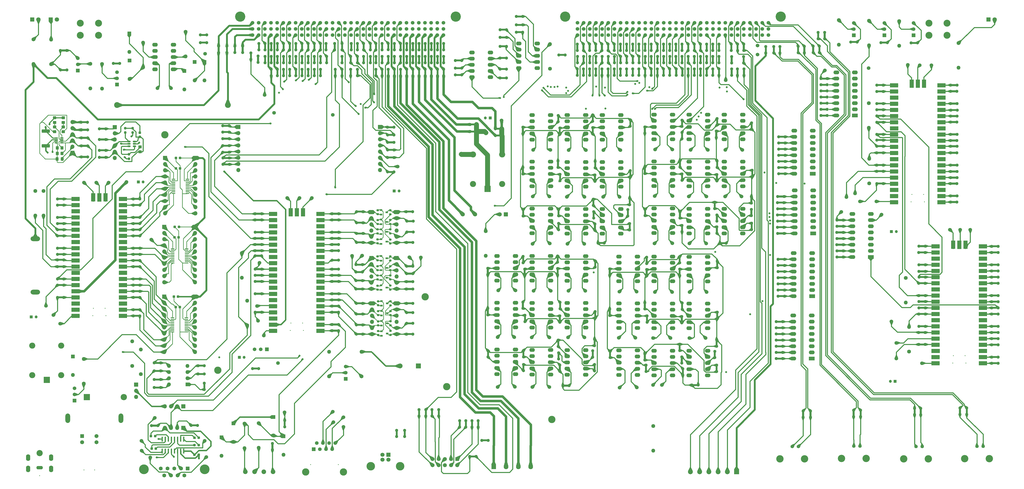
<source format=gbr>
%TF.GenerationSoftware,KiCad,Pcbnew,7.0.5*%
%TF.CreationDate,2025-02-05T20:13:29-05:00*%
%TF.ProjectId,Interconnect,496e7465-7263-46f6-9e6e-6563742e6b69,1.1*%
%TF.SameCoordinates,Original*%
%TF.FileFunction,Copper,L1,Top*%
%TF.FilePolarity,Positive*%
%FSLAX46Y46*%
G04 Gerber Fmt 4.6, Leading zero omitted, Abs format (unit mm)*
G04 Created by KiCad (PCBNEW 7.0.5) date 2025-02-05 20:13:29*
%MOMM*%
%LPD*%
G01*
G04 APERTURE LIST*
G04 Aperture macros list*
%AMRoundRect*
0 Rectangle with rounded corners*
0 $1 Rounding radius*
0 $2 $3 $4 $5 $6 $7 $8 $9 X,Y pos of 4 corners*
0 Add a 4 corners polygon primitive as box body*
4,1,4,$2,$3,$4,$5,$6,$7,$8,$9,$2,$3,0*
0 Add four circle primitives for the rounded corners*
1,1,$1+$1,$2,$3*
1,1,$1+$1,$4,$5*
1,1,$1+$1,$6,$7*
1,1,$1+$1,$8,$9*
0 Add four rect primitives between the rounded corners*
20,1,$1+$1,$2,$3,$4,$5,0*
20,1,$1+$1,$4,$5,$6,$7,0*
20,1,$1+$1,$6,$7,$8,$9,0*
20,1,$1+$1,$8,$9,$2,$3,0*%
G04 Aperture macros list end*
%TA.AperFunction,SMDPad,CuDef*%
%ADD10RoundRect,0.200000X0.275000X-0.200000X0.275000X0.200000X-0.275000X0.200000X-0.275000X-0.200000X0*%
%TD*%
%TA.AperFunction,ComponentPad*%
%ADD11C,1.300000*%
%TD*%
%TA.AperFunction,ComponentPad*%
%ADD12R,1.650000X1.650000*%
%TD*%
%TA.AperFunction,ComponentPad*%
%ADD13C,1.650000*%
%TD*%
%TA.AperFunction,ComponentPad*%
%ADD14C,1.500000*%
%TD*%
%TA.AperFunction,ComponentPad*%
%ADD15C,2.400000*%
%TD*%
%TA.AperFunction,ComponentPad*%
%ADD16O,2.400000X2.400000*%
%TD*%
%TA.AperFunction,SMDPad,CuDef*%
%ADD17R,1.000000X0.700000*%
%TD*%
%TA.AperFunction,ComponentPad*%
%ADD18R,2.400000X1.600000*%
%TD*%
%TA.AperFunction,ComponentPad*%
%ADD19O,2.400000X1.600000*%
%TD*%
%TA.AperFunction,ComponentPad*%
%ADD20C,1.600000*%
%TD*%
%TA.AperFunction,ComponentPad*%
%ADD21O,1.600000X1.600000*%
%TD*%
%TA.AperFunction,ComponentPad*%
%ADD22O,2.300000X1.600000*%
%TD*%
%TA.AperFunction,ComponentPad*%
%ADD23R,1.700000X1.700000*%
%TD*%
%TA.AperFunction,ComponentPad*%
%ADD24O,1.700000X1.700000*%
%TD*%
%TA.AperFunction,SMDPad,CuDef*%
%ADD25RoundRect,0.250000X-0.337500X-0.475000X0.337500X-0.475000X0.337500X0.475000X-0.337500X0.475000X0*%
%TD*%
%TA.AperFunction,SMDPad,CuDef*%
%ADD26RoundRect,0.237500X0.237500X-0.250000X0.237500X0.250000X-0.237500X0.250000X-0.237500X-0.250000X0*%
%TD*%
%TA.AperFunction,SMDPad,CuDef*%
%ADD27RoundRect,0.100000X-0.637500X-0.100000X0.637500X-0.100000X0.637500X0.100000X-0.637500X0.100000X0*%
%TD*%
%TA.AperFunction,SMDPad,CuDef*%
%ADD28RoundRect,0.250000X0.350000X0.450000X-0.350000X0.450000X-0.350000X-0.450000X0.350000X-0.450000X0*%
%TD*%
%TA.AperFunction,SMDPad,CuDef*%
%ADD29RoundRect,0.237500X-0.300000X-0.237500X0.300000X-0.237500X0.300000X0.237500X-0.300000X0.237500X0*%
%TD*%
%TA.AperFunction,ComponentPad*%
%ADD30R,1.500000X1.500000*%
%TD*%
%TA.AperFunction,ComponentPad*%
%ADD31R,2.025000X2.025000*%
%TD*%
%TA.AperFunction,ComponentPad*%
%ADD32C,2.025000*%
%TD*%
%TA.AperFunction,SMDPad,CuDef*%
%ADD33RoundRect,0.249999X1.425001X-0.450001X1.425001X0.450001X-1.425001X0.450001X-1.425001X-0.450001X0*%
%TD*%
%TA.AperFunction,ComponentPad*%
%ADD34R,1.600000X1.600000*%
%TD*%
%TA.AperFunction,ComponentPad*%
%ADD35C,3.000000*%
%TD*%
%TA.AperFunction,ComponentPad*%
%ADD36R,1.200000X1.200000*%
%TD*%
%TA.AperFunction,ComponentPad*%
%ADD37C,1.200000*%
%TD*%
%TA.AperFunction,ComponentPad*%
%ADD38C,4.200000*%
%TD*%
%TA.AperFunction,SMDPad,CuDef*%
%ADD39RoundRect,0.250000X-0.450000X0.350000X-0.450000X-0.350000X0.450000X-0.350000X0.450000X0.350000X0*%
%TD*%
%TA.AperFunction,SMDPad,CuDef*%
%ADD40RoundRect,0.200000X-0.275000X0.200000X-0.275000X-0.200000X0.275000X-0.200000X0.275000X0.200000X0*%
%TD*%
%TA.AperFunction,ComponentPad*%
%ADD41R,2.500000X2.500000*%
%TD*%
%TA.AperFunction,ComponentPad*%
%ADD42O,2.500000X2.500000*%
%TD*%
%TA.AperFunction,ComponentPad*%
%ADD43C,4.000000*%
%TD*%
%TA.AperFunction,SMDPad,CuDef*%
%ADD44RoundRect,0.237500X0.300000X0.237500X-0.300000X0.237500X-0.300000X-0.237500X0.300000X-0.237500X0*%
%TD*%
%TA.AperFunction,SMDPad,CuDef*%
%ADD45R,3.500000X1.700000*%
%TD*%
%TA.AperFunction,SMDPad,CuDef*%
%ADD46R,1.700000X3.500000*%
%TD*%
%TA.AperFunction,SMDPad,CuDef*%
%ADD47RoundRect,0.150000X0.512500X0.150000X-0.512500X0.150000X-0.512500X-0.150000X0.512500X-0.150000X0*%
%TD*%
%TA.AperFunction,SMDPad,CuDef*%
%ADD48RoundRect,0.237500X0.237500X-0.300000X0.237500X0.300000X-0.237500X0.300000X-0.237500X-0.300000X0*%
%TD*%
%TA.AperFunction,SMDPad,CuDef*%
%ADD49RoundRect,0.041300X-0.253700X0.943700X-0.253700X-0.943700X0.253700X-0.943700X0.253700X0.943700X0*%
%TD*%
%TA.AperFunction,ComponentPad*%
%ADD50C,1.905000*%
%TD*%
%TA.AperFunction,ComponentPad*%
%ADD51C,1.700000*%
%TD*%
%TA.AperFunction,ComponentPad*%
%ADD52C,3.500000*%
%TD*%
%TA.AperFunction,ComponentPad*%
%ADD53O,3.900000X1.950000*%
%TD*%
%TA.AperFunction,ComponentPad*%
%ADD54C,1.398000*%
%TD*%
%TA.AperFunction,ComponentPad*%
%ADD55C,3.015000*%
%TD*%
%TA.AperFunction,ComponentPad*%
%ADD56R,1.800000X1.800000*%
%TD*%
%TA.AperFunction,ComponentPad*%
%ADD57C,1.800000*%
%TD*%
%TA.AperFunction,ComponentPad*%
%ADD58R,2.600000X2.600000*%
%TD*%
%TA.AperFunction,ComponentPad*%
%ADD59O,2.600000X2.600000*%
%TD*%
%TA.AperFunction,ComponentPad*%
%ADD60C,2.850000*%
%TD*%
%TA.AperFunction,ComponentPad*%
%ADD61C,2.550000*%
%TD*%
%TA.AperFunction,ComponentPad*%
%ADD62O,2.700002X1.400000*%
%TD*%
%TA.AperFunction,ComponentPad*%
%ADD63O,1.750000X2.750000*%
%TD*%
%TA.AperFunction,ComponentPad*%
%ADD64R,1.950000X1.950000*%
%TD*%
%TA.AperFunction,ComponentPad*%
%ADD65C,1.950000*%
%TD*%
%TA.AperFunction,ComponentPad*%
%ADD66R,1.725000X1.725000*%
%TD*%
%TA.AperFunction,ComponentPad*%
%ADD67C,1.725000*%
%TD*%
%TA.AperFunction,ComponentPad*%
%ADD68O,1.950000X3.900000*%
%TD*%
%TA.AperFunction,SMDPad,CuDef*%
%ADD69RoundRect,0.125000X-0.537500X-0.125000X0.537500X-0.125000X0.537500X0.125000X-0.537500X0.125000X0*%
%TD*%
%TA.AperFunction,ComponentPad*%
%ADD70R,2.000000X2.000000*%
%TD*%
%TA.AperFunction,ComponentPad*%
%ADD71C,2.000000*%
%TD*%
%TA.AperFunction,ViaPad*%
%ADD72C,0.800000*%
%TD*%
%TA.AperFunction,Conductor*%
%ADD73C,0.600000*%
%TD*%
%TA.AperFunction,Conductor*%
%ADD74C,0.250000*%
%TD*%
%TA.AperFunction,Conductor*%
%ADD75C,0.400000*%
%TD*%
%TA.AperFunction,Conductor*%
%ADD76C,1.000000*%
%TD*%
%TA.AperFunction,Conductor*%
%ADD77C,0.800000*%
%TD*%
%TA.AperFunction,Conductor*%
%ADD78C,0.762000*%
%TD*%
%TA.AperFunction,Conductor*%
%ADD79C,2.000000*%
%TD*%
%ADD80C,0.350000*%
%ADD81O,2.005555X0.800000*%
%ADD82O,1.000000X2.000000*%
G04 APERTURE END LIST*
%TA.AperFunction,EtchedComponent*%
%TO.C,NT150*%
G36*
X135905000Y-49943135D02*
G01*
X135113000Y-49943135D01*
X135113000Y-47343135D01*
X135905000Y-47343135D01*
X135905000Y-49943135D01*
G37*
%TD.AperFunction*%
%TA.AperFunction,EtchedComponent*%
%TO.C,NT125*%
G36*
X290083000Y-39529135D02*
G01*
X289291000Y-39529135D01*
X289291000Y-36929135D01*
X290083000Y-36929135D01*
X290083000Y-39529135D01*
G37*
%TD.AperFunction*%
%TA.AperFunction,EtchedComponent*%
%TO.C,NT346*%
G36*
X384870000Y-120715800D02*
G01*
X382270000Y-120715800D01*
X382270000Y-119923800D01*
X384870000Y-119923800D01*
X384870000Y-120715800D01*
G37*
%TD.AperFunction*%
%TA.AperFunction,EtchedComponent*%
%TO.C,NT523*%
G36*
X327070000Y-80662135D02*
G01*
X324470000Y-80662135D01*
X324470000Y-79870135D01*
X327070000Y-79870135D01*
X327070000Y-80662135D01*
G37*
%TD.AperFunction*%
%TA.AperFunction,EtchedComponent*%
%TO.C,NT144*%
G36*
X262143000Y-49816135D02*
G01*
X261351000Y-49816135D01*
X261351000Y-47216135D01*
X262143000Y-47216135D01*
X262143000Y-49816135D01*
G37*
%TD.AperFunction*%
%TA.AperFunction,EtchedComponent*%
%TO.C,NT208*%
G36*
X174005000Y-49943135D02*
G01*
X173213000Y-49943135D01*
X173213000Y-47343135D01*
X174005000Y-47343135D01*
X174005000Y-49943135D01*
G37*
%TD.AperFunction*%
%TA.AperFunction,EtchedComponent*%
%TO.C,NT75*%
G36*
X168925000Y-44609135D02*
G01*
X168133000Y-44609135D01*
X168133000Y-42009135D01*
X168925000Y-42009135D01*
X168925000Y-44609135D01*
G37*
%TD.AperFunction*%
%TA.AperFunction,EtchedComponent*%
%TO.C,NT237*%
G36*
X142920744Y-148001879D02*
G01*
X140320744Y-148001879D01*
X140320744Y-147209879D01*
X142920744Y-147209879D01*
X142920744Y-148001879D01*
G37*
%TD.AperFunction*%
%TA.AperFunction,EtchedComponent*%
%TO.C,NT246*%
G36*
X29591000Y-136787135D02*
G01*
X26991000Y-136787135D01*
X26991000Y-135995135D01*
X29591000Y-135995135D01*
X29591000Y-136787135D01*
G37*
%TD.AperFunction*%
%TA.AperFunction,EtchedComponent*%
%TO.C,NT331*%
G36*
X398022600Y-67045600D02*
G01*
X395422600Y-67045600D01*
X395422600Y-66253600D01*
X398022600Y-66253600D01*
X398022600Y-67045600D01*
G37*
%TD.AperFunction*%
%TA.AperFunction,EtchedComponent*%
%TO.C,NT353*%
G36*
X248173000Y-68769135D02*
G01*
X247381000Y-68769135D01*
X247381000Y-66169135D01*
X248173000Y-66169135D01*
X248173000Y-68769135D01*
G37*
%TD.AperFunction*%
%TA.AperFunction,EtchedComponent*%
%TO.C,NT147*%
G36*
X264683000Y-49816135D02*
G01*
X263891000Y-49816135D01*
X263891000Y-47216135D01*
X264683000Y-47216135D01*
X264683000Y-49816135D01*
G37*
%TD.AperFunction*%
%TA.AperFunction,EtchedComponent*%
%TO.C,NT157*%
G36*
X179085000Y-39275135D02*
G01*
X178293000Y-39275135D01*
X178293000Y-36675135D01*
X179085000Y-36675135D01*
X179085000Y-39275135D01*
G37*
%TD.AperFunction*%
%TA.AperFunction,EtchedComponent*%
%TO.C,NT117*%
G36*
X285001587Y-39529135D02*
G01*
X284209587Y-39529135D01*
X284209587Y-36929135D01*
X285001587Y-36929135D01*
X285001587Y-39529135D01*
G37*
%TD.AperFunction*%
%TA.AperFunction,EtchedComponent*%
%TO.C,NT406*%
G36*
X218851000Y-25925135D02*
G01*
X216251000Y-25925135D01*
X216251000Y-25133135D01*
X218851000Y-25133135D01*
X218851000Y-25925135D01*
G37*
%TD.AperFunction*%
%TA.AperFunction,EtchedComponent*%
%TO.C,NT182*%
G36*
X246926190Y-44639135D02*
G01*
X246134190Y-44639135D01*
X246134190Y-42039135D01*
X246926190Y-42039135D01*
X246926190Y-44639135D01*
G37*
%TD.AperFunction*%
%TA.AperFunction,EtchedComponent*%
%TO.C,NT273*%
G36*
X60960000Y-113927135D02*
G01*
X58360000Y-113927135D01*
X58360000Y-113135135D01*
X60960000Y-113135135D01*
X60960000Y-113927135D01*
G37*
%TD.AperFunction*%
%TA.AperFunction,EtchedComponent*%
%TO.C,NT269*%
G36*
X60960000Y-116476135D02*
G01*
X58360000Y-116476135D01*
X58360000Y-115684135D01*
X60960000Y-115684135D01*
X60960000Y-116476135D01*
G37*
%TD.AperFunction*%
%TA.AperFunction,EtchedComponent*%
%TO.C,NT14*%
G36*
X234584000Y-171995135D02*
G01*
X233792000Y-171995135D01*
X233792000Y-169395135D01*
X234584000Y-169395135D01*
X234584000Y-171995135D01*
G37*
%TD.AperFunction*%
%TA.AperFunction,EtchedComponent*%
%TO.C,NT193*%
G36*
X163845000Y-49943135D02*
G01*
X163053000Y-49943135D01*
X163053000Y-47343135D01*
X163845000Y-47343135D01*
X163845000Y-49943135D01*
G37*
%TD.AperFunction*%
%TA.AperFunction,EtchedComponent*%
%TO.C,NT450*%
G36*
X334927000Y-190969000D02*
G01*
X334135000Y-190969000D01*
X334135000Y-188369000D01*
X334927000Y-188369000D01*
X334927000Y-190969000D01*
G37*
%TD.AperFunction*%
%TA.AperFunction,EtchedComponent*%
%TO.C,NT283*%
G36*
X142920744Y-109901879D02*
G01*
X140320744Y-109901879D01*
X140320744Y-109109879D01*
X142920744Y-109109879D01*
X142920744Y-109901879D01*
G37*
%TD.AperFunction*%
%TA.AperFunction,EtchedComponent*%
%TO.C,NT424*%
G36*
X152737278Y-128384880D02*
G01*
X150137278Y-128384880D01*
X150137278Y-127592880D01*
X152737278Y-127592880D01*
X152737278Y-128384880D01*
G37*
%TD.AperFunction*%
%TA.AperFunction,EtchedComponent*%
%TO.C,NT291*%
G36*
X414969000Y-169052000D02*
G01*
X412369000Y-169052000D01*
X412369000Y-168260000D01*
X414969000Y-168260000D01*
X414969000Y-169052000D01*
G37*
%TD.AperFunction*%
%TA.AperFunction,EtchedComponent*%
%TO.C,NT440*%
G36*
X152991278Y-111048391D02*
G01*
X150391278Y-111048391D01*
X150391278Y-110256391D01*
X152991278Y-110256391D01*
X152991278Y-111048391D01*
G37*
%TD.AperFunction*%
%TA.AperFunction,EtchedComponent*%
%TO.C,NT58*%
G36*
X246880422Y-39529135D02*
G01*
X246088422Y-39529135D01*
X246088422Y-36929135D01*
X246880422Y-36929135D01*
X246880422Y-39529135D01*
G37*
%TD.AperFunction*%
%TA.AperFunction,EtchedComponent*%
%TO.C,NT80*%
G36*
X259587477Y-39529135D02*
G01*
X258795477Y-39529135D01*
X258795477Y-36929135D01*
X259587477Y-36929135D01*
X259587477Y-39529135D01*
G37*
%TD.AperFunction*%
%TA.AperFunction,EtchedComponent*%
%TO.C,NT7*%
G36*
X219583000Y-171741135D02*
G01*
X218791000Y-171741135D01*
X218791000Y-169141135D01*
X219583000Y-169141135D01*
X219583000Y-171741135D01*
G37*
%TD.AperFunction*%
%TA.AperFunction,EtchedComponent*%
%TO.C,NT405*%
G36*
X199801000Y-70502135D02*
G01*
X197201000Y-70502135D01*
X197201000Y-69710135D01*
X199801000Y-69710135D01*
X199801000Y-70502135D01*
G37*
%TD.AperFunction*%
%TA.AperFunction,EtchedComponent*%
%TO.C,NT180*%
G36*
X113045000Y-44609135D02*
G01*
X112253000Y-44609135D01*
X112253000Y-42009135D01*
X113045000Y-42009135D01*
X113045000Y-44609135D01*
G37*
%TD.AperFunction*%
%TA.AperFunction,EtchedComponent*%
%TO.C,NT184*%
G36*
X115585000Y-44609135D02*
G01*
X114793000Y-44609135D01*
X114793000Y-42009135D01*
X115585000Y-42009135D01*
X115585000Y-44609135D01*
G37*
%TD.AperFunction*%
%TA.AperFunction,EtchedComponent*%
%TO.C,NT59*%
G36*
X290087405Y-44639135D02*
G01*
X289295405Y-44639135D01*
X289295405Y-42039135D01*
X290087405Y-42039135D01*
X290087405Y-44639135D01*
G37*
%TD.AperFunction*%
%TA.AperFunction,EtchedComponent*%
%TO.C,NT98*%
G36*
X141747000Y-39275135D02*
G01*
X140955000Y-39275135D01*
X140955000Y-36675135D01*
X141747000Y-36675135D01*
X141747000Y-39275135D01*
G37*
%TD.AperFunction*%
%TA.AperFunction,EtchedComponent*%
%TO.C,NT476*%
G36*
X46893000Y-72264135D02*
G01*
X44293000Y-72264135D01*
X44293000Y-71472135D01*
X46893000Y-71472135D01*
X46893000Y-72264135D01*
G37*
%TD.AperFunction*%
%TA.AperFunction,EtchedComponent*%
%TO.C,NT115*%
G36*
X110124000Y-44482135D02*
G01*
X109332000Y-44482135D01*
X109332000Y-41882135D01*
X110124000Y-41882135D01*
X110124000Y-44482135D01*
G37*
%TD.AperFunction*%
%TA.AperFunction,EtchedComponent*%
%TO.C,NT302*%
G36*
X384819200Y-156352000D02*
G01*
X382219200Y-156352000D01*
X382219200Y-155560000D01*
X384819200Y-155560000D01*
X384819200Y-156352000D01*
G37*
%TD.AperFunction*%
%TA.AperFunction,EtchedComponent*%
%TO.C,NT535*%
G36*
X69499000Y-179087135D02*
G01*
X66899000Y-179087135D01*
X66899000Y-178295135D01*
X69499000Y-178295135D01*
X69499000Y-179087135D01*
G37*
%TD.AperFunction*%
%TA.AperFunction,EtchedComponent*%
%TO.C,NT525*%
G36*
X327070000Y-75582135D02*
G01*
X324470000Y-75582135D01*
X324470000Y-74790135D01*
X327070000Y-74790135D01*
X327070000Y-75582135D01*
G37*
%TD.AperFunction*%
%TA.AperFunction,EtchedComponent*%
%TO.C,NT317*%
G36*
X414969000Y-143652000D02*
G01*
X412369000Y-143652000D01*
X412369000Y-142860000D01*
X414969000Y-142860000D01*
X414969000Y-143652000D01*
G37*
%TD.AperFunction*%
%TA.AperFunction,EtchedComponent*%
%TO.C,NT91*%
G36*
X179085000Y-44609135D02*
G01*
X178293000Y-44609135D01*
X178293000Y-42009135D01*
X179085000Y-42009135D01*
X179085000Y-44609135D01*
G37*
%TD.AperFunction*%
%TA.AperFunction,EtchedComponent*%
%TO.C,NT313*%
G36*
X414969000Y-146192000D02*
G01*
X412369000Y-146192000D01*
X412369000Y-145400000D01*
X414969000Y-145400000D01*
X414969000Y-146192000D01*
G37*
%TD.AperFunction*%
%TA.AperFunction,EtchedComponent*%
%TO.C,NT176*%
G36*
X107203000Y-43212135D02*
G01*
X106411000Y-43212135D01*
X106411000Y-40612135D01*
X107203000Y-40612135D01*
X107203000Y-43212135D01*
G37*
%TD.AperFunction*%
%TA.AperFunction,EtchedComponent*%
%TO.C,NT390*%
G36*
X326039000Y-167149135D02*
G01*
X323439000Y-167149135D01*
X323439000Y-166357135D01*
X326039000Y-166357135D01*
X326039000Y-167149135D01*
G37*
%TD.AperFunction*%
%TA.AperFunction,EtchedComponent*%
%TO.C,NT235*%
G36*
X142920744Y-153081879D02*
G01*
X140320744Y-153081879D01*
X140320744Y-152289879D01*
X142920744Y-152289879D01*
X142920744Y-153081879D01*
G37*
%TD.AperFunction*%
%TA.AperFunction,EtchedComponent*%
%TO.C,NT348*%
G36*
X367542600Y-54244000D02*
G01*
X364942600Y-54244000D01*
X364942600Y-53452000D01*
X367542600Y-53452000D01*
X367542600Y-54244000D01*
G37*
%TD.AperFunction*%
%TA.AperFunction,EtchedComponent*%
%TO.C,NT76*%
G36*
X257046066Y-39529135D02*
G01*
X256254066Y-39529135D01*
X256254066Y-36929135D01*
X257046066Y-36929135D01*
X257046066Y-39529135D01*
G37*
%TD.AperFunction*%
%TA.AperFunction,EtchedComponent*%
%TO.C,NT398*%
G36*
X52680000Y-45326000D02*
G01*
X50080000Y-45326000D01*
X50080000Y-44534000D01*
X52680000Y-44534000D01*
X52680000Y-45326000D01*
G37*
%TD.AperFunction*%
%TA.AperFunction,EtchedComponent*%
%TO.C,NT250*%
G36*
X29591000Y-134256135D02*
G01*
X26991000Y-134256135D01*
X26991000Y-133464135D01*
X29591000Y-133464135D01*
X29591000Y-134256135D01*
G37*
%TD.AperFunction*%
%TA.AperFunction,EtchedComponent*%
%TO.C,NT429*%
G36*
X173595278Y-132067880D02*
G01*
X170995278Y-132067880D01*
X170995278Y-131275880D01*
X173595278Y-131275880D01*
X173595278Y-132067880D01*
G37*
%TD.AperFunction*%
%TA.AperFunction,EtchedComponent*%
%TO.C,NT153*%
G36*
X176545000Y-39275135D02*
G01*
X175753000Y-39275135D01*
X175753000Y-36675135D01*
X176545000Y-36675135D01*
X176545000Y-39275135D01*
G37*
%TD.AperFunction*%
%TA.AperFunction,EtchedComponent*%
%TO.C,NT47*%
G36*
X219471000Y-107885135D02*
G01*
X218679000Y-107885135D01*
X218679000Y-105285135D01*
X219471000Y-105285135D01*
X219471000Y-107885135D01*
G37*
%TD.AperFunction*%
%TA.AperFunction,EtchedComponent*%
%TO.C,NT207*%
G36*
X130825000Y-44609135D02*
G01*
X130033000Y-44609135D01*
X130033000Y-42009135D01*
X130825000Y-42009135D01*
X130825000Y-44609135D01*
G37*
%TD.AperFunction*%
%TA.AperFunction,EtchedComponent*%
%TO.C,NT529*%
G36*
X200929000Y-194977135D02*
G01*
X200137000Y-194977135D01*
X200137000Y-192377135D01*
X200929000Y-192377135D01*
X200929000Y-194977135D01*
G37*
%TD.AperFunction*%
%TA.AperFunction,EtchedComponent*%
%TO.C,NT503*%
G36*
X326659000Y-110395135D02*
G01*
X324059000Y-110395135D01*
X324059000Y-109603135D01*
X326659000Y-109603135D01*
X326659000Y-110395135D01*
G37*
%TD.AperFunction*%
%TA.AperFunction,EtchedComponent*%
%TO.C,NT89*%
G36*
X267211710Y-39529135D02*
G01*
X266419710Y-39529135D01*
X266419710Y-36929135D01*
X267211710Y-36929135D01*
X267211710Y-39529135D01*
G37*
%TD.AperFunction*%
%TA.AperFunction,EtchedComponent*%
%TO.C,NT299*%
G36*
X414969000Y-158892000D02*
G01*
X412369000Y-158892000D01*
X412369000Y-158100000D01*
X414969000Y-158100000D01*
X414969000Y-158892000D01*
G37*
%TD.AperFunction*%
%TA.AperFunction,EtchedComponent*%
%TO.C,NT255*%
G36*
X142920744Y-132761879D02*
G01*
X140320744Y-132761879D01*
X140320744Y-131969879D01*
X142920744Y-131969879D01*
X142920744Y-132761879D01*
G37*
%TD.AperFunction*%
%TA.AperFunction,EtchedComponent*%
%TO.C,NT430*%
G36*
X152861278Y-153213880D02*
G01*
X150261278Y-153213880D01*
X150261278Y-152421880D01*
X152861278Y-152421880D01*
X152861278Y-153213880D01*
G37*
%TD.AperFunction*%
%TA.AperFunction,EtchedComponent*%
%TO.C,NT92*%
G36*
X310403000Y-44736135D02*
G01*
X309611000Y-44736135D01*
X309611000Y-42136135D01*
X310403000Y-42136135D01*
X310403000Y-44736135D01*
G37*
%TD.AperFunction*%
%TA.AperFunction,EtchedComponent*%
%TO.C,NT109*%
G36*
X279918765Y-39529135D02*
G01*
X279126765Y-39529135D01*
X279126765Y-36929135D01*
X279918765Y-36929135D01*
X279918765Y-39529135D01*
G37*
%TD.AperFunction*%
%TA.AperFunction,EtchedComponent*%
%TO.C,NT389*%
G36*
X299242000Y-172054415D02*
G01*
X298450000Y-172054415D01*
X298450000Y-169454415D01*
X299242000Y-169454415D01*
X299242000Y-172054415D01*
G37*
%TD.AperFunction*%
%TA.AperFunction,EtchedComponent*%
%TO.C,NT31*%
G36*
X284114000Y-87680375D02*
G01*
X283322000Y-87680375D01*
X283322000Y-85080375D01*
X284114000Y-85080375D01*
X284114000Y-87680375D01*
G37*
%TD.AperFunction*%
%TA.AperFunction,EtchedComponent*%
%TO.C,NT15*%
G36*
X249189000Y-129006415D02*
G01*
X248397000Y-129006415D01*
X248397000Y-126406415D01*
X249189000Y-126406415D01*
X249189000Y-129006415D01*
G37*
%TD.AperFunction*%
%TA.AperFunction,EtchedComponent*%
%TO.C,NT170*%
G36*
X339083830Y-40418135D02*
G01*
X338291830Y-40418135D01*
X338291830Y-37818135D01*
X339083830Y-37818135D01*
X339083830Y-40418135D01*
G37*
%TD.AperFunction*%
%TA.AperFunction,EtchedComponent*%
%TO.C,NT300*%
G36*
X398022600Y-92445600D02*
G01*
X395422600Y-92445600D01*
X395422600Y-91653600D01*
X398022600Y-91653600D01*
X398022600Y-92445600D01*
G37*
%TD.AperFunction*%
%TA.AperFunction,EtchedComponent*%
%TO.C,NT444*%
G36*
X152991278Y-119176391D02*
G01*
X150391278Y-119176391D01*
X150391278Y-118384391D01*
X152991278Y-118384391D01*
X152991278Y-119176391D01*
G37*
%TD.AperFunction*%
%TA.AperFunction,EtchedComponent*%
%TO.C,NT113*%
G36*
X282460176Y-39529135D02*
G01*
X281668176Y-39529135D01*
X281668176Y-36929135D01*
X282460176Y-36929135D01*
X282460176Y-39529135D01*
G37*
%TD.AperFunction*%
%TA.AperFunction,EtchedComponent*%
%TO.C,NT168*%
G36*
X186705000Y-39275135D02*
G01*
X185913000Y-39275135D01*
X185913000Y-36675135D01*
X186705000Y-36675135D01*
X186705000Y-39275135D01*
G37*
%TD.AperFunction*%
%TA.AperFunction,EtchedComponent*%
%TO.C,NT363*%
G36*
X248539000Y-108709855D02*
G01*
X247747000Y-108709855D01*
X247747000Y-106109855D01*
X248539000Y-106109855D01*
X248539000Y-108709855D01*
G37*
%TD.AperFunction*%
%TA.AperFunction,EtchedComponent*%
%TO.C,NT42*%
G36*
X313578000Y-102521135D02*
G01*
X312786000Y-102521135D01*
X312786000Y-99921135D01*
X313578000Y-99921135D01*
X313578000Y-102521135D01*
G37*
%TD.AperFunction*%
%TA.AperFunction,EtchedComponent*%
%TO.C,NT426*%
G36*
X152861278Y-148768880D02*
G01*
X150261278Y-148768880D01*
X150261278Y-147976880D01*
X152861278Y-147976880D01*
X152861278Y-148768880D01*
G37*
%TD.AperFunction*%
%TA.AperFunction,EtchedComponent*%
%TO.C,NT463*%
G36*
X204640000Y-200876000D02*
G01*
X202040000Y-200876000D01*
X202040000Y-200084000D01*
X204640000Y-200084000D01*
X204640000Y-200876000D01*
G37*
%TD.AperFunction*%
%TA.AperFunction,EtchedComponent*%
%TO.C,NT66*%
G36*
X251963244Y-39529135D02*
G01*
X251171244Y-39529135D01*
X251171244Y-36929135D01*
X251963244Y-36929135D01*
X251963244Y-39529135D01*
G37*
%TD.AperFunction*%
%TA.AperFunction,EtchedComponent*%
%TO.C,NT90*%
G36*
X135905000Y-39275135D02*
G01*
X135113000Y-39275135D01*
X135113000Y-36675135D01*
X135905000Y-36675135D01*
X135905000Y-39275135D01*
G37*
%TD.AperFunction*%
%TA.AperFunction,EtchedComponent*%
%TO.C,NT312*%
G36*
X367542600Y-82184000D02*
G01*
X364942600Y-82184000D01*
X364942600Y-81392000D01*
X367542600Y-81392000D01*
X367542600Y-82184000D01*
G37*
%TD.AperFunction*%
%TA.AperFunction,EtchedComponent*%
%TO.C,NT410*%
G36*
X326039000Y-159529135D02*
G01*
X323439000Y-159529135D01*
X323439000Y-158737135D01*
X326039000Y-158737135D01*
X326039000Y-159529135D01*
G37*
%TD.AperFunction*%
%TA.AperFunction,EtchedComponent*%
%TO.C,NT391*%
G36*
X344454000Y-66819135D02*
G01*
X341854000Y-66819135D01*
X341854000Y-66027135D01*
X344454000Y-66027135D01*
X344454000Y-66819135D01*
G37*
%TD.AperFunction*%
%TA.AperFunction,EtchedComponent*%
%TO.C,NT196*%
G36*
X166385000Y-49943135D02*
G01*
X165593000Y-49943135D01*
X165593000Y-47343135D01*
X166385000Y-47343135D01*
X166385000Y-49943135D01*
G37*
%TD.AperFunction*%
%TA.AperFunction,EtchedComponent*%
%TO.C,NT251*%
G36*
X142920744Y-135301879D02*
G01*
X140320744Y-135301879D01*
X140320744Y-134509879D01*
X142920744Y-134509879D01*
X142920744Y-135301879D01*
G37*
%TD.AperFunction*%
%TA.AperFunction,EtchedComponent*%
%TO.C,NT138*%
G36*
X128285000Y-49943135D02*
G01*
X127493000Y-49943135D01*
X127493000Y-47343135D01*
X128285000Y-47343135D01*
X128285000Y-49943135D01*
G37*
%TD.AperFunction*%
%TA.AperFunction,EtchedComponent*%
%TO.C,NT502*%
G36*
X351043000Y-120144135D02*
G01*
X348443000Y-120144135D01*
X348443000Y-119352135D01*
X351043000Y-119352135D01*
X351043000Y-120144135D01*
G37*
%TD.AperFunction*%
%TA.AperFunction,EtchedComponent*%
%TO.C,NT81*%
G36*
X262128888Y-39529135D02*
G01*
X261336888Y-39529135D01*
X261336888Y-36929135D01*
X262128888Y-36929135D01*
X262128888Y-39529135D01*
G37*
%TD.AperFunction*%
%TA.AperFunction,EtchedComponent*%
%TO.C,NT469*%
G36*
X68420000Y-194796000D02*
G01*
X65820000Y-194796000D01*
X65820000Y-194004000D01*
X68420000Y-194004000D01*
X68420000Y-194796000D01*
G37*
%TD.AperFunction*%
%TA.AperFunction,EtchedComponent*%
%TO.C,NT449*%
G36*
X383428000Y-189897135D02*
G01*
X382636000Y-189897135D01*
X382636000Y-187297135D01*
X383428000Y-187297135D01*
X383428000Y-189897135D01*
G37*
%TD.AperFunction*%
%TA.AperFunction,EtchedComponent*%
%TO.C,NT202*%
G36*
X257081770Y-44639135D02*
G01*
X256289770Y-44639135D01*
X256289770Y-42039135D01*
X257081770Y-42039135D01*
X257081770Y-44639135D01*
G37*
%TD.AperFunction*%
%TA.AperFunction,EtchedComponent*%
%TO.C,NT433*%
G36*
X173595278Y-135369880D02*
G01*
X170995278Y-135369880D01*
X170995278Y-134577880D01*
X173595278Y-134577880D01*
X173595278Y-135369880D01*
G37*
%TD.AperFunction*%
%TA.AperFunction,EtchedComponent*%
%TO.C,NT224*%
G36*
X184165000Y-49943135D02*
G01*
X183373000Y-49943135D01*
X183373000Y-47343135D01*
X184165000Y-47343135D01*
X184165000Y-49943135D01*
G37*
%TD.AperFunction*%
%TA.AperFunction,EtchedComponent*%
%TO.C,NT490*%
G36*
X97810000Y-79256000D02*
G01*
X95210000Y-79256000D01*
X95210000Y-78464000D01*
X97810000Y-78464000D01*
X97810000Y-79256000D01*
G37*
%TD.AperFunction*%
%TA.AperFunction,EtchedComponent*%
%TO.C,NT277*%
G36*
X60960000Y-111387135D02*
G01*
X58360000Y-111387135D01*
X58360000Y-110595135D01*
X60960000Y-110595135D01*
X60960000Y-111387135D01*
G37*
%TD.AperFunction*%
%TA.AperFunction,EtchedComponent*%
%TO.C,NT94*%
G36*
X138191000Y-39275135D02*
G01*
X137399000Y-39275135D01*
X137399000Y-36675135D01*
X138191000Y-36675135D01*
X138191000Y-39275135D01*
G37*
%TD.AperFunction*%
%TA.AperFunction,EtchedComponent*%
%TO.C,NT77*%
G36*
X300243000Y-44639135D02*
G01*
X299451000Y-44639135D01*
X299451000Y-42039135D01*
X300243000Y-42039135D01*
X300243000Y-44639135D01*
G37*
%TD.AperFunction*%
%TA.AperFunction,EtchedComponent*%
%TO.C,NT189*%
G36*
X161305000Y-49943135D02*
G01*
X160513000Y-49943135D01*
X160513000Y-47343135D01*
X161305000Y-47343135D01*
X161305000Y-49943135D01*
G37*
%TD.AperFunction*%
%TA.AperFunction,EtchedComponent*%
%TO.C,NT510*%
G36*
X351058000Y-109984135D02*
G01*
X348458000Y-109984135D01*
X348458000Y-109192135D01*
X351058000Y-109192135D01*
X351058000Y-109984135D01*
G37*
%TD.AperFunction*%
%TA.AperFunction,EtchedComponent*%
%TO.C,NT245*%
G36*
X60960000Y-136796135D02*
G01*
X58360000Y-136796135D01*
X58360000Y-136004135D01*
X60960000Y-136004135D01*
X60960000Y-136796135D01*
G37*
%TD.AperFunction*%
%TA.AperFunction,EtchedComponent*%
%TO.C,NT259*%
G36*
X142920744Y-130221879D02*
G01*
X140320744Y-130221879D01*
X140320744Y-129429879D01*
X142920744Y-129429879D01*
X142920744Y-130221879D01*
G37*
%TD.AperFunction*%
%TA.AperFunction,EtchedComponent*%
%TO.C,NT220*%
G36*
X181625000Y-49943135D02*
G01*
X180833000Y-49943135D01*
X180833000Y-47343135D01*
X181625000Y-47343135D01*
X181625000Y-49943135D01*
G37*
%TD.AperFunction*%
%TA.AperFunction,EtchedComponent*%
%TO.C,NT226*%
G36*
X277392930Y-44639135D02*
G01*
X276600930Y-44639135D01*
X276600930Y-42039135D01*
X277392930Y-42039135D01*
X277392930Y-44639135D01*
G37*
%TD.AperFunction*%
%TA.AperFunction,EtchedComponent*%
%TO.C,NT28*%
G36*
X285003000Y-93141375D02*
G01*
X284211000Y-93141375D01*
X284211000Y-90541375D01*
X285003000Y-90541375D01*
X285003000Y-93141375D01*
G37*
%TD.AperFunction*%
%TA.AperFunction,EtchedComponent*%
%TO.C,NT442*%
G36*
X152991278Y-115493391D02*
G01*
X150391278Y-115493391D01*
X150391278Y-114701391D01*
X152991278Y-114701391D01*
X152991278Y-115493391D01*
G37*
%TD.AperFunction*%
%TA.AperFunction,EtchedComponent*%
%TO.C,NT336*%
G36*
X367542600Y-64404000D02*
G01*
X364942600Y-64404000D01*
X364942600Y-63612000D01*
X367542600Y-63612000D01*
X367542600Y-64404000D01*
G37*
%TD.AperFunction*%
%TA.AperFunction,EtchedComponent*%
%TO.C,NT451*%
G36*
X337975000Y-190969000D02*
G01*
X337183000Y-190969000D01*
X337183000Y-188369000D01*
X337975000Y-188369000D01*
X337975000Y-190969000D01*
G37*
%TD.AperFunction*%
%TA.AperFunction,EtchedComponent*%
%TO.C,NT178*%
G36*
X244387295Y-44639135D02*
G01*
X243595295Y-44639135D01*
X243595295Y-42039135D01*
X244387295Y-42039135D01*
X244387295Y-44639135D01*
G37*
%TD.AperFunction*%
%TA.AperFunction,EtchedComponent*%
%TO.C,NT301*%
G36*
X414969000Y-156352000D02*
G01*
X412369000Y-156352000D01*
X412369000Y-155560000D01*
X414969000Y-155560000D01*
X414969000Y-156352000D01*
G37*
%TD.AperFunction*%
%TA.AperFunction,EtchedComponent*%
%TO.C,NT211*%
G36*
X133365000Y-44609135D02*
G01*
X132573000Y-44609135D01*
X132573000Y-42009135D01*
X133365000Y-42009135D01*
X133365000Y-44609135D01*
G37*
%TD.AperFunction*%
%TA.AperFunction,EtchedComponent*%
%TO.C,NT435*%
G36*
X173592278Y-157023880D02*
G01*
X170992278Y-157023880D01*
X170992278Y-156231880D01*
X173592278Y-156231880D01*
X173592278Y-157023880D01*
G37*
%TD.AperFunction*%
%TA.AperFunction,EtchedComponent*%
%TO.C,NT134*%
G36*
X125745000Y-49943135D02*
G01*
X124953000Y-49943135D01*
X124953000Y-47343135D01*
X125745000Y-47343135D01*
X125745000Y-49943135D01*
G37*
%TD.AperFunction*%
%TA.AperFunction,EtchedComponent*%
%TO.C,NT379*%
G36*
X285018000Y-146400415D02*
G01*
X284226000Y-146400415D01*
X284226000Y-143800415D01*
X285018000Y-143800415D01*
X285018000Y-146400415D01*
G37*
%TD.AperFunction*%
%TA.AperFunction,EtchedComponent*%
%TO.C,NT143*%
G36*
X300243000Y-39529135D02*
G01*
X299451000Y-39529135D01*
X299451000Y-36929135D01*
X300243000Y-36929135D01*
X300243000Y-39529135D01*
G37*
%TD.AperFunction*%
%TA.AperFunction,EtchedComponent*%
%TO.C,NT222*%
G36*
X272303000Y-44639135D02*
G01*
X271511000Y-44639135D01*
X271511000Y-42039135D01*
X272303000Y-42039135D01*
X272303000Y-44639135D01*
G37*
%TD.AperFunction*%
%TA.AperFunction,EtchedComponent*%
%TO.C,NT50*%
G36*
X241797600Y-39529135D02*
G01*
X241005600Y-39529135D01*
X241005600Y-36929135D01*
X241797600Y-36929135D01*
X241797600Y-39529135D01*
G37*
%TD.AperFunction*%
%TA.AperFunction,EtchedComponent*%
%TO.C,NT257*%
G36*
X60960000Y-126636135D02*
G01*
X58360000Y-126636135D01*
X58360000Y-125844135D01*
X60960000Y-125844135D01*
X60960000Y-126636135D01*
G37*
%TD.AperFunction*%
%TA.AperFunction,EtchedComponent*%
%TO.C,NT386*%
G36*
X291233000Y-178085135D02*
G01*
X288633000Y-178085135D01*
X288633000Y-177293135D01*
X291233000Y-177293135D01*
X291233000Y-178085135D01*
G37*
%TD.AperFunction*%
%TA.AperFunction,EtchedComponent*%
%TO.C,NT417*%
G36*
X212150000Y-47642135D02*
G01*
X209550000Y-47642135D01*
X209550000Y-46850135D01*
X212150000Y-46850135D01*
X212150000Y-47642135D01*
G37*
%TD.AperFunction*%
%TA.AperFunction,EtchedComponent*%
%TO.C,NT461*%
G36*
X195849000Y-194977135D02*
G01*
X195057000Y-194977135D01*
X195057000Y-192377135D01*
X195849000Y-192377135D01*
X195849000Y-194977135D01*
G37*
%TD.AperFunction*%
%TA.AperFunction,EtchedComponent*%
%TO.C,NT366*%
G36*
X262651000Y-107890615D02*
G01*
X261859000Y-107890615D01*
X261859000Y-105290615D01*
X262651000Y-105290615D01*
X262651000Y-107890615D01*
G37*
%TD.AperFunction*%
%TA.AperFunction,EtchedComponent*%
%TO.C,NT35*%
G36*
X299354000Y-93395375D02*
G01*
X298562000Y-93395375D01*
X298562000Y-90795375D01*
X299354000Y-90795375D01*
X299354000Y-93395375D01*
G37*
%TD.AperFunction*%
%TA.AperFunction,EtchedComponent*%
%TO.C,NT324*%
G36*
X367542600Y-74564000D02*
G01*
X364942600Y-74564000D01*
X364942600Y-73772000D01*
X367542600Y-73772000D01*
X367542600Y-74564000D01*
G37*
%TD.AperFunction*%
%TA.AperFunction,EtchedComponent*%
%TO.C,NT378*%
G36*
X284002000Y-132435895D02*
G01*
X283210000Y-132435895D01*
X283210000Y-129835895D01*
X284002000Y-129835895D01*
X284002000Y-132435895D01*
G37*
%TD.AperFunction*%
%TA.AperFunction,EtchedComponent*%
%TO.C,NT455*%
G36*
X97890000Y-86966000D02*
G01*
X95290000Y-86966000D01*
X95290000Y-86174000D01*
X97890000Y-86174000D01*
X97890000Y-86966000D01*
G37*
%TD.AperFunction*%
%TA.AperFunction,EtchedComponent*%
%TO.C,NT123*%
G36*
X118125000Y-49943135D02*
G01*
X117333000Y-49943135D01*
X117333000Y-47343135D01*
X118125000Y-47343135D01*
X118125000Y-49943135D01*
G37*
%TD.AperFunction*%
%TA.AperFunction,EtchedComponent*%
%TO.C,NT295*%
G36*
X414969000Y-161432000D02*
G01*
X412369000Y-161432000D01*
X412369000Y-160640000D01*
X414969000Y-160640000D01*
X414969000Y-161432000D01*
G37*
%TD.AperFunction*%
%TA.AperFunction,EtchedComponent*%
%TO.C,NT376*%
G36*
X269651000Y-146273415D02*
G01*
X268859000Y-146273415D01*
X268859000Y-143673415D01*
X269651000Y-143673415D01*
X269651000Y-146273415D01*
G37*
%TD.AperFunction*%
%TA.AperFunction,EtchedComponent*%
%TO.C,NT383*%
G36*
X299496000Y-150210415D02*
G01*
X298704000Y-150210415D01*
X298704000Y-147610415D01*
X299496000Y-147610415D01*
X299496000Y-150210415D01*
G37*
%TD.AperFunction*%
%TA.AperFunction,EtchedComponent*%
%TO.C,NT38*%
G36*
X313959000Y-91617375D02*
G01*
X313167000Y-91617375D01*
X313167000Y-89017375D01*
X313959000Y-89017375D01*
X313959000Y-91617375D01*
G37*
%TD.AperFunction*%
%TA.AperFunction,EtchedComponent*%
%TO.C,NT213*%
G36*
X264698455Y-44639135D02*
G01*
X263906455Y-44639135D01*
X263906455Y-42039135D01*
X264698455Y-42039135D01*
X264698455Y-44639135D01*
G37*
%TD.AperFunction*%
%TA.AperFunction,EtchedComponent*%
%TO.C,NT112*%
G36*
X241823000Y-49816135D02*
G01*
X241031000Y-49816135D01*
X241031000Y-47216135D01*
X241823000Y-47216135D01*
X241823000Y-49816135D01*
G37*
%TD.AperFunction*%
%TA.AperFunction,EtchedComponent*%
%TO.C,NT215*%
G36*
X135905000Y-44609135D02*
G01*
X135113000Y-44609135D01*
X135113000Y-42009135D01*
X135905000Y-42009135D01*
X135905000Y-44609135D01*
G37*
%TD.AperFunction*%
%TA.AperFunction,EtchedComponent*%
%TO.C,NT401*%
G36*
X199801000Y-73423135D02*
G01*
X197201000Y-73423135D01*
X197201000Y-72631135D01*
X199801000Y-72631135D01*
X199801000Y-73423135D01*
G37*
%TD.AperFunction*%
%TA.AperFunction,EtchedComponent*%
%TO.C,NT82*%
G36*
X130825000Y-39275135D02*
G01*
X130033000Y-39275135D01*
X130033000Y-36675135D01*
X130825000Y-36675135D01*
X130825000Y-39275135D01*
G37*
%TD.AperFunction*%
%TA.AperFunction,EtchedComponent*%
%TO.C,NT297*%
G36*
X397941800Y-94909400D02*
G01*
X395341800Y-94909400D01*
X395341800Y-94117400D01*
X397941800Y-94117400D01*
X397941800Y-94909400D01*
G37*
%TD.AperFunction*%
%TA.AperFunction,EtchedComponent*%
%TO.C,NT361*%
G36*
X263667000Y-91756135D02*
G01*
X262875000Y-91756135D01*
X262875000Y-89156135D01*
X263667000Y-89156135D01*
X263667000Y-91756135D01*
G37*
%TD.AperFunction*%
%TA.AperFunction,EtchedComponent*%
%TO.C,NT261*%
G36*
X60960000Y-124087135D02*
G01*
X58360000Y-124087135D01*
X58360000Y-123295135D01*
X60960000Y-123295135D01*
X60960000Y-124087135D01*
G37*
%TD.AperFunction*%
%TA.AperFunction,EtchedComponent*%
%TO.C,NT172*%
G36*
X97297000Y-40418135D02*
G01*
X96505000Y-40418135D01*
X96505000Y-37818135D01*
X97297000Y-37818135D01*
X97297000Y-40418135D01*
G37*
%TD.AperFunction*%
%TA.AperFunction,EtchedComponent*%
%TO.C,NT36*%
G36*
X299354000Y-114985375D02*
G01*
X298562000Y-114985375D01*
X298562000Y-112385375D01*
X299354000Y-112385375D01*
X299354000Y-114985375D01*
G37*
%TD.AperFunction*%
%TA.AperFunction,EtchedComponent*%
%TO.C,NT272*%
G36*
X111170744Y-120061879D02*
G01*
X108570744Y-120061879D01*
X108570744Y-119269879D01*
X111170744Y-119269879D01*
X111170744Y-120061879D01*
G37*
%TD.AperFunction*%
%TA.AperFunction,EtchedComponent*%
%TO.C,NT141*%
G36*
X168925000Y-39275135D02*
G01*
X168133000Y-39275135D01*
X168133000Y-36675135D01*
X168925000Y-36675135D01*
X168925000Y-39275135D01*
G37*
%TD.AperFunction*%
%TA.AperFunction,EtchedComponent*%
%TO.C,NT46*%
G36*
X219344000Y-90486135D02*
G01*
X218552000Y-90486135D01*
X218552000Y-87886135D01*
X219344000Y-87886135D01*
X219344000Y-90486135D01*
G37*
%TD.AperFunction*%
%TA.AperFunction,EtchedComponent*%
%TO.C,NT74*%
G36*
X125745000Y-39275135D02*
G01*
X124953000Y-39275135D01*
X124953000Y-36675135D01*
X125745000Y-36675135D01*
X125745000Y-39275135D01*
G37*
%TD.AperFunction*%
%TA.AperFunction,EtchedComponent*%
%TO.C,NT287*%
G36*
X142920744Y-107361879D02*
G01*
X140320744Y-107361879D01*
X140320744Y-106569879D01*
X142920744Y-106569879D01*
X142920744Y-107361879D01*
G37*
%TD.AperFunction*%
%TA.AperFunction,EtchedComponent*%
%TO.C,NT399*%
G36*
X210215000Y-75074135D02*
G01*
X207615000Y-75074135D01*
X207615000Y-74282135D01*
X210215000Y-74282135D01*
X210215000Y-75074135D01*
G37*
%TD.AperFunction*%
%TA.AperFunction,EtchedComponent*%
%TO.C,NT354*%
G36*
X233822000Y-87819135D02*
G01*
X233030000Y-87819135D01*
X233030000Y-85219135D01*
X233822000Y-85219135D01*
X233822000Y-87819135D01*
G37*
%TD.AperFunction*%
%TA.AperFunction,EtchedComponent*%
%TO.C,NT13*%
G36*
X234584000Y-151739415D02*
G01*
X233792000Y-151739415D01*
X233792000Y-149139415D01*
X234584000Y-149139415D01*
X234584000Y-151739415D01*
G37*
%TD.AperFunction*%
%TA.AperFunction,EtchedComponent*%
%TO.C,NT370*%
G36*
X255300000Y-166339415D02*
G01*
X254508000Y-166339415D01*
X254508000Y-163739415D01*
X255300000Y-163739415D01*
X255300000Y-166339415D01*
G37*
%TD.AperFunction*%
%TA.AperFunction,EtchedComponent*%
%TO.C,NT101*%
G36*
X274835943Y-39529135D02*
G01*
X274043943Y-39529135D01*
X274043943Y-36929135D01*
X274835943Y-36929135D01*
X274835943Y-39529135D01*
G37*
%TD.AperFunction*%
%TA.AperFunction,EtchedComponent*%
%TO.C,NT289*%
G36*
X60960000Y-101236135D02*
G01*
X58360000Y-101236135D01*
X58360000Y-100444135D01*
X60960000Y-100444135D01*
X60960000Y-101236135D01*
G37*
%TD.AperFunction*%
%TA.AperFunction,EtchedComponent*%
%TO.C,NT458*%
G36*
X236400000Y-41796000D02*
G01*
X233800000Y-41796000D01*
X233800000Y-41004000D01*
X236400000Y-41004000D01*
X236400000Y-41796000D01*
G37*
%TD.AperFunction*%
%TA.AperFunction,EtchedComponent*%
%TO.C,NT408*%
G36*
X218851000Y-32402135D02*
G01*
X216251000Y-32402135D01*
X216251000Y-31610135D01*
X218851000Y-31610135D01*
X218851000Y-32402135D01*
G37*
%TD.AperFunction*%
%TA.AperFunction,EtchedComponent*%
%TO.C,NT51*%
G36*
X285009615Y-44639135D02*
G01*
X284217615Y-44639135D01*
X284217615Y-42039135D01*
X285009615Y-42039135D01*
X285009615Y-44639135D01*
G37*
%TD.AperFunction*%
%TA.AperFunction,EtchedComponent*%
%TO.C,NT483*%
G36*
X69499000Y-172229135D02*
G01*
X66899000Y-172229135D01*
X66899000Y-171437135D01*
X69499000Y-171437135D01*
X69499000Y-172229135D01*
G37*
%TD.AperFunction*%
%TA.AperFunction,EtchedComponent*%
%TO.C,NT288*%
G36*
X111170744Y-107361879D02*
G01*
X108570744Y-107361879D01*
X108570744Y-106569879D01*
X111170744Y-106569879D01*
X111170744Y-107361879D01*
G37*
%TD.AperFunction*%
%TA.AperFunction,EtchedComponent*%
%TO.C,NT470*%
G36*
X30891000Y-48023135D02*
G01*
X28291000Y-48023135D01*
X28291000Y-47231135D01*
X30891000Y-47231135D01*
X30891000Y-48023135D01*
G37*
%TD.AperFunction*%
%TA.AperFunction,EtchedComponent*%
%TO.C,NT495*%
G36*
X344454000Y-54119135D02*
G01*
X341854000Y-54119135D01*
X341854000Y-53327135D01*
X344454000Y-53327135D01*
X344454000Y-54119135D01*
G37*
%TD.AperFunction*%
%TA.AperFunction,EtchedComponent*%
%TO.C,NT96*%
G36*
X341137000Y-34703135D02*
G01*
X340345000Y-34703135D01*
X340345000Y-32103135D01*
X341137000Y-32103135D01*
X341137000Y-34703135D01*
G37*
%TD.AperFunction*%
%TA.AperFunction,EtchedComponent*%
%TO.C,NT453*%
G36*
X402436000Y-189730000D02*
G01*
X401644000Y-189730000D01*
X401644000Y-187130000D01*
X402436000Y-187130000D01*
X402436000Y-189730000D01*
G37*
%TD.AperFunction*%
%TA.AperFunction,EtchedComponent*%
%TO.C,NT146*%
G36*
X133365000Y-49943135D02*
G01*
X132573000Y-49943135D01*
X132573000Y-47343135D01*
X133365000Y-47343135D01*
X133365000Y-49943135D01*
G37*
%TD.AperFunction*%
%TA.AperFunction,EtchedComponent*%
%TO.C,NT335*%
G36*
X398073400Y-64556400D02*
G01*
X395473400Y-64556400D01*
X395473400Y-63764400D01*
X398073400Y-63764400D01*
X398073400Y-64556400D01*
G37*
%TD.AperFunction*%
%TA.AperFunction,EtchedComponent*%
%TO.C,NT6*%
G36*
X220233000Y-151485415D02*
G01*
X219441000Y-151485415D01*
X219441000Y-148885415D01*
X220233000Y-148885415D01*
X220233000Y-151485415D01*
G37*
%TD.AperFunction*%
%TA.AperFunction,EtchedComponent*%
%TO.C,NT477*%
G36*
X39487400Y-72724535D02*
G01*
X36887400Y-72724535D01*
X36887400Y-71932535D01*
X39487400Y-71932535D01*
X39487400Y-72724535D01*
G37*
%TD.AperFunction*%
%TA.AperFunction,EtchedComponent*%
%TO.C,NT23*%
G36*
X269636000Y-73710375D02*
G01*
X268844000Y-73710375D01*
X268844000Y-71110375D01*
X269636000Y-71110375D01*
X269636000Y-73710375D01*
G37*
%TD.AperFunction*%
%TA.AperFunction,EtchedComponent*%
%TO.C,NT248*%
G36*
X111170744Y-140381879D02*
G01*
X108570744Y-140381879D01*
X108570744Y-139589879D01*
X111170744Y-139589879D01*
X111170744Y-140381879D01*
G37*
%TD.AperFunction*%
%TA.AperFunction,EtchedComponent*%
%TO.C,NT12*%
G36*
X234711000Y-146151415D02*
G01*
X233919000Y-146151415D01*
X233919000Y-143551415D01*
X234711000Y-143551415D01*
X234711000Y-146151415D01*
G37*
%TD.AperFunction*%
%TA.AperFunction,EtchedComponent*%
%TO.C,NT337*%
G36*
X414969000Y-128412000D02*
G01*
X412369000Y-128412000D01*
X412369000Y-127620000D01*
X414969000Y-127620000D01*
X414969000Y-128412000D01*
G37*
%TD.AperFunction*%
%TA.AperFunction,EtchedComponent*%
%TO.C,NT311*%
G36*
X397971800Y-82209400D02*
G01*
X395371800Y-82209400D01*
X395371800Y-81417400D01*
X397971800Y-81417400D01*
X397971800Y-82209400D01*
G37*
%TD.AperFunction*%
%TA.AperFunction,EtchedComponent*%
%TO.C,NT181*%
G36*
X97820000Y-84356000D02*
G01*
X95220000Y-84356000D01*
X95220000Y-83564000D01*
X97820000Y-83564000D01*
X97820000Y-84356000D01*
G37*
%TD.AperFunction*%
%TA.AperFunction,EtchedComponent*%
%TO.C,NT465*%
G36*
X184673000Y-190405135D02*
G01*
X183881000Y-190405135D01*
X183881000Y-187805135D01*
X184673000Y-187805135D01*
X184673000Y-190405135D01*
G37*
%TD.AperFunction*%
%TA.AperFunction,EtchedComponent*%
%TO.C,NT448*%
G36*
X380916000Y-189880000D02*
G01*
X380124000Y-189880000D01*
X380124000Y-187280000D01*
X380916000Y-187280000D01*
X380916000Y-189880000D01*
G37*
%TD.AperFunction*%
%TA.AperFunction,EtchedComponent*%
%TO.C,NT351*%
G36*
X234711000Y-93280135D02*
G01*
X233919000Y-93280135D01*
X233919000Y-90680135D01*
X234711000Y-90680135D01*
X234711000Y-93280135D01*
G37*
%TD.AperFunction*%
%TA.AperFunction,EtchedComponent*%
%TO.C,NT100*%
G36*
X343804000Y-34703135D02*
G01*
X343012000Y-34703135D01*
X343012000Y-32103135D01*
X343804000Y-32103135D01*
X343804000Y-34703135D01*
G37*
%TD.AperFunction*%
%TA.AperFunction,EtchedComponent*%
%TO.C,NT352*%
G36*
X234061000Y-113535855D02*
G01*
X233269000Y-113535855D01*
X233269000Y-110935855D01*
X234061000Y-110935855D01*
X234061000Y-113535855D01*
G37*
%TD.AperFunction*%
%TA.AperFunction,EtchedComponent*%
%TO.C,NT296*%
G36*
X384840000Y-161305000D02*
G01*
X382240000Y-161305000D01*
X382240000Y-160513000D01*
X384840000Y-160513000D01*
X384840000Y-161305000D01*
G37*
%TD.AperFunction*%
%TA.AperFunction,EtchedComponent*%
%TO.C,NT148*%
G36*
X305323000Y-39529135D02*
G01*
X304531000Y-39529135D01*
X304531000Y-36929135D01*
X305323000Y-36929135D01*
X305323000Y-39529135D01*
G37*
%TD.AperFunction*%
%TA.AperFunction,EtchedComponent*%
%TO.C,NT387*%
G36*
X299242000Y-161645895D02*
G01*
X298450000Y-161645895D01*
X298450000Y-159045895D01*
X299242000Y-159045895D01*
X299242000Y-161645895D01*
G37*
%TD.AperFunction*%
%TA.AperFunction,EtchedComponent*%
%TO.C,NT407*%
G36*
X218850000Y-29396000D02*
G01*
X216250000Y-29396000D01*
X216250000Y-28604000D01*
X218850000Y-28604000D01*
X218850000Y-29396000D01*
G37*
%TD.AperFunction*%
%TA.AperFunction,EtchedComponent*%
%TO.C,NT519*%
G36*
X327070000Y-90807135D02*
G01*
X324470000Y-90807135D01*
X324470000Y-90015135D01*
X327070000Y-90015135D01*
X327070000Y-90807135D01*
G37*
%TD.AperFunction*%
%TA.AperFunction,EtchedComponent*%
%TO.C,NT203*%
G36*
X128285000Y-44609135D02*
G01*
X127493000Y-44609135D01*
X127493000Y-42009135D01*
X128285000Y-42009135D01*
X128285000Y-44609135D01*
G37*
%TD.AperFunction*%
%TA.AperFunction,EtchedComponent*%
%TO.C,NT231*%
G36*
X148351000Y-44609135D02*
G01*
X147559000Y-44609135D01*
X147559000Y-42009135D01*
X148351000Y-42009135D01*
X148351000Y-44609135D01*
G37*
%TD.AperFunction*%
%TA.AperFunction,EtchedComponent*%
%TO.C,NT437*%
G36*
X173595278Y-138417880D02*
G01*
X170995278Y-138417880D01*
X170995278Y-137625880D01*
X173595278Y-137625880D01*
X173595278Y-138417880D01*
G37*
%TD.AperFunction*%
%TA.AperFunction,EtchedComponent*%
%TO.C,NT240*%
G36*
X29591000Y-141867135D02*
G01*
X26991000Y-141867135D01*
X26991000Y-141075135D01*
X29591000Y-141075135D01*
X29591000Y-141867135D01*
G37*
%TD.AperFunction*%
%TA.AperFunction,EtchedComponent*%
%TO.C,NT104*%
G36*
X322849000Y-40545135D02*
G01*
X322057000Y-40545135D01*
X322057000Y-37945135D01*
X322849000Y-37945135D01*
X322849000Y-40545135D01*
G37*
%TD.AperFunction*%
%TA.AperFunction,EtchedComponent*%
%TO.C,NT21*%
G36*
X248173000Y-166095895D02*
G01*
X247381000Y-166095895D01*
X247381000Y-163495895D01*
X248173000Y-163495895D01*
X248173000Y-166095895D01*
G37*
%TD.AperFunction*%
%TA.AperFunction,EtchedComponent*%
%TO.C,NT328*%
G36*
X367542600Y-69560200D02*
G01*
X364942600Y-69560200D01*
X364942600Y-68768200D01*
X367542600Y-68768200D01*
X367542600Y-69560200D01*
G37*
%TD.AperFunction*%
%TA.AperFunction,EtchedComponent*%
%TO.C,NT501*%
G36*
X326547000Y-112920135D02*
G01*
X323947000Y-112920135D01*
X323947000Y-112128135D01*
X326547000Y-112128135D01*
X326547000Y-112920135D01*
G37*
%TD.AperFunction*%
%TA.AperFunction,EtchedComponent*%
%TO.C,NT218*%
G36*
X310530000Y-49816135D02*
G01*
X309738000Y-49816135D01*
X309738000Y-47216135D01*
X310530000Y-47216135D01*
X310530000Y-49816135D01*
G37*
%TD.AperFunction*%
%TA.AperFunction,EtchedComponent*%
%TO.C,NT512*%
G36*
X326801000Y-141368135D02*
G01*
X324201000Y-141368135D01*
X324201000Y-140576135D01*
X326801000Y-140576135D01*
X326801000Y-141368135D01*
G37*
%TD.AperFunction*%
%TA.AperFunction,EtchedComponent*%
%TO.C,NT409*%
G36*
X356773000Y-36466135D02*
G01*
X354173000Y-36466135D01*
X354173000Y-35674135D01*
X356773000Y-35674135D01*
X356773000Y-36466135D01*
G37*
%TD.AperFunction*%
%TA.AperFunction,EtchedComponent*%
%TO.C,NT229*%
G36*
X279931825Y-44639135D02*
G01*
X279139825Y-44639135D01*
X279139825Y-42039135D01*
X279931825Y-42039135D01*
X279931825Y-44639135D01*
G37*
%TD.AperFunction*%
%TA.AperFunction,EtchedComponent*%
%TO.C,NT164*%
G36*
X184165000Y-39275135D02*
G01*
X183373000Y-39275135D01*
X183373000Y-36675135D01*
X184165000Y-36675135D01*
X184165000Y-39275135D01*
G37*
%TD.AperFunction*%
%TA.AperFunction,EtchedComponent*%
%TO.C,NT73*%
G36*
X297704090Y-44639135D02*
G01*
X296912090Y-44639135D01*
X296912090Y-42039135D01*
X297704090Y-42039135D01*
X297704090Y-44639135D01*
G37*
%TD.AperFunction*%
%TA.AperFunction,EtchedComponent*%
%TO.C,NT327*%
G36*
X397971800Y-69509400D02*
G01*
X395371800Y-69509400D01*
X395371800Y-68717400D01*
X397971800Y-68717400D01*
X397971800Y-69509400D01*
G37*
%TD.AperFunction*%
%TA.AperFunction,EtchedComponent*%
%TO.C,NT107*%
G36*
X100599000Y-40418135D02*
G01*
X99807000Y-40418135D01*
X99807000Y-37818135D01*
X100599000Y-37818135D01*
X100599000Y-40418135D01*
G37*
%TD.AperFunction*%
%TA.AperFunction,EtchedComponent*%
%TO.C,NT460*%
G36*
X198389000Y-194977135D02*
G01*
X197597000Y-194977135D01*
X197597000Y-192377135D01*
X198389000Y-192377135D01*
X198389000Y-194977135D01*
G37*
%TD.AperFunction*%
%TA.AperFunction,EtchedComponent*%
%TO.C,NT34*%
G36*
X299481000Y-87807375D02*
G01*
X298689000Y-87807375D01*
X298689000Y-85207375D01*
X299481000Y-85207375D01*
X299481000Y-87807375D01*
G37*
%TD.AperFunction*%
%TA.AperFunction,EtchedComponent*%
%TO.C,NT473*%
G36*
X39487400Y-79328535D02*
G01*
X36887400Y-79328535D01*
X36887400Y-78536535D01*
X39487400Y-78536535D01*
X39487400Y-79328535D01*
G37*
%TD.AperFunction*%
%TA.AperFunction,EtchedComponent*%
%TO.C,NT304*%
G36*
X367542600Y-89804000D02*
G01*
X364942600Y-89804000D01*
X364942600Y-89012000D01*
X367542600Y-89012000D01*
X367542600Y-89804000D01*
G37*
%TD.AperFunction*%
%TA.AperFunction,EtchedComponent*%
%TO.C,NT441*%
G36*
X173722278Y-110413391D02*
G01*
X171122278Y-110413391D01*
X171122278Y-109621391D01*
X173722278Y-109621391D01*
X173722278Y-110413391D01*
G37*
%TD.AperFunction*%
%TA.AperFunction,EtchedComponent*%
%TO.C,NT397*%
G36*
X88549000Y-36720135D02*
G01*
X85949000Y-36720135D01*
X85949000Y-35928135D01*
X88549000Y-35928135D01*
X88549000Y-36720135D01*
G37*
%TD.AperFunction*%
%TA.AperFunction,EtchedComponent*%
%TO.C,NT151*%
G36*
X267223000Y-49786135D02*
G01*
X266431000Y-49786135D01*
X266431000Y-47186135D01*
X267223000Y-47186135D01*
X267223000Y-49786135D01*
G37*
%TD.AperFunction*%
%TA.AperFunction,EtchedComponent*%
%TO.C,NT156*%
G36*
X310445332Y-39529135D02*
G01*
X309653332Y-39529135D01*
X309653332Y-36929135D01*
X310445332Y-36929135D01*
X310445332Y-39529135D01*
G37*
%TD.AperFunction*%
%TA.AperFunction,EtchedComponent*%
%TO.C,NT212*%
G36*
X176545000Y-49943135D02*
G01*
X175753000Y-49943135D01*
X175753000Y-47343135D01*
X176545000Y-47343135D01*
X176545000Y-49943135D01*
G37*
%TD.AperFunction*%
%TA.AperFunction,EtchedComponent*%
%TO.C,NT479*%
G36*
X69499000Y-168927135D02*
G01*
X66899000Y-168927135D01*
X66899000Y-168135135D01*
X69499000Y-168135135D01*
X69499000Y-168927135D01*
G37*
%TD.AperFunction*%
%TA.AperFunction,EtchedComponent*%
%TO.C,NT43*%
G36*
X313578000Y-107751855D02*
G01*
X312786000Y-107751855D01*
X312786000Y-105151855D01*
X313578000Y-105151855D01*
X313578000Y-107751855D01*
G37*
%TD.AperFunction*%
%TA.AperFunction,EtchedComponent*%
%TO.C,NT275*%
G36*
X142920744Y-117521879D02*
G01*
X140320744Y-117521879D01*
X140320744Y-116729879D01*
X142920744Y-116729879D01*
X142920744Y-117521879D01*
G37*
%TD.AperFunction*%
%TA.AperFunction,EtchedComponent*%
%TO.C,NT162*%
G36*
X97810000Y-76366000D02*
G01*
X95210000Y-76366000D01*
X95210000Y-75574000D01*
X97810000Y-75574000D01*
X97810000Y-76366000D01*
G37*
%TD.AperFunction*%
%TA.AperFunction,EtchedComponent*%
%TO.C,NT11*%
G36*
X233695000Y-132186895D02*
G01*
X232903000Y-132186895D01*
X232903000Y-129586895D01*
X233695000Y-129586895D01*
X233695000Y-132186895D01*
G37*
%TD.AperFunction*%
%TA.AperFunction,EtchedComponent*%
%TO.C,NT421*%
G36*
X344454000Y-56659135D02*
G01*
X341854000Y-56659135D01*
X341854000Y-55867135D01*
X344454000Y-55867135D01*
X344454000Y-56659135D01*
G37*
%TD.AperFunction*%
%TA.AperFunction,EtchedComponent*%
%TO.C,NT534*%
G36*
X46893000Y-84091135D02*
G01*
X44293000Y-84091135D01*
X44293000Y-83299135D01*
X46893000Y-83299135D01*
X46893000Y-84091135D01*
G37*
%TD.AperFunction*%
%TA.AperFunction,EtchedComponent*%
%TO.C,NT365*%
G36*
X263413000Y-103191615D02*
G01*
X262621000Y-103191615D01*
X262621000Y-100591615D01*
X263413000Y-100591615D01*
X263413000Y-103191615D01*
G37*
%TD.AperFunction*%
%TA.AperFunction,EtchedComponent*%
%TO.C,NT78*%
G36*
X128285000Y-39275135D02*
G01*
X127493000Y-39275135D01*
X127493000Y-36675135D01*
X128285000Y-36675135D01*
X128285000Y-39275135D01*
G37*
%TD.AperFunction*%
%TA.AperFunction,EtchedComponent*%
%TO.C,NT528*%
G36*
X30830000Y-39946000D02*
G01*
X28230000Y-39946000D01*
X28230000Y-39154000D01*
X30830000Y-39154000D01*
X30830000Y-39946000D01*
G37*
%TD.AperFunction*%
%TA.AperFunction,EtchedComponent*%
%TO.C,NT506*%
G36*
X351043000Y-115064135D02*
G01*
X348443000Y-115064135D01*
X348443000Y-114272135D01*
X351043000Y-114272135D01*
X351043000Y-115064135D01*
G37*
%TD.AperFunction*%
%TA.AperFunction,EtchedComponent*%
%TO.C,NT32*%
G36*
X284114000Y-108762375D02*
G01*
X283322000Y-108762375D01*
X283322000Y-106162375D01*
X284114000Y-106162375D01*
X284114000Y-108762375D01*
G37*
%TD.AperFunction*%
%TA.AperFunction,EtchedComponent*%
%TO.C,NT518*%
G36*
X326801000Y-126128135D02*
G01*
X324201000Y-126128135D01*
X324201000Y-125336135D01*
X326801000Y-125336135D01*
X326801000Y-126128135D01*
G37*
%TD.AperFunction*%
%TA.AperFunction,EtchedComponent*%
%TO.C,NT258*%
G36*
X29591000Y-126382135D02*
G01*
X26991000Y-126382135D01*
X26991000Y-125590135D01*
X29591000Y-125590135D01*
X29591000Y-126382135D01*
G37*
%TD.AperFunction*%
%TA.AperFunction,EtchedComponent*%
%TO.C,NT22*%
G36*
X248935000Y-171805415D02*
G01*
X248143000Y-171805415D01*
X248143000Y-169205415D01*
X248935000Y-169205415D01*
X248935000Y-171805415D01*
G37*
%TD.AperFunction*%
%TA.AperFunction,EtchedComponent*%
%TO.C,NT40*%
G36*
X299354000Y-110032375D02*
G01*
X298562000Y-110032375D01*
X298562000Y-107432375D01*
X299354000Y-107432375D01*
X299354000Y-110032375D01*
G37*
%TD.AperFunction*%
%TA.AperFunction,EtchedComponent*%
%TO.C,NT431*%
G36*
X173592278Y-152578880D02*
G01*
X170992278Y-152578880D01*
X170992278Y-151786880D01*
X173592278Y-151786880D01*
X173592278Y-152578880D01*
G37*
%TD.AperFunction*%
%TA.AperFunction,EtchedComponent*%
%TO.C,NT400*%
G36*
X212150000Y-31386135D02*
G01*
X209550000Y-31386135D01*
X209550000Y-30594135D01*
X212150000Y-30594135D01*
X212150000Y-31386135D01*
G37*
%TD.AperFunction*%
%TA.AperFunction,EtchedComponent*%
%TO.C,NT344*%
G36*
X367542600Y-56860200D02*
G01*
X364942600Y-56860200D01*
X364942600Y-56068200D01*
X367542600Y-56068200D01*
X367542600Y-56860200D01*
G37*
%TD.AperFunction*%
%TA.AperFunction,EtchedComponent*%
%TO.C,NT270*%
G36*
X29591000Y-116476135D02*
G01*
X26991000Y-116476135D01*
X26991000Y-115684135D01*
X29591000Y-115684135D01*
X29591000Y-116476135D01*
G37*
%TD.AperFunction*%
%TA.AperFunction,EtchedComponent*%
%TO.C,NT308*%
G36*
X367542600Y-87264000D02*
G01*
X364942600Y-87264000D01*
X364942600Y-86472000D01*
X367542600Y-86472000D01*
X367542600Y-87264000D01*
G37*
%TD.AperFunction*%
%TA.AperFunction,EtchedComponent*%
%TO.C,NT121*%
G36*
X287543000Y-39529135D02*
G01*
X286751000Y-39529135D01*
X286751000Y-36929135D01*
X287543000Y-36929135D01*
X287543000Y-39529135D01*
G37*
%TD.AperFunction*%
%TA.AperFunction,EtchedComponent*%
%TO.C,NT342*%
G36*
X384819200Y-123332000D02*
G01*
X382219200Y-123332000D01*
X382219200Y-122540000D01*
X384819200Y-122540000D01*
X384819200Y-123332000D01*
G37*
%TD.AperFunction*%
%TA.AperFunction,EtchedComponent*%
%TO.C,NT60*%
G36*
X115585000Y-39275135D02*
G01*
X114793000Y-39275135D01*
X114793000Y-36675135D01*
X115585000Y-36675135D01*
X115585000Y-39275135D01*
G37*
%TD.AperFunction*%
%TA.AperFunction,EtchedComponent*%
%TO.C,NT49*%
G36*
X151145000Y-44609135D02*
G01*
X150353000Y-44609135D01*
X150353000Y-42009135D01*
X151145000Y-42009135D01*
X151145000Y-44609135D01*
G37*
%TD.AperFunction*%
%TA.AperFunction,EtchedComponent*%
%TO.C,NT61*%
G36*
X158765000Y-44609135D02*
G01*
X157973000Y-44609135D01*
X157973000Y-42009135D01*
X158765000Y-42009135D01*
X158765000Y-44609135D01*
G37*
%TD.AperFunction*%
%TA.AperFunction,EtchedComponent*%
%TO.C,NT414*%
G36*
X193705000Y-47261135D02*
G01*
X191105000Y-47261135D01*
X191105000Y-46469135D01*
X193705000Y-46469135D01*
X193705000Y-47261135D01*
G37*
%TD.AperFunction*%
%TA.AperFunction,EtchedComponent*%
%TO.C,NT39*%
G36*
X298465000Y-104830855D02*
G01*
X297673000Y-104830855D01*
X297673000Y-102230855D01*
X298465000Y-102230855D01*
X298465000Y-104830855D01*
G37*
%TD.AperFunction*%
%TA.AperFunction,EtchedComponent*%
%TO.C,NT357*%
G36*
X249189000Y-87946135D02*
G01*
X248397000Y-87946135D01*
X248397000Y-85346135D01*
X249189000Y-85346135D01*
X249189000Y-87946135D01*
G37*
%TD.AperFunction*%
%TA.AperFunction,EtchedComponent*%
%TO.C,NT52*%
G36*
X110505000Y-39275135D02*
G01*
X109713000Y-39275135D01*
X109713000Y-36675135D01*
X110505000Y-36675135D01*
X110505000Y-39275135D01*
G37*
%TD.AperFunction*%
%TA.AperFunction,EtchedComponent*%
%TO.C,NT384*%
G36*
X284002000Y-163423895D02*
G01*
X283210000Y-163423895D01*
X283210000Y-160823895D01*
X284002000Y-160823895D01*
X284002000Y-163423895D01*
G37*
%TD.AperFunction*%
%TA.AperFunction,EtchedComponent*%
%TO.C,NT360*%
G36*
X263667000Y-70801135D02*
G01*
X262875000Y-70801135D01*
X262875000Y-68201135D01*
X263667000Y-68201135D01*
X263667000Y-70801135D01*
G37*
%TD.AperFunction*%
%TA.AperFunction,EtchedComponent*%
%TO.C,NT136*%
G36*
X257063000Y-49816135D02*
G01*
X256271000Y-49816135D01*
X256271000Y-47216135D01*
X257063000Y-47216135D01*
X257063000Y-49816135D01*
G37*
%TD.AperFunction*%
%TA.AperFunction,EtchedComponent*%
%TO.C,NT498*%
G36*
X351058000Y-125239135D02*
G01*
X348458000Y-125239135D01*
X348458000Y-124447135D01*
X351058000Y-124447135D01*
X351058000Y-125239135D01*
G37*
%TD.AperFunction*%
%TA.AperFunction,EtchedComponent*%
%TO.C,NT439*%
G36*
X173468278Y-106476391D02*
G01*
X170868278Y-106476391D01*
X170868278Y-105684391D01*
X173468278Y-105684391D01*
X173468278Y-106476391D01*
G37*
%TD.AperFunction*%
%TA.AperFunction,EtchedComponent*%
%TO.C,NT427*%
G36*
X173592278Y-148133880D02*
G01*
X170992278Y-148133880D01*
X170992278Y-147341880D01*
X173592278Y-147341880D01*
X173592278Y-148133880D01*
G37*
%TD.AperFunction*%
%TA.AperFunction,EtchedComponent*%
%TO.C,NT201*%
G36*
X297703000Y-49816135D02*
G01*
X296911000Y-49816135D01*
X296911000Y-47216135D01*
X297703000Y-47216135D01*
X297703000Y-49816135D01*
G37*
%TD.AperFunction*%
%TA.AperFunction,EtchedComponent*%
%TO.C,NT321*%
G36*
X414969000Y-141112000D02*
G01*
X412369000Y-141112000D01*
X412369000Y-140320000D01*
X414969000Y-140320000D01*
X414969000Y-141112000D01*
G37*
%TD.AperFunction*%
%TA.AperFunction,EtchedComponent*%
%TO.C,NT175*%
G36*
X341645000Y-40418135D02*
G01*
X340853000Y-40418135D01*
X340853000Y-37818135D01*
X341645000Y-37818135D01*
X341645000Y-40418135D01*
G37*
%TD.AperFunction*%
%TA.AperFunction,EtchedComponent*%
%TO.C,NT356*%
G36*
X248173000Y-73981615D02*
G01*
X247381000Y-73981615D01*
X247381000Y-71381615D01*
X248173000Y-71381615D01*
X248173000Y-73981615D01*
G37*
%TD.AperFunction*%
%TA.AperFunction,EtchedComponent*%
%TO.C,NT183*%
G36*
X285130000Y-49816135D02*
G01*
X284338000Y-49816135D01*
X284338000Y-47216135D01*
X285130000Y-47216135D01*
X285130000Y-49816135D01*
G37*
%TD.AperFunction*%
%TA.AperFunction,EtchedComponent*%
%TO.C,NT252*%
G36*
X111170744Y-135301879D02*
G01*
X108570744Y-135301879D01*
X108570744Y-134509879D01*
X111170744Y-134509879D01*
X111170744Y-135301879D01*
G37*
%TD.AperFunction*%
%TA.AperFunction,EtchedComponent*%
%TO.C,NT263*%
G36*
X142920744Y-126515135D02*
G01*
X140320744Y-126515135D01*
X140320744Y-125723135D01*
X142920744Y-125723135D01*
X142920744Y-126515135D01*
G37*
%TD.AperFunction*%
%TA.AperFunction,EtchedComponent*%
%TO.C,NT318*%
G36*
X384870000Y-143575800D02*
G01*
X382270000Y-143575800D01*
X382270000Y-142783800D01*
X384870000Y-142783800D01*
X384870000Y-143575800D01*
G37*
%TD.AperFunction*%
%TA.AperFunction,EtchedComponent*%
%TO.C,NT204*%
G36*
X171465000Y-49943135D02*
G01*
X170673000Y-49943135D01*
X170673000Y-47343135D01*
X171465000Y-47343135D01*
X171465000Y-49943135D01*
G37*
%TD.AperFunction*%
%TA.AperFunction,EtchedComponent*%
%TO.C,NT230*%
G36*
X144795000Y-44609135D02*
G01*
X144003000Y-44609135D01*
X144003000Y-42009135D01*
X144795000Y-42009135D01*
X144795000Y-44609135D01*
G37*
%TD.AperFunction*%
%TA.AperFunction,EtchedComponent*%
%TO.C,NT438*%
G36*
X152991278Y-106476391D02*
G01*
X150391278Y-106476391D01*
X150391278Y-105684391D01*
X152991278Y-105684391D01*
X152991278Y-106476391D01*
G37*
%TD.AperFunction*%
%TA.AperFunction,EtchedComponent*%
%TO.C,NT225*%
G36*
X274854035Y-44639135D02*
G01*
X274062035Y-44639135D01*
X274062035Y-42039135D01*
X274854035Y-42039135D01*
X274854035Y-44639135D01*
G37*
%TD.AperFunction*%
%TA.AperFunction,EtchedComponent*%
%TO.C,NT166*%
G36*
X335422000Y-40448135D02*
G01*
X334630000Y-40448135D01*
X334630000Y-37848135D01*
X335422000Y-37848135D01*
X335422000Y-40448135D01*
G37*
%TD.AperFunction*%
%TA.AperFunction,EtchedComponent*%
%TO.C,NT234*%
G36*
X60960000Y-149487135D02*
G01*
X58360000Y-149487135D01*
X58360000Y-148695135D01*
X60960000Y-148695135D01*
X60960000Y-149487135D01*
G37*
%TD.AperFunction*%
%TA.AperFunction,EtchedComponent*%
%TO.C,NT185*%
G36*
X158765000Y-49943135D02*
G01*
X157973000Y-49943135D01*
X157973000Y-47343135D01*
X158765000Y-47343135D01*
X158765000Y-49943135D01*
G37*
%TD.AperFunction*%
%TA.AperFunction,EtchedComponent*%
%TO.C,NT268*%
G36*
X111170744Y-122601879D02*
G01*
X108570744Y-122601879D01*
X108570744Y-121809879D01*
X111170744Y-121809879D01*
X111170744Y-122601879D01*
G37*
%TD.AperFunction*%
%TA.AperFunction,EtchedComponent*%
%TO.C,NT120*%
G36*
X246903000Y-49816135D02*
G01*
X246111000Y-49816135D01*
X246111000Y-47216135D01*
X246903000Y-47216135D01*
X246903000Y-49816135D01*
G37*
%TD.AperFunction*%
%TA.AperFunction,EtchedComponent*%
%TO.C,NT294*%
G36*
X398022600Y-99989400D02*
G01*
X395422600Y-99989400D01*
X395422600Y-99197400D01*
X398022600Y-99197400D01*
X398022600Y-99989400D01*
G37*
%TD.AperFunction*%
%TA.AperFunction,EtchedComponent*%
%TO.C,NT474*%
G36*
X46893000Y-76709135D02*
G01*
X44293000Y-76709135D01*
X44293000Y-75917135D01*
X46893000Y-75917135D01*
X46893000Y-76709135D01*
G37*
%TD.AperFunction*%
%TA.AperFunction,EtchedComponent*%
%TO.C,NT266*%
G36*
X29591000Y-121547135D02*
G01*
X26991000Y-121547135D01*
X26991000Y-120755135D01*
X29591000Y-120755135D01*
X29591000Y-121547135D01*
G37*
%TD.AperFunction*%
%TA.AperFunction,EtchedComponent*%
%TO.C,NT16*%
G36*
X249189000Y-149961415D02*
G01*
X248397000Y-149961415D01*
X248397000Y-147361415D01*
X249189000Y-147361415D01*
X249189000Y-149961415D01*
G37*
%TD.AperFunction*%
%TA.AperFunction,EtchedComponent*%
%TO.C,NT187*%
G36*
X287543000Y-49816135D02*
G01*
X286751000Y-49816135D01*
X286751000Y-47216135D01*
X287543000Y-47216135D01*
X287543000Y-49816135D01*
G37*
%TD.AperFunction*%
%TA.AperFunction,EtchedComponent*%
%TO.C,NT186*%
G36*
X249465085Y-44639135D02*
G01*
X248673085Y-44639135D01*
X248673085Y-42039135D01*
X249465085Y-42039135D01*
X249465085Y-44639135D01*
G37*
%TD.AperFunction*%
%TA.AperFunction,EtchedComponent*%
%TO.C,NT290*%
G36*
X29591000Y-101227135D02*
G01*
X26991000Y-101227135D01*
X26991000Y-100435135D01*
X29591000Y-100435135D01*
X29591000Y-101227135D01*
G37*
%TD.AperFunction*%
%TA.AperFunction,EtchedComponent*%
%TO.C,NT160*%
G36*
X332860834Y-40448135D02*
G01*
X332068834Y-40448135D01*
X332068834Y-37848135D01*
X332860834Y-37848135D01*
X332860834Y-40448135D01*
G37*
%TD.AperFunction*%
%TA.AperFunction,EtchedComponent*%
%TO.C,NT322*%
G36*
X384870000Y-141112000D02*
G01*
X382270000Y-141112000D01*
X382270000Y-140320000D01*
X384870000Y-140320000D01*
X384870000Y-141112000D01*
G37*
%TD.AperFunction*%
%TA.AperFunction,EtchedComponent*%
%TO.C,NT179*%
G36*
X282590000Y-49816135D02*
G01*
X281798000Y-49816135D01*
X281798000Y-47216135D01*
X282590000Y-47216135D01*
X282590000Y-49816135D01*
G37*
%TD.AperFunction*%
%TA.AperFunction,EtchedComponent*%
%TO.C,NT18*%
G36*
X234061000Y-166915135D02*
G01*
X233269000Y-166915135D01*
X233269000Y-164315135D01*
X234061000Y-164315135D01*
X234061000Y-166915135D01*
G37*
%TD.AperFunction*%
%TA.AperFunction,EtchedComponent*%
%TO.C,NT486*%
G36*
X87578000Y-170046135D02*
G01*
X84978000Y-170046135D01*
X84978000Y-169254135D01*
X87578000Y-169254135D01*
X87578000Y-170046135D01*
G37*
%TD.AperFunction*%
%TA.AperFunction,EtchedComponent*%
%TO.C,NT199*%
G36*
X125745000Y-44609135D02*
G01*
X124953000Y-44609135D01*
X124953000Y-42009135D01*
X125745000Y-42009135D01*
X125745000Y-44609135D01*
G37*
%TD.AperFunction*%
%TA.AperFunction,EtchedComponent*%
%TO.C,NT253*%
G36*
X60960000Y-129167135D02*
G01*
X58360000Y-129167135D01*
X58360000Y-128375135D01*
X60960000Y-128375135D01*
X60960000Y-129167135D01*
G37*
%TD.AperFunction*%
%TA.AperFunction,EtchedComponent*%
%TO.C,NT412*%
G36*
X381665000Y-36847135D02*
G01*
X379065000Y-36847135D01*
X379065000Y-36055135D01*
X381665000Y-36055135D01*
X381665000Y-36847135D01*
G37*
%TD.AperFunction*%
%TA.AperFunction,EtchedComponent*%
%TO.C,NT145*%
G36*
X171465000Y-39275135D02*
G01*
X170673000Y-39275135D01*
X170673000Y-36675135D01*
X171465000Y-36675135D01*
X171465000Y-39275135D01*
G37*
%TD.AperFunction*%
%TA.AperFunction,EtchedComponent*%
%TO.C,NT367*%
G36*
X263413000Y-113600135D02*
G01*
X262621000Y-113600135D01*
X262621000Y-111000135D01*
X263413000Y-111000135D01*
X263413000Y-113600135D01*
G37*
%TD.AperFunction*%
%TA.AperFunction,EtchedComponent*%
%TO.C,NT284*%
G36*
X111170744Y-109901879D02*
G01*
X108570744Y-109901879D01*
X108570744Y-109109879D01*
X111170744Y-109109879D01*
X111170744Y-109901879D01*
G37*
%TD.AperFunction*%
%TA.AperFunction,EtchedComponent*%
%TO.C,NT118*%
G36*
X153685000Y-39275135D02*
G01*
X152893000Y-39275135D01*
X152893000Y-36675135D01*
X153685000Y-36675135D01*
X153685000Y-39275135D01*
G37*
%TD.AperFunction*%
%TA.AperFunction,EtchedComponent*%
%TO.C,NT128*%
G36*
X251983000Y-49816135D02*
G01*
X251191000Y-49816135D01*
X251191000Y-47216135D01*
X251983000Y-47216135D01*
X251983000Y-49816135D01*
G37*
%TD.AperFunction*%
%TA.AperFunction,EtchedComponent*%
%TO.C,NT341*%
G36*
X414969000Y-123332000D02*
G01*
X412369000Y-123332000D01*
X412369000Y-122540000D01*
X414969000Y-122540000D01*
X414969000Y-123332000D01*
G37*
%TD.AperFunction*%
%TA.AperFunction,EtchedComponent*%
%TO.C,NT413*%
G36*
X193705000Y-44086135D02*
G01*
X191105000Y-44086135D01*
X191105000Y-43294135D01*
X193705000Y-43294135D01*
X193705000Y-44086135D01*
G37*
%TD.AperFunction*%
%TA.AperFunction,EtchedComponent*%
%TO.C,NT122*%
G36*
X156479000Y-44609135D02*
G01*
X155687000Y-44609135D01*
X155687000Y-42009135D01*
X156479000Y-42009135D01*
X156479000Y-44609135D01*
G37*
%TD.AperFunction*%
%TA.AperFunction,EtchedComponent*%
%TO.C,NT48*%
G36*
X93868000Y-40418135D02*
G01*
X93076000Y-40418135D01*
X93076000Y-37818135D01*
X93868000Y-37818135D01*
X93868000Y-40418135D01*
G37*
%TD.AperFunction*%
%TA.AperFunction,EtchedComponent*%
%TO.C,NT140*%
G36*
X259603000Y-49816135D02*
G01*
X258811000Y-49816135D01*
X258811000Y-47216135D01*
X259603000Y-47216135D01*
X259603000Y-49816135D01*
G37*
%TD.AperFunction*%
%TA.AperFunction,EtchedComponent*%
%TO.C,NT340*%
G36*
X367542600Y-61864000D02*
G01*
X364942600Y-61864000D01*
X364942600Y-61072000D01*
X367542600Y-61072000D01*
X367542600Y-61864000D01*
G37*
%TD.AperFunction*%
%TA.AperFunction,EtchedComponent*%
%TO.C,NT382*%
G36*
X299496000Y-129255415D02*
G01*
X298704000Y-129255415D01*
X298704000Y-126655415D01*
X299496000Y-126655415D01*
X299496000Y-129255415D01*
G37*
%TD.AperFunction*%
%TA.AperFunction,EtchedComponent*%
%TO.C,NT8*%
G36*
X233695000Y-126974415D02*
G01*
X232903000Y-126974415D01*
X232903000Y-124374415D01*
X233695000Y-124374415D01*
X233695000Y-126974415D01*
G37*
%TD.AperFunction*%
%TA.AperFunction,EtchedComponent*%
%TO.C,NT56*%
G36*
X113045000Y-39275135D02*
G01*
X112253000Y-39275135D01*
X112253000Y-36675135D01*
X113045000Y-36675135D01*
X113045000Y-39275135D01*
G37*
%TD.AperFunction*%
%TA.AperFunction,EtchedComponent*%
%TO.C,NT129*%
G36*
X292623000Y-39529135D02*
G01*
X291831000Y-39529135D01*
X291831000Y-36929135D01*
X292623000Y-36929135D01*
X292623000Y-39529135D01*
G37*
%TD.AperFunction*%
%TA.AperFunction,EtchedComponent*%
%TO.C,NT323*%
G36*
X398022600Y-74589400D02*
G01*
X395422600Y-74589400D01*
X395422600Y-73797400D01*
X398022600Y-73797400D01*
X398022600Y-74589400D01*
G37*
%TD.AperFunction*%
%TA.AperFunction,EtchedComponent*%
%TO.C,NT403*%
G36*
X210215000Y-72280135D02*
G01*
X207615000Y-72280135D01*
X207615000Y-71488135D01*
X210215000Y-71488135D01*
X210215000Y-72280135D01*
G37*
%TD.AperFunction*%
%TA.AperFunction,EtchedComponent*%
%TO.C,NT17*%
G36*
X233934000Y-161708135D02*
G01*
X233142000Y-161708135D01*
X233142000Y-159108135D01*
X233934000Y-159108135D01*
X233934000Y-161708135D01*
G37*
%TD.AperFunction*%
%TA.AperFunction,EtchedComponent*%
%TO.C,NT326*%
G36*
X384819200Y-136032000D02*
G01*
X382219200Y-136032000D01*
X382219200Y-135240000D01*
X384819200Y-135240000D01*
X384819200Y-136032000D01*
G37*
%TD.AperFunction*%
%TA.AperFunction,EtchedComponent*%
%TO.C,NT37*%
G36*
X313705000Y-72041135D02*
G01*
X312913000Y-72041135D01*
X312913000Y-69441135D01*
X313705000Y-69441135D01*
X313705000Y-72041135D01*
G37*
%TD.AperFunction*%
%TA.AperFunction,EtchedComponent*%
%TO.C,NT232*%
G36*
X282470720Y-44639135D02*
G01*
X281678720Y-44639135D01*
X281678720Y-42039135D01*
X282470720Y-42039135D01*
X282470720Y-44639135D01*
G37*
%TD.AperFunction*%
%TA.AperFunction,EtchedComponent*%
%TO.C,NT475*%
G36*
X46893000Y-81154135D02*
G01*
X44293000Y-81154135D01*
X44293000Y-80362135D01*
X46893000Y-80362135D01*
X46893000Y-81154135D01*
G37*
%TD.AperFunction*%
%TA.AperFunction,EtchedComponent*%
%TO.C,NT194*%
G36*
X254542875Y-44639135D02*
G01*
X253750875Y-44639135D01*
X253750875Y-42039135D01*
X254542875Y-42039135D01*
X254542875Y-44639135D01*
G37*
%TD.AperFunction*%
%TA.AperFunction,EtchedComponent*%
%TO.C,NT358*%
G36*
X249062000Y-93534135D02*
G01*
X248270000Y-93534135D01*
X248270000Y-90934135D01*
X249062000Y-90934135D01*
X249062000Y-93534135D01*
G37*
%TD.AperFunction*%
%TA.AperFunction,EtchedComponent*%
%TO.C,NT195*%
G36*
X123205000Y-44609135D02*
G01*
X122413000Y-44609135D01*
X122413000Y-42009135D01*
X123205000Y-42009135D01*
X123205000Y-44609135D01*
G37*
%TD.AperFunction*%
%TA.AperFunction,EtchedComponent*%
%TO.C,NT505*%
G36*
X326547000Y-107840135D02*
G01*
X323947000Y-107840135D01*
X323947000Y-107048135D01*
X326547000Y-107048135D01*
X326547000Y-107840135D01*
G37*
%TD.AperFunction*%
%TA.AperFunction,EtchedComponent*%
%TO.C,NT219*%
G36*
X138445000Y-44609135D02*
G01*
X137653000Y-44609135D01*
X137653000Y-42009135D01*
X138445000Y-42009135D01*
X138445000Y-44609135D01*
G37*
%TD.AperFunction*%
%TA.AperFunction,EtchedComponent*%
%TO.C,NT380*%
G36*
X284891000Y-151988415D02*
G01*
X284099000Y-151988415D01*
X284099000Y-149388415D01*
X284891000Y-149388415D01*
X284891000Y-151988415D01*
G37*
%TD.AperFunction*%
%TA.AperFunction,EtchedComponent*%
%TO.C,NT436*%
G36*
X152737278Y-138417880D02*
G01*
X150137278Y-138417880D01*
X150137278Y-137625880D01*
X152737278Y-137625880D01*
X152737278Y-138417880D01*
G37*
%TD.AperFunction*%
%TA.AperFunction,EtchedComponent*%
%TO.C,NT169*%
G36*
X165765000Y-80986000D02*
G01*
X163165000Y-80986000D01*
X163165000Y-80194000D01*
X165765000Y-80194000D01*
X165765000Y-80986000D01*
G37*
%TD.AperFunction*%
%TA.AperFunction,EtchedComponent*%
%TO.C,NT292*%
G36*
X397971800Y-102529400D02*
G01*
X395371800Y-102529400D01*
X395371800Y-101737400D01*
X397971800Y-101737400D01*
X397971800Y-102529400D01*
G37*
%TD.AperFunction*%
%TA.AperFunction,EtchedComponent*%
%TO.C,NT45*%
G36*
X219344000Y-73849135D02*
G01*
X218552000Y-73849135D01*
X218552000Y-71249135D01*
X219344000Y-71249135D01*
X219344000Y-73849135D01*
G37*
%TD.AperFunction*%
%TA.AperFunction,EtchedComponent*%
%TO.C,NT161*%
G36*
X181625000Y-39245135D02*
G01*
X180833000Y-39245135D01*
X180833000Y-36645135D01*
X181625000Y-36645135D01*
X181625000Y-39245135D01*
G37*
%TD.AperFunction*%
%TA.AperFunction,EtchedComponent*%
%TO.C,NT83*%
G36*
X174005000Y-44609135D02*
G01*
X173213000Y-44609135D01*
X173213000Y-42009135D01*
X174005000Y-42009135D01*
X174005000Y-44609135D01*
G37*
%TD.AperFunction*%
%TA.AperFunction,EtchedComponent*%
%TO.C,NT508*%
G36*
X351058000Y-112524135D02*
G01*
X348458000Y-112524135D01*
X348458000Y-111732135D01*
X351058000Y-111732135D01*
X351058000Y-112524135D01*
G37*
%TD.AperFunction*%
%TA.AperFunction,EtchedComponent*%
%TO.C,NT377*%
G36*
X269651000Y-167355415D02*
G01*
X268859000Y-167355415D01*
X268859000Y-164755415D01*
X269651000Y-164755415D01*
X269651000Y-167355415D01*
G37*
%TD.AperFunction*%
%TA.AperFunction,EtchedComponent*%
%TO.C,NT521*%
G36*
X327070000Y-85742135D02*
G01*
X324470000Y-85742135D01*
X324470000Y-84950135D01*
X327070000Y-84950135D01*
X327070000Y-85742135D01*
G37*
%TD.AperFunction*%
%TA.AperFunction,EtchedComponent*%
%TO.C,NT496*%
G36*
X326039000Y-151909135D02*
G01*
X323439000Y-151909135D01*
X323439000Y-151117135D01*
X326039000Y-151117135D01*
X326039000Y-151909135D01*
G37*
%TD.AperFunction*%
%TA.AperFunction,EtchedComponent*%
%TO.C,NT214*%
G36*
X307863000Y-49816135D02*
G01*
X307071000Y-49816135D01*
X307071000Y-47216135D01*
X307863000Y-47216135D01*
X307863000Y-49816135D01*
G37*
%TD.AperFunction*%
%TA.AperFunction,EtchedComponent*%
%TO.C,NT464*%
G36*
X199613000Y-207535135D02*
G01*
X197013000Y-207535135D01*
X197013000Y-206743135D01*
X199613000Y-206743135D01*
X199613000Y-207535135D01*
G37*
%TD.AperFunction*%
%TA.AperFunction,EtchedComponent*%
%TO.C,NT315*%
G36*
X398022600Y-79491600D02*
G01*
X395422600Y-79491600D01*
X395422600Y-78699600D01*
X398022600Y-78699600D01*
X398022600Y-79491600D01*
G37*
%TD.AperFunction*%
%TA.AperFunction,EtchedComponent*%
%TO.C,NT418*%
G36*
X212150000Y-51325135D02*
G01*
X209550000Y-51325135D01*
X209550000Y-50533135D01*
X212150000Y-50533135D01*
X212150000Y-51325135D01*
G37*
%TD.AperFunction*%
%TA.AperFunction,EtchedComponent*%
%TO.C,NT316*%
G36*
X367542600Y-79466200D02*
G01*
X364942600Y-79466200D01*
X364942600Y-78674200D01*
X367542600Y-78674200D01*
X367542600Y-79466200D01*
G37*
%TD.AperFunction*%
%TA.AperFunction,EtchedComponent*%
%TO.C,NT70*%
G36*
X254504655Y-39529135D02*
G01*
X253712655Y-39529135D01*
X253712655Y-36929135D01*
X254504655Y-36929135D01*
X254504655Y-39529135D01*
G37*
%TD.AperFunction*%
%TA.AperFunction,EtchedComponent*%
%TO.C,NT67*%
G36*
X295165195Y-44639135D02*
G01*
X294373195Y-44639135D01*
X294373195Y-42039135D01*
X295165195Y-42039135D01*
X295165195Y-44639135D01*
G37*
%TD.AperFunction*%
%TA.AperFunction,EtchedComponent*%
%TO.C,NT402*%
G36*
X212150000Y-34561135D02*
G01*
X209550000Y-34561135D01*
X209550000Y-33769135D01*
X212150000Y-33769135D01*
X212150000Y-34561135D01*
G37*
%TD.AperFunction*%
%TA.AperFunction,EtchedComponent*%
%TO.C,NT468*%
G36*
X84720000Y-194686000D02*
G01*
X82120000Y-194686000D01*
X82120000Y-193894000D01*
X84720000Y-193894000D01*
X84720000Y-194686000D01*
G37*
%TD.AperFunction*%
%TA.AperFunction,EtchedComponent*%
%TO.C,NT432*%
G36*
X152737278Y-134925880D02*
G01*
X150137278Y-134925880D01*
X150137278Y-134133880D01*
X152737278Y-134133880D01*
X152737278Y-134925880D01*
G37*
%TD.AperFunction*%
%TA.AperFunction,EtchedComponent*%
%TO.C,NT422*%
G36*
X152861278Y-144323880D02*
G01*
X150261278Y-144323880D01*
X150261278Y-143531880D01*
X152861278Y-143531880D01*
X152861278Y-144323880D01*
G37*
%TD.AperFunction*%
%TA.AperFunction,EtchedComponent*%
%TO.C,NT217*%
G36*
X267237350Y-44639135D02*
G01*
X266445350Y-44639135D01*
X266445350Y-42039135D01*
X267237350Y-42039135D01*
X267237350Y-44639135D01*
G37*
%TD.AperFunction*%
%TA.AperFunction,EtchedComponent*%
%TO.C,NT293*%
G36*
X414969000Y-166512000D02*
G01*
X412369000Y-166512000D01*
X412369000Y-165720000D01*
X414969000Y-165720000D01*
X414969000Y-166512000D01*
G37*
%TD.AperFunction*%
%TA.AperFunction,EtchedComponent*%
%TO.C,NT260*%
G36*
X111170744Y-130221879D02*
G01*
X108570744Y-130221879D01*
X108570744Y-129429879D01*
X111170744Y-129429879D01*
X111170744Y-130221879D01*
G37*
%TD.AperFunction*%
%TA.AperFunction,EtchedComponent*%
%TO.C,NT114*%
G36*
X151145000Y-39275135D02*
G01*
X150353000Y-39275135D01*
X150353000Y-36675135D01*
X151145000Y-36675135D01*
X151145000Y-39275135D01*
G37*
%TD.AperFunction*%
%TA.AperFunction,EtchedComponent*%
%TO.C,NT192*%
G36*
X120665000Y-44609135D02*
G01*
X119873000Y-44609135D01*
X119873000Y-42009135D01*
X120665000Y-42009135D01*
X120665000Y-44609135D01*
G37*
%TD.AperFunction*%
%TA.AperFunction,EtchedComponent*%
%TO.C,NT68*%
G36*
X120665000Y-39275135D02*
G01*
X119873000Y-39275135D01*
X119873000Y-36675135D01*
X120665000Y-36675135D01*
X120665000Y-39275135D01*
G37*
%TD.AperFunction*%
%TA.AperFunction,EtchedComponent*%
%TO.C,NT191*%
G36*
X290083000Y-49816135D02*
G01*
X289291000Y-49816135D01*
X289291000Y-47216135D01*
X290083000Y-47216135D01*
X290083000Y-49816135D01*
G37*
%TD.AperFunction*%
%TA.AperFunction,EtchedComponent*%
%TO.C,NT347*%
G36*
X398022600Y-54269400D02*
G01*
X395422600Y-54269400D01*
X395422600Y-53477400D01*
X398022600Y-53477400D01*
X398022600Y-54269400D01*
G37*
%TD.AperFunction*%
%TA.AperFunction,EtchedComponent*%
%TO.C,NT420*%
G36*
X369219000Y-36720135D02*
G01*
X366619000Y-36720135D01*
X366619000Y-35928135D01*
X369219000Y-35928135D01*
X369219000Y-36720135D01*
G37*
%TD.AperFunction*%
%TA.AperFunction,EtchedComponent*%
%TO.C,NT30*%
G36*
X299481000Y-70263135D02*
G01*
X298689000Y-70263135D01*
X298689000Y-67663135D01*
X299481000Y-67663135D01*
X299481000Y-70263135D01*
G37*
%TD.AperFunction*%
%TA.AperFunction,EtchedComponent*%
%TO.C,NT373*%
G36*
X270540000Y-151734415D02*
G01*
X269748000Y-151734415D01*
X269748000Y-149134415D01*
X270540000Y-149134415D01*
X270540000Y-151734415D01*
G37*
%TD.AperFunction*%
%TA.AperFunction,EtchedComponent*%
%TO.C,NT247*%
G36*
X142920744Y-140381879D02*
G01*
X140320744Y-140381879D01*
X140320744Y-139589879D01*
X142920744Y-139589879D01*
X142920744Y-140381879D01*
G37*
%TD.AperFunction*%
%TA.AperFunction,EtchedComponent*%
%TO.C,NT388*%
G36*
X298480000Y-166344895D02*
G01*
X297688000Y-166344895D01*
X297688000Y-163744895D01*
X298480000Y-163744895D01*
X298480000Y-166344895D01*
G37*
%TD.AperFunction*%
%TA.AperFunction,EtchedComponent*%
%TO.C,NT520*%
G36*
X327070000Y-88267135D02*
G01*
X324470000Y-88267135D01*
X324470000Y-87475135D01*
X327070000Y-87475135D01*
X327070000Y-88267135D01*
G37*
%TD.AperFunction*%
%TA.AperFunction,EtchedComponent*%
%TO.C,NT239*%
G36*
X60960000Y-141867135D02*
G01*
X58360000Y-141867135D01*
X58360000Y-141075135D01*
X60960000Y-141075135D01*
X60960000Y-141867135D01*
G37*
%TD.AperFunction*%
%TA.AperFunction,EtchedComponent*%
%TO.C,NT482*%
G36*
X87578000Y-173499135D02*
G01*
X84978000Y-173499135D01*
X84978000Y-172707135D01*
X87578000Y-172707135D01*
X87578000Y-173499135D01*
G37*
%TD.AperFunction*%
%TA.AperFunction,EtchedComponent*%
%TO.C,NT24*%
G36*
X269636000Y-90347375D02*
G01*
X268844000Y-90347375D01*
X268844000Y-87747375D01*
X269636000Y-87747375D01*
X269636000Y-90347375D01*
G37*
%TD.AperFunction*%
%TA.AperFunction,EtchedComponent*%
%TO.C,NT124*%
G36*
X249443000Y-49816135D02*
G01*
X248651000Y-49816135D01*
X248651000Y-47216135D01*
X249443000Y-47216135D01*
X249443000Y-49816135D01*
G37*
%TD.AperFunction*%
%TA.AperFunction,EtchedComponent*%
%TO.C,NT472*%
G36*
X39390400Y-69549535D02*
G01*
X36790400Y-69549535D01*
X36790400Y-68757535D01*
X39390400Y-68757535D01*
X39390400Y-69549535D01*
G37*
%TD.AperFunction*%
%TA.AperFunction,EtchedComponent*%
%TO.C,NT457*%
G36*
X165800000Y-90096000D02*
G01*
X163200000Y-90096000D01*
X163200000Y-89304000D01*
X165800000Y-89304000D01*
X165800000Y-90096000D01*
G37*
%TD.AperFunction*%
%TA.AperFunction,EtchedComponent*%
%TO.C,NT329*%
G36*
X414969000Y-133492000D02*
G01*
X412369000Y-133492000D01*
X412369000Y-132700000D01*
X414969000Y-132700000D01*
X414969000Y-133492000D01*
G37*
%TD.AperFunction*%
%TA.AperFunction,EtchedComponent*%
%TO.C,NT44*%
G36*
X313705000Y-113461375D02*
G01*
X312913000Y-113461375D01*
X312913000Y-110861375D01*
X313705000Y-110861375D01*
X313705000Y-113461375D01*
G37*
%TD.AperFunction*%
%TA.AperFunction,EtchedComponent*%
%TO.C,NT500*%
G36*
X351058000Y-122684135D02*
G01*
X348458000Y-122684135D01*
X348458000Y-121892135D01*
X351058000Y-121892135D01*
X351058000Y-122684135D01*
G37*
%TD.AperFunction*%
%TA.AperFunction,EtchedComponent*%
%TO.C,NT513*%
G36*
X326801000Y-138828135D02*
G01*
X324201000Y-138828135D01*
X324201000Y-138036135D01*
X326801000Y-138036135D01*
X326801000Y-138828135D01*
G37*
%TD.AperFunction*%
%TA.AperFunction,EtchedComponent*%
%TO.C,NT385*%
G36*
X284891000Y-168625415D02*
G01*
X284099000Y-168625415D01*
X284099000Y-166025415D01*
X284891000Y-166025415D01*
X284891000Y-168625415D01*
G37*
%TD.AperFunction*%
%TA.AperFunction,EtchedComponent*%
%TO.C,NT314*%
G36*
X384870000Y-146192000D02*
G01*
X382270000Y-146192000D01*
X382270000Y-145400000D01*
X384870000Y-145400000D01*
X384870000Y-146192000D01*
G37*
%TD.AperFunction*%
%TA.AperFunction,EtchedComponent*%
%TO.C,NT350*%
G36*
X233934000Y-68958855D02*
G01*
X233142000Y-68958855D01*
X233142000Y-66358855D01*
X233934000Y-66358855D01*
X233934000Y-68958855D01*
G37*
%TD.AperFunction*%
%TA.AperFunction,EtchedComponent*%
%TO.C,NT349*%
G36*
X234569000Y-74165855D02*
G01*
X233777000Y-74165855D01*
X233777000Y-71565855D01*
X234569000Y-71565855D01*
X234569000Y-74165855D01*
G37*
%TD.AperFunction*%
%TA.AperFunction,EtchedComponent*%
%TO.C,NT88*%
G36*
X319547000Y-40545135D02*
G01*
X318755000Y-40545135D01*
X318755000Y-37945135D01*
X319547000Y-37945135D01*
X319547000Y-40545135D01*
G37*
%TD.AperFunction*%
%TA.AperFunction,EtchedComponent*%
%TO.C,NT139*%
G36*
X297703000Y-39529135D02*
G01*
X296911000Y-39529135D01*
X296911000Y-36929135D01*
X297703000Y-36929135D01*
X297703000Y-39529135D01*
G37*
%TD.AperFunction*%
%TA.AperFunction,EtchedComponent*%
%TO.C,NT462*%
G36*
X193309000Y-194977135D02*
G01*
X192517000Y-194977135D01*
X192517000Y-192377135D01*
X193309000Y-192377135D01*
X193309000Y-194977135D01*
G37*
%TD.AperFunction*%
%TA.AperFunction,EtchedComponent*%
%TO.C,NT99*%
G36*
X184165000Y-44609135D02*
G01*
X183373000Y-44609135D01*
X183373000Y-42009135D01*
X184165000Y-42009135D01*
X184165000Y-44609135D01*
G37*
%TD.AperFunction*%
%TA.AperFunction,EtchedComponent*%
%TO.C,NT29*%
G36*
X285003000Y-114350375D02*
G01*
X284211000Y-114350375D01*
X284211000Y-111750375D01*
X285003000Y-111750375D01*
X285003000Y-114350375D01*
G37*
%TD.AperFunction*%
%TA.AperFunction,EtchedComponent*%
%TO.C,NT3*%
G36*
X204993000Y-166090415D02*
G01*
X204201000Y-166090415D01*
X204201000Y-163490415D01*
X204993000Y-163490415D01*
X204993000Y-166090415D01*
G37*
%TD.AperFunction*%
%TA.AperFunction,EtchedComponent*%
%TO.C,NT511*%
G36*
X326659000Y-100235135D02*
G01*
X324059000Y-100235135D01*
X324059000Y-99443135D01*
X326659000Y-99443135D01*
X326659000Y-100235135D01*
G37*
%TD.AperFunction*%
%TA.AperFunction,EtchedComponent*%
%TO.C,NT256*%
G36*
X111170744Y-132761879D02*
G01*
X108570744Y-132761879D01*
X108570744Y-131969879D01*
X111170744Y-131969879D01*
X111170744Y-132761879D01*
G37*
%TD.AperFunction*%
%TA.AperFunction,EtchedComponent*%
%TO.C,NT159*%
G36*
X272303000Y-49786135D02*
G01*
X271511000Y-49786135D01*
X271511000Y-47186135D01*
X272303000Y-47186135D01*
X272303000Y-49786135D01*
G37*
%TD.AperFunction*%
%TA.AperFunction,EtchedComponent*%
%TO.C,NT522*%
G36*
X327070000Y-83187135D02*
G01*
X324470000Y-83187135D01*
X324470000Y-82395135D01*
X327070000Y-82395135D01*
X327070000Y-83187135D01*
G37*
%TD.AperFunction*%
%TA.AperFunction,EtchedComponent*%
%TO.C,NT205*%
G36*
X300243000Y-49816135D02*
G01*
X299451000Y-49816135D01*
X299451000Y-47216135D01*
X300243000Y-47216135D01*
X300243000Y-49816135D01*
G37*
%TD.AperFunction*%
%TA.AperFunction,EtchedComponent*%
%TO.C,NT133*%
G36*
X163845000Y-39245135D02*
G01*
X163053000Y-39245135D01*
X163053000Y-36645135D01*
X163845000Y-36645135D01*
X163845000Y-39245135D01*
G37*
%TD.AperFunction*%
%TA.AperFunction,EtchedComponent*%
%TO.C,NT278*%
G36*
X29591000Y-111387135D02*
G01*
X26991000Y-111387135D01*
X26991000Y-110595135D01*
X29591000Y-110595135D01*
X29591000Y-111387135D01*
G37*
%TD.AperFunction*%
%TA.AperFunction,EtchedComponent*%
%TO.C,NT310*%
G36*
X384870000Y-148732000D02*
G01*
X382270000Y-148732000D01*
X382270000Y-147940000D01*
X384870000Y-147940000D01*
X384870000Y-148732000D01*
G37*
%TD.AperFunction*%
%TA.AperFunction,EtchedComponent*%
%TO.C,NT325*%
G36*
X414969000Y-136032000D02*
G01*
X412369000Y-136032000D01*
X412369000Y-135240000D01*
X414969000Y-135240000D01*
X414969000Y-136032000D01*
G37*
%TD.AperFunction*%
%TA.AperFunction,EtchedComponent*%
%TO.C,NT155*%
G36*
X269763000Y-49786135D02*
G01*
X268971000Y-49786135D01*
X268971000Y-47186135D01*
X269763000Y-47186135D01*
X269763000Y-49786135D01*
G37*
%TD.AperFunction*%
%TA.AperFunction,EtchedComponent*%
%TO.C,NT306*%
G36*
X384870000Y-153812000D02*
G01*
X382270000Y-153812000D01*
X382270000Y-153020000D01*
X384870000Y-153020000D01*
X384870000Y-153812000D01*
G37*
%TD.AperFunction*%
%TA.AperFunction,EtchedComponent*%
%TO.C,NT264*%
G36*
X111170744Y-124696000D02*
G01*
X108570744Y-124696000D01*
X108570744Y-123904000D01*
X111170744Y-123904000D01*
X111170744Y-124696000D01*
G37*
%TD.AperFunction*%
%TA.AperFunction,EtchedComponent*%
%TO.C,NT254*%
G36*
X29591000Y-129176135D02*
G01*
X26991000Y-129176135D01*
X26991000Y-128384135D01*
X29591000Y-128384135D01*
X29591000Y-129176135D01*
G37*
%TD.AperFunction*%
%TA.AperFunction,EtchedComponent*%
%TO.C,NT116*%
G36*
X244363000Y-49816135D02*
G01*
X243571000Y-49816135D01*
X243571000Y-47216135D01*
X244363000Y-47216135D01*
X244363000Y-49816135D01*
G37*
%TD.AperFunction*%
%TA.AperFunction,EtchedComponent*%
%TO.C,NT478*%
G36*
X87974000Y-179513135D02*
G01*
X87182000Y-179513135D01*
X87182000Y-176913135D01*
X87974000Y-176913135D01*
X87974000Y-179513135D01*
G37*
%TD.AperFunction*%
%TA.AperFunction,EtchedComponent*%
%TO.C,NT467*%
G36*
X179339000Y-190405135D02*
G01*
X178547000Y-190405135D01*
X178547000Y-187805135D01*
X179339000Y-187805135D01*
X179339000Y-190405135D01*
G37*
%TD.AperFunction*%
%TA.AperFunction,EtchedComponent*%
%TO.C,NT393*%
G36*
X344454000Y-64279135D02*
G01*
X341854000Y-64279135D01*
X341854000Y-63487135D01*
X344454000Y-63487135D01*
X344454000Y-64279135D01*
G37*
%TD.AperFunction*%
%TA.AperFunction,EtchedComponent*%
%TO.C,NT249*%
G36*
X60960000Y-134256135D02*
G01*
X58360000Y-134256135D01*
X58360000Y-133464135D01*
X60960000Y-133464135D01*
X60960000Y-134256135D01*
G37*
%TD.AperFunction*%
%TA.AperFunction,EtchedComponent*%
%TO.C,NT131*%
G36*
X123205000Y-49943135D02*
G01*
X122413000Y-49943135D01*
X122413000Y-47343135D01*
X123205000Y-47343135D01*
X123205000Y-49943135D01*
G37*
%TD.AperFunction*%
%TA.AperFunction,EtchedComponent*%
%TO.C,NT167*%
G36*
X277383000Y-49816135D02*
G01*
X276591000Y-49816135D01*
X276591000Y-47216135D01*
X277383000Y-47216135D01*
X277383000Y-49816135D01*
G37*
%TD.AperFunction*%
%TA.AperFunction,EtchedComponent*%
%TO.C,NT411*%
G36*
X344454000Y-59199135D02*
G01*
X341854000Y-59199135D01*
X341854000Y-58407135D01*
X344454000Y-58407135D01*
X344454000Y-59199135D01*
G37*
%TD.AperFunction*%
%TA.AperFunction,EtchedComponent*%
%TO.C,NT27*%
G36*
X285003000Y-70916375D02*
G01*
X284211000Y-70916375D01*
X284211000Y-68316375D01*
X285003000Y-68316375D01*
X285003000Y-70916375D01*
G37*
%TD.AperFunction*%
%TA.AperFunction,EtchedComponent*%
%TO.C,NT423*%
G36*
X173592278Y-144323880D02*
G01*
X170992278Y-144323880D01*
X170992278Y-143531880D01*
X173592278Y-143531880D01*
X173592278Y-144323880D01*
G37*
%TD.AperFunction*%
%TA.AperFunction,EtchedComponent*%
%TO.C,NT86*%
G36*
X133365000Y-39275135D02*
G01*
X132573000Y-39275135D01*
X132573000Y-36675135D01*
X133365000Y-36675135D01*
X133365000Y-39275135D01*
G37*
%TD.AperFunction*%
%TA.AperFunction,EtchedComponent*%
%TO.C,NT305*%
G36*
X414969000Y-153812000D02*
G01*
X412369000Y-153812000D01*
X412369000Y-153020000D01*
X414969000Y-153020000D01*
X414969000Y-153812000D01*
G37*
%TD.AperFunction*%
%TA.AperFunction,EtchedComponent*%
%TO.C,NT265*%
G36*
X60960000Y-121556135D02*
G01*
X58360000Y-121556135D01*
X58360000Y-120764135D01*
X60960000Y-120764135D01*
X60960000Y-121556135D01*
G37*
%TD.AperFunction*%
%TA.AperFunction,EtchedComponent*%
%TO.C,NT404*%
G36*
X212150000Y-38244135D02*
G01*
X209550000Y-38244135D01*
X209550000Y-37452135D01*
X212150000Y-37452135D01*
X212150000Y-38244135D01*
G37*
%TD.AperFunction*%
%TA.AperFunction,EtchedComponent*%
%TO.C,NT119*%
G36*
X115585000Y-49943135D02*
G01*
X114793000Y-49943135D01*
X114793000Y-47343135D01*
X115585000Y-47343135D01*
X115585000Y-49943135D01*
G37*
%TD.AperFunction*%
%TA.AperFunction,EtchedComponent*%
%TO.C,NT515*%
G36*
X326801000Y-133748135D02*
G01*
X324201000Y-133748135D01*
X324201000Y-132956135D01*
X326801000Y-132956135D01*
X326801000Y-133748135D01*
G37*
%TD.AperFunction*%
%TA.AperFunction,EtchedComponent*%
%TO.C,NT72*%
G36*
X166385000Y-44609135D02*
G01*
X165593000Y-44609135D01*
X165593000Y-42009135D01*
X166385000Y-42009135D01*
X166385000Y-44609135D01*
G37*
%TD.AperFunction*%
%TA.AperFunction,EtchedComponent*%
%TO.C,NT53*%
G36*
X153685000Y-44609135D02*
G01*
X152893000Y-44609135D01*
X152893000Y-42009135D01*
X153685000Y-42009135D01*
X153685000Y-44609135D01*
G37*
%TD.AperFunction*%
%TA.AperFunction,EtchedComponent*%
%TO.C,NT1*%
G36*
X204866000Y-132054415D02*
G01*
X204074000Y-132054415D01*
X204074000Y-129454415D01*
X204866000Y-129454415D01*
X204866000Y-132054415D01*
G37*
%TD.AperFunction*%
%TA.AperFunction,EtchedComponent*%
%TO.C,NT533*%
G36*
X39487400Y-83900535D02*
G01*
X36887400Y-83900535D01*
X36887400Y-83108535D01*
X39487400Y-83108535D01*
X39487400Y-83900535D01*
G37*
%TD.AperFunction*%
%TA.AperFunction,EtchedComponent*%
%TO.C,NT267*%
G36*
X142920744Y-122601879D02*
G01*
X140320744Y-122601879D01*
X140320744Y-121809879D01*
X142920744Y-121809879D01*
X142920744Y-122601879D01*
G37*
%TD.AperFunction*%
%TA.AperFunction,EtchedComponent*%
%TO.C,NT5*%
G36*
X219456000Y-127164135D02*
G01*
X218664000Y-127164135D01*
X218664000Y-124564135D01*
X219456000Y-124564135D01*
X219456000Y-127164135D01*
G37*
%TD.AperFunction*%
%TA.AperFunction,EtchedComponent*%
%TO.C,NT504*%
G36*
X351058000Y-117604135D02*
G01*
X348458000Y-117604135D01*
X348458000Y-116812135D01*
X351058000Y-116812135D01*
X351058000Y-117604135D01*
G37*
%TD.AperFunction*%
%TA.AperFunction,EtchedComponent*%
%TO.C,NT177*%
G36*
X165765000Y-84126000D02*
G01*
X163165000Y-84126000D01*
X163165000Y-83334000D01*
X165765000Y-83334000D01*
X165765000Y-84126000D01*
G37*
%TD.AperFunction*%
%TA.AperFunction,EtchedComponent*%
%TO.C,NT171*%
G36*
X279923000Y-49816135D02*
G01*
X279131000Y-49816135D01*
X279131000Y-47216135D01*
X279923000Y-47216135D01*
X279923000Y-49816135D01*
G37*
%TD.AperFunction*%
%TA.AperFunction,EtchedComponent*%
%TO.C,NT339*%
G36*
X398022600Y-61889400D02*
G01*
X395422600Y-61889400D01*
X395422600Y-61097400D01*
X398022600Y-61097400D01*
X398022600Y-61889400D01*
G37*
%TD.AperFunction*%
%TA.AperFunction,EtchedComponent*%
%TO.C,NT369*%
G36*
X255173000Y-148940415D02*
G01*
X254381000Y-148940415D01*
X254381000Y-146340415D01*
X255173000Y-146340415D01*
X255173000Y-148940415D01*
G37*
%TD.AperFunction*%
%TA.AperFunction,EtchedComponent*%
%TO.C,NT57*%
G36*
X156479000Y-39275135D02*
G01*
X155687000Y-39275135D01*
X155687000Y-36675135D01*
X156479000Y-36675135D01*
X156479000Y-39275135D01*
G37*
%TD.AperFunction*%
%TA.AperFunction,EtchedComponent*%
%TO.C,NT375*%
G36*
X284002000Y-127223415D02*
G01*
X283210000Y-127223415D01*
X283210000Y-124623415D01*
X284002000Y-124623415D01*
X284002000Y-127223415D01*
G37*
%TD.AperFunction*%
%TA.AperFunction,EtchedComponent*%
%TO.C,NT303*%
G36*
X398022600Y-89905600D02*
G01*
X395422600Y-89905600D01*
X395422600Y-89113600D01*
X398022600Y-89113600D01*
X398022600Y-89905600D01*
G37*
%TD.AperFunction*%
%TA.AperFunction,EtchedComponent*%
%TO.C,NT452*%
G36*
X399622000Y-189730000D02*
G01*
X398830000Y-189730000D01*
X398830000Y-187130000D01*
X399622000Y-187130000D01*
X399622000Y-189730000D01*
G37*
%TD.AperFunction*%
%TA.AperFunction,EtchedComponent*%
%TO.C,NT25*%
G36*
X269763000Y-107746375D02*
G01*
X268971000Y-107746375D01*
X268971000Y-105146375D01*
X269763000Y-105146375D01*
X269763000Y-107746375D01*
G37*
%TD.AperFunction*%
%TA.AperFunction,EtchedComponent*%
%TO.C,NT499*%
G36*
X326659000Y-115475135D02*
G01*
X324059000Y-115475135D01*
X324059000Y-114683135D01*
X326659000Y-114683135D01*
X326659000Y-115475135D01*
G37*
%TD.AperFunction*%
%TA.AperFunction,EtchedComponent*%
%TO.C,NT307*%
G36*
X398022600Y-87289400D02*
G01*
X395422600Y-87289400D01*
X395422600Y-86497400D01*
X398022600Y-86497400D01*
X398022600Y-87289400D01*
G37*
%TD.AperFunction*%
%TA.AperFunction,EtchedComponent*%
%TO.C,NT262*%
G36*
X29591000Y-124087135D02*
G01*
X26991000Y-124087135D01*
X26991000Y-123295135D01*
X29591000Y-123295135D01*
X29591000Y-124087135D01*
G37*
%TD.AperFunction*%
%TA.AperFunction,EtchedComponent*%
%TO.C,NT396*%
G36*
X88549000Y-33545135D02*
G01*
X85949000Y-33545135D01*
X85949000Y-32753135D01*
X88549000Y-32753135D01*
X88549000Y-33545135D01*
G37*
%TD.AperFunction*%
%TA.AperFunction,EtchedComponent*%
%TO.C,NT374*%
G36*
X270118600Y-172040935D02*
G01*
X269326600Y-172040935D01*
X269326600Y-169440935D01*
X270118600Y-169440935D01*
X270118600Y-172040935D01*
G37*
%TD.AperFunction*%
%TA.AperFunction,EtchedComponent*%
%TO.C,NT244*%
G36*
X110020000Y-171256000D02*
G01*
X107420000Y-171256000D01*
X107420000Y-170464000D01*
X110020000Y-170464000D01*
X110020000Y-171256000D01*
G37*
%TD.AperFunction*%
%TA.AperFunction,EtchedComponent*%
%TO.C,NT111*%
G36*
X103774000Y-40418135D02*
G01*
X102982000Y-40418135D01*
X102982000Y-37818135D01*
X103774000Y-37818135D01*
X103774000Y-40418135D01*
G37*
%TD.AperFunction*%
%TA.AperFunction,EtchedComponent*%
%TO.C,NT65*%
G36*
X161305000Y-44609135D02*
G01*
X160513000Y-44609135D01*
X160513000Y-42009135D01*
X161305000Y-42009135D01*
X161305000Y-44609135D01*
G37*
%TD.AperFunction*%
%TA.AperFunction,EtchedComponent*%
%TO.C,NT173*%
G36*
X151145000Y-49943135D02*
G01*
X150353000Y-49943135D01*
X150353000Y-47343135D01*
X151145000Y-47343135D01*
X151145000Y-49943135D01*
G37*
%TD.AperFunction*%
%TA.AperFunction,EtchedComponent*%
%TO.C,NT85*%
G36*
X264670299Y-39529135D02*
G01*
X263878299Y-39529135D01*
X263878299Y-36929135D01*
X264670299Y-36929135D01*
X264670299Y-39529135D01*
G37*
%TD.AperFunction*%
%TA.AperFunction,EtchedComponent*%
%TO.C,NT200*%
G36*
X168925000Y-49943135D02*
G01*
X168133000Y-49943135D01*
X168133000Y-47343135D01*
X168925000Y-47343135D01*
X168925000Y-49943135D01*
G37*
%TD.AperFunction*%
%TA.AperFunction,EtchedComponent*%
%TO.C,NT425*%
G36*
X173595278Y-129019880D02*
G01*
X170995278Y-129019880D01*
X170995278Y-128227880D01*
X173595278Y-128227880D01*
X173595278Y-129019880D01*
G37*
%TD.AperFunction*%
%TA.AperFunction,EtchedComponent*%
%TO.C,NT332*%
G36*
X367542600Y-66944000D02*
G01*
X364942600Y-66944000D01*
X364942600Y-66152000D01*
X367542600Y-66152000D01*
X367542600Y-66944000D01*
G37*
%TD.AperFunction*%
%TA.AperFunction,EtchedComponent*%
%TO.C,NT371*%
G36*
X270398000Y-132620135D02*
G01*
X269606000Y-132620135D01*
X269606000Y-130020135D01*
X270398000Y-130020135D01*
X270398000Y-132620135D01*
G37*
%TD.AperFunction*%
%TA.AperFunction,EtchedComponent*%
%TO.C,NT198*%
G36*
X295163000Y-49816135D02*
G01*
X294371000Y-49816135D01*
X294371000Y-47216135D01*
X295163000Y-47216135D01*
X295163000Y-49816135D01*
G37*
%TD.AperFunction*%
%TA.AperFunction,EtchedComponent*%
%TO.C,NT497*%
G36*
X344454000Y-51579135D02*
G01*
X341854000Y-51579135D01*
X341854000Y-50787135D01*
X344454000Y-50787135D01*
X344454000Y-51579135D01*
G37*
%TD.AperFunction*%
%TA.AperFunction,EtchedComponent*%
%TO.C,NT507*%
G36*
X326629000Y-105315135D02*
G01*
X324029000Y-105315135D01*
X324029000Y-104523135D01*
X326629000Y-104523135D01*
X326629000Y-105315135D01*
G37*
%TD.AperFunction*%
%TA.AperFunction,EtchedComponent*%
%TO.C,NT64*%
G36*
X118125000Y-39275135D02*
G01*
X117333000Y-39275135D01*
X117333000Y-36675135D01*
X118125000Y-36675135D01*
X118125000Y-39275135D01*
G37*
%TD.AperFunction*%
%TA.AperFunction,EtchedComponent*%
%TO.C,NT228*%
G36*
X186705000Y-49943135D02*
G01*
X185913000Y-49943135D01*
X185913000Y-47343135D01*
X186705000Y-47343135D01*
X186705000Y-49943135D01*
G37*
%TD.AperFunction*%
%TA.AperFunction,EtchedComponent*%
%TO.C,NT338*%
G36*
X384870000Y-128412000D02*
G01*
X382270000Y-128412000D01*
X382270000Y-127620000D01*
X384870000Y-127620000D01*
X384870000Y-128412000D01*
G37*
%TD.AperFunction*%
%TA.AperFunction,EtchedComponent*%
%TO.C,NT137*%
G36*
X166385000Y-39275135D02*
G01*
X165593000Y-39275135D01*
X165593000Y-36675135D01*
X166385000Y-36675135D01*
X166385000Y-39275135D01*
G37*
%TD.AperFunction*%
%TA.AperFunction,EtchedComponent*%
%TO.C,NT242*%
G36*
X60960000Y-139336135D02*
G01*
X58360000Y-139336135D01*
X58360000Y-138544135D01*
X60960000Y-138544135D01*
X60960000Y-139336135D01*
G37*
%TD.AperFunction*%
%TA.AperFunction,EtchedComponent*%
%TO.C,NT532*%
G36*
X170608000Y-198920000D02*
G01*
X169816000Y-198920000D01*
X169816000Y-196320000D01*
X170608000Y-196320000D01*
X170608000Y-198920000D01*
G37*
%TD.AperFunction*%
%TA.AperFunction,EtchedComponent*%
%TO.C,NT132*%
G36*
X254523000Y-49816135D02*
G01*
X253731000Y-49816135D01*
X253731000Y-47216135D01*
X254523000Y-47216135D01*
X254523000Y-49816135D01*
G37*
%TD.AperFunction*%
%TA.AperFunction,EtchedComponent*%
%TO.C,NT126*%
G36*
X158765000Y-39275135D02*
G01*
X157973000Y-39275135D01*
X157973000Y-36675135D01*
X158765000Y-36675135D01*
X158765000Y-39275135D01*
G37*
%TD.AperFunction*%
%TA.AperFunction,EtchedComponent*%
%TO.C,NT330*%
G36*
X384937000Y-133492000D02*
G01*
X382337000Y-133492000D01*
X382337000Y-132700000D01*
X384937000Y-132700000D01*
X384937000Y-133492000D01*
G37*
%TD.AperFunction*%
%TA.AperFunction,EtchedComponent*%
%TO.C,NT509*%
G36*
X326547000Y-102760135D02*
G01*
X323947000Y-102760135D01*
X323947000Y-101968135D01*
X326547000Y-101968135D01*
X326547000Y-102760135D01*
G37*
%TD.AperFunction*%
%TA.AperFunction,EtchedComponent*%
%TO.C,NT206*%
G36*
X259620665Y-44639135D02*
G01*
X258828665Y-44639135D01*
X258828665Y-42039135D01*
X259620665Y-42039135D01*
X259620665Y-44639135D01*
G37*
%TD.AperFunction*%
%TA.AperFunction,EtchedComponent*%
%TO.C,NT428*%
G36*
X152737278Y-131432880D02*
G01*
X150137278Y-131432880D01*
X150137278Y-130640880D01*
X152737278Y-130640880D01*
X152737278Y-131432880D01*
G37*
%TD.AperFunction*%
%TA.AperFunction,EtchedComponent*%
%TO.C,NT395*%
G36*
X344454000Y-61739135D02*
G01*
X341854000Y-61739135D01*
X341854000Y-60947135D01*
X344454000Y-60947135D01*
X344454000Y-61739135D01*
G37*
%TD.AperFunction*%
%TA.AperFunction,EtchedComponent*%
%TO.C,NT238*%
G36*
X111170744Y-148001879D02*
G01*
X108570744Y-148001879D01*
X108570744Y-147209879D01*
X111170744Y-147209879D01*
X111170744Y-148001879D01*
G37*
%TD.AperFunction*%
%TA.AperFunction,EtchedComponent*%
%TO.C,NT110*%
G36*
X148351000Y-49943135D02*
G01*
X147559000Y-49943135D01*
X147559000Y-47343135D01*
X148351000Y-47343135D01*
X148351000Y-49943135D01*
G37*
%TD.AperFunction*%
%TA.AperFunction,EtchedComponent*%
%TO.C,NT320*%
G36*
X367542600Y-76926200D02*
G01*
X364942600Y-76926200D01*
X364942600Y-76134200D01*
X367542600Y-76134200D01*
X367542600Y-76926200D01*
G37*
%TD.AperFunction*%
%TA.AperFunction,EtchedComponent*%
%TO.C,NT419*%
G36*
X326039000Y-156989135D02*
G01*
X323439000Y-156989135D01*
X323439000Y-156197135D01*
X326039000Y-156197135D01*
X326039000Y-156989135D01*
G37*
%TD.AperFunction*%
%TA.AperFunction,EtchedComponent*%
%TO.C,NT163*%
G36*
X274843000Y-49816135D02*
G01*
X274051000Y-49816135D01*
X274051000Y-47216135D01*
X274843000Y-47216135D01*
X274843000Y-49816135D01*
G37*
%TD.AperFunction*%
%TA.AperFunction,EtchedComponent*%
%TO.C,NT480*%
G36*
X97810000Y-71066000D02*
G01*
X95210000Y-71066000D01*
X95210000Y-70274000D01*
X97810000Y-70274000D01*
X97810000Y-71066000D01*
G37*
%TD.AperFunction*%
%TA.AperFunction,EtchedComponent*%
%TO.C,NT188*%
G36*
X118125000Y-44609135D02*
G01*
X117333000Y-44609135D01*
X117333000Y-42009135D01*
X118125000Y-42009135D01*
X118125000Y-44609135D01*
G37*
%TD.AperFunction*%
%TA.AperFunction,EtchedComponent*%
%TO.C,NT87*%
G36*
X176545000Y-44609135D02*
G01*
X175753000Y-44609135D01*
X175753000Y-42009135D01*
X176545000Y-42009135D01*
X176545000Y-44609135D01*
G37*
%TD.AperFunction*%
%TA.AperFunction,EtchedComponent*%
%TO.C,NT142*%
G36*
X130825000Y-49943135D02*
G01*
X130033000Y-49943135D01*
X130033000Y-47343135D01*
X130825000Y-47343135D01*
X130825000Y-49943135D01*
G37*
%TD.AperFunction*%
%TA.AperFunction,EtchedComponent*%
%TO.C,NT517*%
G36*
X326801000Y-128668135D02*
G01*
X324201000Y-128668135D01*
X324201000Y-127876135D01*
X326801000Y-127876135D01*
X326801000Y-128668135D01*
G37*
%TD.AperFunction*%
%TA.AperFunction,EtchedComponent*%
%TO.C,NT443*%
G36*
X173722278Y-114858391D02*
G01*
X171122278Y-114858391D01*
X171122278Y-114066391D01*
X173722278Y-114066391D01*
X173722278Y-114858391D01*
G37*
%TD.AperFunction*%
%TA.AperFunction,EtchedComponent*%
%TO.C,NT10*%
G36*
X219583000Y-166026135D02*
G01*
X218791000Y-166026135D01*
X218791000Y-163426135D01*
X219583000Y-163426135D01*
X219583000Y-166026135D01*
G37*
%TD.AperFunction*%
%TA.AperFunction,EtchedComponent*%
%TO.C,NT446*%
G36*
X355742000Y-190689135D02*
G01*
X354950000Y-190689135D01*
X354950000Y-188089135D01*
X355742000Y-188089135D01*
X355742000Y-190689135D01*
G37*
%TD.AperFunction*%
%TA.AperFunction,EtchedComponent*%
%TO.C,NT415*%
G36*
X193705000Y-50055135D02*
G01*
X191105000Y-50055135D01*
X191105000Y-49263135D01*
X193705000Y-49263135D01*
X193705000Y-50055135D01*
G37*
%TD.AperFunction*%
%TA.AperFunction,EtchedComponent*%
%TO.C,NT362*%
G36*
X248412000Y-103502855D02*
G01*
X247620000Y-103502855D01*
X247620000Y-100902855D01*
X248412000Y-100902855D01*
X248412000Y-103502855D01*
G37*
%TD.AperFunction*%
%TA.AperFunction,EtchedComponent*%
%TO.C,NT447*%
G36*
X358663000Y-190659135D02*
G01*
X357871000Y-190659135D01*
X357871000Y-188059135D01*
X358663000Y-188059135D01*
X358663000Y-190659135D01*
G37*
%TD.AperFunction*%
%TA.AperFunction,EtchedComponent*%
%TO.C,NT282*%
G36*
X29591000Y-108847135D02*
G01*
X26991000Y-108847135D01*
X26991000Y-108055135D01*
X29591000Y-108055135D01*
X29591000Y-108847135D01*
G37*
%TD.AperFunction*%
%TA.AperFunction,EtchedComponent*%
%TO.C,NT334*%
G36*
X384870000Y-131129800D02*
G01*
X382270000Y-131129800D01*
X382270000Y-130337800D01*
X384870000Y-130337800D01*
X384870000Y-131129800D01*
G37*
%TD.AperFunction*%
%TA.AperFunction,EtchedComponent*%
%TO.C,NT221*%
G36*
X269776245Y-44639135D02*
G01*
X268984245Y-44639135D01*
X268984245Y-42039135D01*
X269776245Y-42039135D01*
X269776245Y-44639135D01*
G37*
%TD.AperFunction*%
%TA.AperFunction,EtchedComponent*%
%TO.C,NT103*%
G36*
X186705000Y-44639135D02*
G01*
X185913000Y-44639135D01*
X185913000Y-42039135D01*
X186705000Y-42039135D01*
X186705000Y-44639135D01*
G37*
%TD.AperFunction*%
%TA.AperFunction,EtchedComponent*%
%TO.C,NT149*%
G36*
X174005000Y-39275135D02*
G01*
X173213000Y-39275135D01*
X173213000Y-36675135D01*
X174005000Y-36675135D01*
X174005000Y-39275135D01*
G37*
%TD.AperFunction*%
%TA.AperFunction,EtchedComponent*%
%TO.C,NT241*%
G36*
X142920744Y-145461879D02*
G01*
X140320744Y-145461879D01*
X140320744Y-144669879D01*
X142920744Y-144669879D01*
X142920744Y-145461879D01*
G37*
%TD.AperFunction*%
%TA.AperFunction,EtchedComponent*%
%TO.C,NT471*%
G36*
X39487400Y-76026535D02*
G01*
X36887400Y-76026535D01*
X36887400Y-75234535D01*
X39487400Y-75234535D01*
X39487400Y-76026535D01*
G37*
%TD.AperFunction*%
%TA.AperFunction,EtchedComponent*%
%TO.C,NT227*%
G36*
X144795000Y-49943135D02*
G01*
X144003000Y-49943135D01*
X144003000Y-47343135D01*
X144795000Y-47343135D01*
X144795000Y-49943135D01*
G37*
%TD.AperFunction*%
%TA.AperFunction,EtchedComponent*%
%TO.C,NT108*%
G36*
X325389000Y-40545135D02*
G01*
X324597000Y-40545135D01*
X324597000Y-37945135D01*
X325389000Y-37945135D01*
X325389000Y-40545135D01*
G37*
%TD.AperFunction*%
%TA.AperFunction,EtchedComponent*%
%TO.C,NT63*%
G36*
X292626300Y-44639135D02*
G01*
X291834300Y-44639135D01*
X291834300Y-42039135D01*
X292626300Y-42039135D01*
X292626300Y-44639135D01*
G37*
%TD.AperFunction*%
%TA.AperFunction,EtchedComponent*%
%TO.C,NT333*%
G36*
X414969000Y-130952000D02*
G01*
X412369000Y-130952000D01*
X412369000Y-130160000D01*
X414969000Y-130160000D01*
X414969000Y-130952000D01*
G37*
%TD.AperFunction*%
%TA.AperFunction,EtchedComponent*%
%TO.C,NT19*%
G36*
X238028000Y-178297415D02*
G01*
X235428000Y-178297415D01*
X235428000Y-177505415D01*
X238028000Y-177505415D01*
X238028000Y-178297415D01*
G37*
%TD.AperFunction*%
%TA.AperFunction,EtchedComponent*%
%TO.C,NT368*%
G36*
X255173000Y-132303415D02*
G01*
X254381000Y-132303415D01*
X254381000Y-129703415D01*
X255173000Y-129703415D01*
X255173000Y-132303415D01*
G37*
%TD.AperFunction*%
%TA.AperFunction,EtchedComponent*%
%TO.C,NT274*%
G36*
X29591000Y-113936135D02*
G01*
X26991000Y-113936135D01*
X26991000Y-113144135D01*
X29591000Y-113144135D01*
X29591000Y-113936135D01*
G37*
%TD.AperFunction*%
%TA.AperFunction,EtchedComponent*%
%TO.C,NT285*%
G36*
X60960000Y-103776135D02*
G01*
X58360000Y-103776135D01*
X58360000Y-102984135D01*
X60960000Y-102984135D01*
X60960000Y-103776135D01*
G37*
%TD.AperFunction*%
%TA.AperFunction,EtchedComponent*%
%TO.C,NT271*%
G36*
X142920744Y-120061879D02*
G01*
X140320744Y-120061879D01*
X140320744Y-119269879D01*
X142920744Y-119269879D01*
X142920744Y-120061879D01*
G37*
%TD.AperFunction*%
%TA.AperFunction,EtchedComponent*%
%TO.C,NT359*%
G36*
X249062000Y-113789855D02*
G01*
X248270000Y-113789855D01*
X248270000Y-111189855D01*
X249062000Y-111189855D01*
X249062000Y-113789855D01*
G37*
%TD.AperFunction*%
%TA.AperFunction,EtchedComponent*%
%TO.C,NT210*%
G36*
X305450000Y-49816135D02*
G01*
X304658000Y-49816135D01*
X304658000Y-47216135D01*
X305450000Y-47216135D01*
X305450000Y-49816135D01*
G37*
%TD.AperFunction*%
%TA.AperFunction,EtchedComponent*%
%TO.C,NT298*%
G36*
X367542600Y-94884000D02*
G01*
X364942600Y-94884000D01*
X364942600Y-94092000D01*
X367542600Y-94092000D01*
X367542600Y-94884000D01*
G37*
%TD.AperFunction*%
%TA.AperFunction,EtchedComponent*%
%TO.C,NT102*%
G36*
X144795000Y-39275135D02*
G01*
X144003000Y-39275135D01*
X144003000Y-36675135D01*
X144795000Y-36675135D01*
X144795000Y-39275135D01*
G37*
%TD.AperFunction*%
%TA.AperFunction,EtchedComponent*%
%TO.C,NT69*%
G36*
X163845000Y-44609135D02*
G01*
X163053000Y-44609135D01*
X163053000Y-42009135D01*
X163845000Y-42009135D01*
X163845000Y-44609135D01*
G37*
%TD.AperFunction*%
%TA.AperFunction,EtchedComponent*%
%TO.C,NT280*%
G36*
X111170744Y-114981879D02*
G01*
X108570744Y-114981879D01*
X108570744Y-114189879D01*
X111170744Y-114189879D01*
X111170744Y-114981879D01*
G37*
%TD.AperFunction*%
%TA.AperFunction,EtchedComponent*%
%TO.C,NT223*%
G36*
X142001000Y-49943135D02*
G01*
X141209000Y-49943135D01*
X141209000Y-47343135D01*
X142001000Y-47343135D01*
X142001000Y-49943135D01*
G37*
%TD.AperFunction*%
%TA.AperFunction,EtchedComponent*%
%TO.C,NT54*%
G36*
X244339011Y-39529135D02*
G01*
X243547011Y-39529135D01*
X243547011Y-36929135D01*
X244339011Y-36929135D01*
X244339011Y-39529135D01*
G37*
%TD.AperFunction*%
%TA.AperFunction,EtchedComponent*%
%TO.C,NT343*%
G36*
X397971800Y-56809400D02*
G01*
X395371800Y-56809400D01*
X395371800Y-56017400D01*
X397971800Y-56017400D01*
X397971800Y-56809400D01*
G37*
%TD.AperFunction*%
%TA.AperFunction,EtchedComponent*%
%TO.C,NT26*%
G36*
X285003000Y-75996375D02*
G01*
X284211000Y-75996375D01*
X284211000Y-73396375D01*
X285003000Y-73396375D01*
X285003000Y-75996375D01*
G37*
%TD.AperFunction*%
%TA.AperFunction,EtchedComponent*%
%TO.C,NT492*%
G36*
X97810000Y-81986000D02*
G01*
X95210000Y-81986000D01*
X95210000Y-81194000D01*
X97810000Y-81194000D01*
X97810000Y-81986000D01*
G37*
%TD.AperFunction*%
%TA.AperFunction,EtchedComponent*%
%TO.C,NT456*%
G36*
X116062000Y-204358000D02*
G01*
X115270000Y-204358000D01*
X115270000Y-201758000D01*
X116062000Y-201758000D01*
X116062000Y-204358000D01*
G37*
%TD.AperFunction*%
%TA.AperFunction,EtchedComponent*%
%TO.C,NT152*%
G36*
X307884166Y-39529135D02*
G01*
X307092166Y-39529135D01*
X307092166Y-36929135D01*
X307884166Y-36929135D01*
X307884166Y-39529135D01*
G37*
%TD.AperFunction*%
%TA.AperFunction,EtchedComponent*%
%TO.C,NT62*%
G36*
X249421833Y-39529135D02*
G01*
X248629833Y-39529135D01*
X248629833Y-36929135D01*
X249421833Y-36929135D01*
X249421833Y-39529135D01*
G37*
%TD.AperFunction*%
%TA.AperFunction,EtchedComponent*%
%TO.C,NT154*%
G36*
X97810000Y-73626000D02*
G01*
X95210000Y-73626000D01*
X95210000Y-72834000D01*
X97810000Y-72834000D01*
X97810000Y-73626000D01*
G37*
%TD.AperFunction*%
%TA.AperFunction,EtchedComponent*%
%TO.C,NT127*%
G36*
X120665000Y-49943135D02*
G01*
X119873000Y-49943135D01*
X119873000Y-47343135D01*
X120665000Y-47343135D01*
X120665000Y-49943135D01*
G37*
%TD.AperFunction*%
%TA.AperFunction,EtchedComponent*%
%TO.C,NT524*%
G36*
X327070000Y-78107135D02*
G01*
X324470000Y-78107135D01*
X324470000Y-77315135D01*
X327070000Y-77315135D01*
X327070000Y-78107135D01*
G37*
%TD.AperFunction*%
%TA.AperFunction,EtchedComponent*%
%TO.C,NT466*%
G36*
X176545000Y-190405135D02*
G01*
X175753000Y-190405135D01*
X175753000Y-187805135D01*
X176545000Y-187805135D01*
X176545000Y-190405135D01*
G37*
%TD.AperFunction*%
%TA.AperFunction,EtchedComponent*%
%TO.C,NT372*%
G36*
X270398000Y-127540135D02*
G01*
X269606000Y-127540135D01*
X269606000Y-124940135D01*
X270398000Y-124940135D01*
X270398000Y-127540135D01*
G37*
%TD.AperFunction*%
%TA.AperFunction,EtchedComponent*%
%TO.C,NT392*%
G36*
X326039000Y-164609135D02*
G01*
X323439000Y-164609135D01*
X323439000Y-163817135D01*
X326039000Y-163817135D01*
X326039000Y-164609135D01*
G37*
%TD.AperFunction*%
%TA.AperFunction,EtchedComponent*%
%TO.C,NT364*%
G36*
X252506000Y-119427135D02*
G01*
X249906000Y-119427135D01*
X249906000Y-118635135D01*
X252506000Y-118635135D01*
X252506000Y-119427135D01*
G37*
%TD.AperFunction*%
%TA.AperFunction,EtchedComponent*%
%TO.C,NT55*%
G36*
X287548510Y-44639135D02*
G01*
X286756510Y-44639135D01*
X286756510Y-42039135D01*
X287548510Y-42039135D01*
X287548510Y-44639135D01*
G37*
%TD.AperFunction*%
%TA.AperFunction,EtchedComponent*%
%TO.C,NT2*%
G36*
X204866000Y-148691415D02*
G01*
X204074000Y-148691415D01*
X204074000Y-146091415D01*
X204866000Y-146091415D01*
X204866000Y-148691415D01*
G37*
%TD.AperFunction*%
%TA.AperFunction,EtchedComponent*%
%TO.C,NT97*%
G36*
X272294532Y-39529135D02*
G01*
X271502532Y-39529135D01*
X271502532Y-36929135D01*
X272294532Y-36929135D01*
X272294532Y-39529135D01*
G37*
%TD.AperFunction*%
%TA.AperFunction,EtchedComponent*%
%TO.C,NT530*%
G36*
X181879000Y-190405135D02*
G01*
X181087000Y-190405135D01*
X181087000Y-187805135D01*
X181879000Y-187805135D01*
X181879000Y-190405135D01*
G37*
%TD.AperFunction*%
%TA.AperFunction,EtchedComponent*%
%TO.C,NT281*%
G36*
X60960000Y-108856135D02*
G01*
X58360000Y-108856135D01*
X58360000Y-108064135D01*
X60960000Y-108064135D01*
X60960000Y-108856135D01*
G37*
%TD.AperFunction*%
%TA.AperFunction,EtchedComponent*%
%TO.C,NT345*%
G36*
X414969000Y-120792000D02*
G01*
X412369000Y-120792000D01*
X412369000Y-120000000D01*
X414969000Y-120000000D01*
X414969000Y-120792000D01*
G37*
%TD.AperFunction*%
%TA.AperFunction,EtchedComponent*%
%TO.C,NT33*%
G36*
X299100000Y-75470135D02*
G01*
X298308000Y-75470135D01*
X298308000Y-72870135D01*
X299100000Y-72870135D01*
X299100000Y-75470135D01*
G37*
%TD.AperFunction*%
%TA.AperFunction,EtchedComponent*%
%TO.C,NT130*%
G36*
X161305000Y-39275135D02*
G01*
X160513000Y-39275135D01*
X160513000Y-36675135D01*
X161305000Y-36675135D01*
X161305000Y-39275135D01*
G37*
%TD.AperFunction*%
%TA.AperFunction,EtchedComponent*%
%TO.C,NT487*%
G36*
X69499000Y-175785135D02*
G01*
X66899000Y-175785135D01*
X66899000Y-174993135D01*
X69499000Y-174993135D01*
X69499000Y-175785135D01*
G37*
%TD.AperFunction*%
%TA.AperFunction,EtchedComponent*%
%TO.C,NT4*%
G36*
X220091000Y-132371135D02*
G01*
X219299000Y-132371135D01*
X219299000Y-129771135D01*
X220091000Y-129771135D01*
X220091000Y-132371135D01*
G37*
%TD.AperFunction*%
%TA.AperFunction,EtchedComponent*%
%TO.C,NT243*%
G36*
X142920744Y-142921879D02*
G01*
X140320744Y-142921879D01*
X140320744Y-142129879D01*
X142920744Y-142129879D01*
X142920744Y-142921879D01*
G37*
%TD.AperFunction*%
%TA.AperFunction,EtchedComponent*%
%TO.C,NT319*%
G36*
X397971800Y-77129400D02*
G01*
X395371800Y-77129400D01*
X395371800Y-76337400D01*
X397971800Y-76337400D01*
X397971800Y-77129400D01*
G37*
%TD.AperFunction*%
%TA.AperFunction,EtchedComponent*%
%TO.C,NT95*%
G36*
X181625000Y-44609135D02*
G01*
X180833000Y-44609135D01*
X180833000Y-42009135D01*
X181625000Y-42009135D01*
X181625000Y-44609135D01*
G37*
%TD.AperFunction*%
%TA.AperFunction,EtchedComponent*%
%TO.C,NT158*%
G36*
X165765000Y-74806000D02*
G01*
X163165000Y-74806000D01*
X163165000Y-74014000D01*
X165765000Y-74014000D01*
X165765000Y-74806000D01*
G37*
%TD.AperFunction*%
%TA.AperFunction,EtchedComponent*%
%TO.C,NT71*%
G36*
X123205000Y-39275135D02*
G01*
X122413000Y-39275135D01*
X122413000Y-36675135D01*
X123205000Y-36675135D01*
X123205000Y-39275135D01*
G37*
%TD.AperFunction*%
%TA.AperFunction,EtchedComponent*%
%TO.C,NT531*%
G36*
X167306000Y-198920000D02*
G01*
X166514000Y-198920000D01*
X166514000Y-196320000D01*
X167306000Y-196320000D01*
X167306000Y-198920000D01*
G37*
%TD.AperFunction*%
%TA.AperFunction,EtchedComponent*%
%TO.C,NT276*%
G36*
X111170744Y-117521879D02*
G01*
X108570744Y-117521879D01*
X108570744Y-116729879D01*
X111170744Y-116729879D01*
X111170744Y-117521879D01*
G37*
%TD.AperFunction*%
%TA.AperFunction,EtchedComponent*%
%TO.C,NT494*%
G36*
X326039000Y-154449135D02*
G01*
X323439000Y-154449135D01*
X323439000Y-153657135D01*
X326039000Y-153657135D01*
X326039000Y-154449135D01*
G37*
%TD.AperFunction*%
%TA.AperFunction,EtchedComponent*%
%TO.C,NT279*%
G36*
X142920744Y-114981879D02*
G01*
X140320744Y-114981879D01*
X140320744Y-114189879D01*
X142920744Y-114189879D01*
X142920744Y-114981879D01*
G37*
%TD.AperFunction*%
%TA.AperFunction,EtchedComponent*%
%TO.C,NT135*%
G36*
X295163000Y-39529135D02*
G01*
X294371000Y-39529135D01*
X294371000Y-36929135D01*
X295163000Y-36929135D01*
X295163000Y-39529135D01*
G37*
%TD.AperFunction*%
%TA.AperFunction,EtchedComponent*%
%TO.C,NT381*%
G36*
X285333200Y-173539535D02*
G01*
X284541200Y-173539535D01*
X284541200Y-170939535D01*
X285333200Y-170939535D01*
X285333200Y-173539535D01*
G37*
%TD.AperFunction*%
%TA.AperFunction,EtchedComponent*%
%TO.C,NT105*%
G36*
X277377354Y-39529135D02*
G01*
X276585354Y-39529135D01*
X276585354Y-36929135D01*
X277377354Y-36929135D01*
X277377354Y-39529135D01*
G37*
%TD.AperFunction*%
%TA.AperFunction,EtchedComponent*%
%TO.C,NT93*%
G36*
X269753121Y-39529135D02*
G01*
X268961121Y-39529135D01*
X268961121Y-36929135D01*
X269753121Y-36929135D01*
X269753121Y-39529135D01*
G37*
%TD.AperFunction*%
%TA.AperFunction,EtchedComponent*%
%TO.C,NT9*%
G36*
X219344000Y-146024415D02*
G01*
X218552000Y-146024415D01*
X218552000Y-143424415D01*
X219344000Y-143424415D01*
X219344000Y-146024415D01*
G37*
%TD.AperFunction*%
%TA.AperFunction,EtchedComponent*%
%TO.C,NT394*%
G36*
X326039000Y-162069135D02*
G01*
X323439000Y-162069135D01*
X323439000Y-161277135D01*
X326039000Y-161277135D01*
X326039000Y-162069135D01*
G37*
%TD.AperFunction*%
%TA.AperFunction,EtchedComponent*%
%TO.C,NT106*%
G36*
X148605000Y-39275135D02*
G01*
X147813000Y-39275135D01*
X147813000Y-36675135D01*
X148605000Y-36675135D01*
X148605000Y-39275135D01*
G37*
%TD.AperFunction*%
%TA.AperFunction,EtchedComponent*%
%TO.C,NT209*%
G36*
X262159560Y-44639135D02*
G01*
X261367560Y-44639135D01*
X261367560Y-42039135D01*
X262159560Y-42039135D01*
X262159560Y-44639135D01*
G37*
%TD.AperFunction*%
%TA.AperFunction,EtchedComponent*%
%TO.C,NT190*%
G36*
X252003980Y-44639135D02*
G01*
X251211980Y-44639135D01*
X251211980Y-42039135D01*
X252003980Y-42039135D01*
X252003980Y-44639135D01*
G37*
%TD.AperFunction*%
%TA.AperFunction,EtchedComponent*%
%TO.C,NT309*%
G36*
X414969000Y-148732000D02*
G01*
X412369000Y-148732000D01*
X412369000Y-147940000D01*
X414969000Y-147940000D01*
X414969000Y-148732000D01*
G37*
%TD.AperFunction*%
%TA.AperFunction,EtchedComponent*%
%TO.C,NT165*%
G36*
X165765000Y-77896000D02*
G01*
X163165000Y-77896000D01*
X163165000Y-77104000D01*
X165765000Y-77104000D01*
X165765000Y-77896000D01*
G37*
%TD.AperFunction*%
%TA.AperFunction,EtchedComponent*%
%TO.C,NT174*%
G36*
X241848400Y-44639135D02*
G01*
X241056400Y-44639135D01*
X241056400Y-42039135D01*
X241848400Y-42039135D01*
X241848400Y-44639135D01*
G37*
%TD.AperFunction*%
%TA.AperFunction,EtchedComponent*%
%TO.C,NT516*%
G36*
X326801000Y-131208135D02*
G01*
X324201000Y-131208135D01*
X324201000Y-130416135D01*
X326801000Y-130416135D01*
X326801000Y-131208135D01*
G37*
%TD.AperFunction*%
%TA.AperFunction,EtchedComponent*%
%TO.C,NT355*%
G36*
X234061000Y-107820855D02*
G01*
X233269000Y-107820855D01*
X233269000Y-105220855D01*
X234061000Y-105220855D01*
X234061000Y-107820855D01*
G37*
%TD.AperFunction*%
%TA.AperFunction,EtchedComponent*%
%TO.C,NT493*%
G36*
X165765000Y-71646000D02*
G01*
X163165000Y-71646000D01*
X163165000Y-70854000D01*
X165765000Y-70854000D01*
X165765000Y-71646000D01*
G37*
%TD.AperFunction*%
%TA.AperFunction,EtchedComponent*%
%TO.C,NT84*%
G36*
X305450000Y-44736135D02*
G01*
X304658000Y-44736135D01*
X304658000Y-42136135D01*
X305450000Y-42136135D01*
X305450000Y-44736135D01*
G37*
%TD.AperFunction*%
%TA.AperFunction,EtchedComponent*%
%TO.C,NT233*%
G36*
X142920744Y-155621879D02*
G01*
X140320744Y-155621879D01*
X140320744Y-154829879D01*
X142920744Y-154829879D01*
X142920744Y-155621879D01*
G37*
%TD.AperFunction*%
%TA.AperFunction,EtchedComponent*%
%TO.C,NT416*%
G36*
X212150000Y-43070135D02*
G01*
X209550000Y-43070135D01*
X209550000Y-42278135D01*
X212150000Y-42278135D01*
X212150000Y-43070135D01*
G37*
%TD.AperFunction*%
%TA.AperFunction,EtchedComponent*%
%TO.C,NT514*%
G36*
X326801000Y-136288135D02*
G01*
X324201000Y-136288135D01*
X324201000Y-135496135D01*
X326801000Y-135496135D01*
X326801000Y-136288135D01*
G37*
%TD.AperFunction*%
%TA.AperFunction,EtchedComponent*%
%TO.C,NT445*%
G36*
X173595278Y-119176391D02*
G01*
X170995278Y-119176391D01*
X170995278Y-118384391D01*
X173595278Y-118384391D01*
X173595278Y-119176391D01*
G37*
%TD.AperFunction*%
%TA.AperFunction,EtchedComponent*%
%TO.C,NT41*%
G36*
X302798000Y-119524135D02*
G01*
X300198000Y-119524135D01*
X300198000Y-118732135D01*
X302798000Y-118732135D01*
X302798000Y-119524135D01*
G37*
%TD.AperFunction*%
%TA.AperFunction,EtchedComponent*%
%TO.C,NT197*%
G36*
X292623000Y-49816135D02*
G01*
X291831000Y-49816135D01*
X291831000Y-47216135D01*
X292623000Y-47216135D01*
X292623000Y-49816135D01*
G37*
%TD.AperFunction*%
%TA.AperFunction,EtchedComponent*%
%TO.C,NT236*%
G36*
X60960000Y-146947135D02*
G01*
X58360000Y-146947135D01*
X58360000Y-146155135D01*
X60960000Y-146155135D01*
X60960000Y-146947135D01*
G37*
%TD.AperFunction*%
%TA.AperFunction,EtchedComponent*%
%TO.C,NT434*%
G36*
X152861278Y-157023880D02*
G01*
X150261278Y-157023880D01*
X150261278Y-156231880D01*
X152861278Y-156231880D01*
X152861278Y-157023880D01*
G37*
%TD.AperFunction*%
%TA.AperFunction,EtchedComponent*%
%TO.C,NT216*%
G36*
X179085000Y-49943135D02*
G01*
X178293000Y-49943135D01*
X178293000Y-47343135D01*
X179085000Y-47343135D01*
X179085000Y-49943135D01*
G37*
%TD.AperFunction*%
%TA.AperFunction,EtchedComponent*%
%TO.C,NT286*%
G36*
X29591000Y-103776135D02*
G01*
X26991000Y-103776135D01*
X26991000Y-102984135D01*
X29591000Y-102984135D01*
X29591000Y-103776135D01*
G37*
%TD.AperFunction*%
%TA.AperFunction,EtchedComponent*%
%TO.C,NT20*%
G36*
X248935000Y-161396895D02*
G01*
X248143000Y-161396895D01*
X248143000Y-158796895D01*
X248935000Y-158796895D01*
X248935000Y-161396895D01*
G37*
%TD.AperFunction*%
%TA.AperFunction,EtchedComponent*%
%TO.C,NT454*%
G36*
X121106000Y-194890000D02*
G01*
X120314000Y-194890000D01*
X120314000Y-192290000D01*
X121106000Y-192290000D01*
X121106000Y-194890000D01*
G37*
%TD.AperFunction*%
%TA.AperFunction,EtchedComponent*%
%TO.C,NT79*%
G36*
X171465000Y-44609135D02*
G01*
X170673000Y-44609135D01*
X170673000Y-42009135D01*
X171465000Y-42009135D01*
X171465000Y-44609135D01*
G37*
%TD.AperFunction*%
%TD*%
D10*
%TO.P,R64,1*%
%TO.N,/Communication/M2_LV4*%
X159043000Y-119184135D03*
%TO.P,R64,2*%
%TO.N,MSR_3V3*%
X159043000Y-117534135D03*
%TD*%
D11*
%TO.P,NT150,1,1*%
%TO.N,PR0_2*%
X135509000Y-49943135D03*
%TO.P,NT150,2,2*%
%TO.N,Net-(J1-PadC12)*%
X135509000Y-47343135D03*
%TD*%
D12*
%TO.P,J26,1,1*%
%TO.N,Net-(J26-Pad1)*%
X191830000Y-208197500D03*
D13*
%TO.P,J26,2,2*%
%TO.N,Net-(J26-Pad2)*%
X191830000Y-210737500D03*
%TO.P,J26,3,3*%
%TO.N,Net-(J26-Pad3)*%
X189290000Y-208197500D03*
%TO.P,J26,4,4*%
%TO.N,Net-(J26-Pad4)*%
X189290000Y-210737500D03*
%TO.P,J26,5,5*%
%TO.N,Net-(J26-Pad5)*%
X186750000Y-208197500D03*
%TO.P,J26,6,6*%
%TO.N,Net-(J26-Pad6)*%
X186750000Y-210737500D03*
%TO.P,J26,7,7*%
%TO.N,Net-(J26-Pad7)*%
X184210000Y-208197500D03*
%TO.P,J26,8,8*%
%TO.N,Net-(J26-Pad8)*%
X184210000Y-210737500D03*
%TO.P,J26,9,9*%
%TO.N,Net-(J26-Pad9)*%
X181670000Y-208197500D03*
%TO.P,J26,10,10*%
%TO.N,Net-(J26-Pad10)*%
X181670000Y-210737500D03*
%TD*%
D11*
%TO.P,NT125,1,1*%
%TO.N,Net-(J2-PadA20)*%
X289687000Y-36929135D03*
%TO.P,NT125,2,2*%
%TO.N,B40_L*%
X289687000Y-39529135D03*
%TD*%
%TO.P,NT346,1,1*%
%TO.N,B36_D*%
X382270000Y-120319800D03*
%TO.P,NT346,2,2*%
%TO.N,Net-(U3-GPIO16)*%
X384870000Y-120319800D03*
%TD*%
%TO.P,NT523,1,1*%
%TO.N,Net-(U18-O5)*%
X327070000Y-80266135D03*
%TO.P,NT523,2,2*%
%TO.N,B44_R*%
X324470000Y-80266135D03*
%TD*%
%TO.P,NT144,1,1*%
%TO.N,Net-(J2-PadC9)*%
X261747000Y-47216135D03*
%TO.P,NT144,2,2*%
%TO.N,B25_H*%
X261747000Y-49816135D03*
%TD*%
%TO.P,NT208,1,1*%
%TO.N,SSR1_POS*%
X173609000Y-49943135D03*
%TO.P,NT208,2,2*%
%TO.N,Net-(J1-PadC27)*%
X173609000Y-47343135D03*
%TD*%
D14*
%TO.P,TP41,1,1*%
%TO.N,Net-(U3-VBUS)*%
X383519200Y-168656000D03*
%TD*%
D11*
%TO.P,NT75,1,1*%
%TO.N,JTAG_TDI*%
X168529000Y-44609135D03*
%TO.P,NT75,2,2*%
%TO.N,Net-(J1-PadB25)*%
X168529000Y-42009135D03*
%TD*%
%TO.P,NT237,1,1*%
%TO.N,SPI0_CLK*%
X142920744Y-147605879D03*
%TO.P,NT237,2,2*%
%TO.N,Net-(U1-GPIO2)*%
X140320744Y-147605879D03*
%TD*%
%TO.P,NT246,1,1*%
%TO.N,Net-(U2-ADC_VREF)*%
X29591000Y-136391135D03*
%TO.P,NT246,2,2*%
%TO.N,Net-(NT246-Pad2)*%
X26991000Y-136391135D03*
%TD*%
D15*
%TO.P,R29,1*%
%TO.N,PWR_RES_H*%
X51580000Y-62120000D03*
D16*
%TO.P,R29,2*%
%TO.N,PWR_RES_L*%
X97300000Y-62120000D03*
%TD*%
D17*
%TO.P,Q30,1,G*%
%TO.N,MSR_3V3*%
X160618278Y-151232880D03*
%TO.P,Q30,2,S*%
%TO.N,/Communication/M1_LV3*%
X160618278Y-153132880D03*
%TO.P,Q30,3,D*%
%TO.N,/Communication/M1_HV3*%
X163018278Y-152182880D03*
%TD*%
D11*
%TO.P,NT331,1,1*%
%TO.N,B41_D*%
X398022600Y-66649600D03*
%TO.P,NT331,2,2*%
%TO.N,Net-(U4-GPIO11)*%
X395422600Y-66649600D03*
%TD*%
D14*
%TO.P,TP28,1,1*%
%TO.N,Net-(NT238-Pad2)*%
X109743744Y-151161879D03*
%TD*%
D18*
%TO.P,U14,1,I1*%
%TO.N,B27_D*%
X355869000Y-66408135D03*
D19*
%TO.P,U14,2,I2*%
%TO.N,B2S_D*%
X355869000Y-63868135D03*
%TO.P,U14,3,I3*%
%TO.N,B47_D*%
X355869000Y-61328135D03*
%TO.P,U14,4,I4*%
%TO.N,B4S_D*%
X355869000Y-58788135D03*
%TO.P,U14,5,I5*%
%TO.N,LPR2*%
X355869000Y-56248135D03*
%TO.P,U14,6,I6*%
%TO.N,LPR1*%
X355869000Y-53708135D03*
%TO.P,U14,7,I7*%
%TO.N,Net-(U14-I7)*%
X355869000Y-51168135D03*
%TO.P,U14,8,GND*%
%TO.N,GND*%
X355869000Y-48628135D03*
%TO.P,U14,9,COM*%
%TO.N,VCC*%
X348249000Y-48628135D03*
%TO.P,U14,10,O7*%
%TO.N,Net-(U14-O7)*%
X348249000Y-51168135D03*
%TO.P,U14,11,O6*%
%TO.N,Net-(U14-O6)*%
X348249000Y-53708135D03*
%TO.P,U14,12,O5*%
%TO.N,Net-(U14-O5)*%
X348249000Y-56248135D03*
%TO.P,U14,13,O4*%
%TO.N,Net-(U14-O4)*%
X348249000Y-58788135D03*
%TO.P,U14,14,O3*%
%TO.N,Net-(U14-O3)*%
X348249000Y-61328135D03*
%TO.P,U14,15,O2*%
%TO.N,Net-(U14-O2)*%
X348249000Y-63868135D03*
%TO.P,U14,16,O1*%
%TO.N,Net-(U14-O1)*%
X348249000Y-66408135D03*
%TD*%
D11*
%TO.P,NT353,1,1*%
%TO.N,/Relay_Bank2/BANK2_BUS_L*%
X247777000Y-66169135D03*
%TO.P,NT353,2,2*%
%TO.N,/Relay_Bank2/B23_CL*%
X247777000Y-68769135D03*
%TD*%
%TO.P,NT147,1,1*%
%TO.N,Net-(J2-PadC10)*%
X264287000Y-47216135D03*
%TO.P,NT147,2,2*%
%TO.N,B25_L*%
X264287000Y-49816135D03*
%TD*%
%TO.P,NT157,1,1*%
%TO.N,K1_LP_NC1*%
X178689000Y-39275135D03*
%TO.P,NT157,2,2*%
%TO.N,Net-(J1-PadA29)*%
X178689000Y-36675135D03*
%TD*%
D20*
%TO.P,R35,1*%
%TO.N,Net-(Q22-B)*%
X374142000Y-27434135D03*
D21*
%TO.P,R35,2*%
%TO.N,S2_IO28*%
X374142000Y-37594135D03*
%TD*%
D11*
%TO.P,NT117,1,1*%
%TO.N,Net-(J2-PadA18)*%
X284605587Y-36929135D03*
%TO.P,NT117,2,2*%
%TO.N,B36_L*%
X284605587Y-39529135D03*
%TD*%
D22*
%TO.P,K25,1*%
%TO.N,VCC*%
X230378000Y-95644895D03*
%TO.P,K25,2*%
%TO.N,Net-(K25-Pad2)*%
X230378000Y-93104895D03*
%TO.P,K25,3*%
%TO.N,/Relay_Bank2/B21_CL*%
X230378000Y-90564895D03*
%TO.P,K25,4*%
%TO.N,B21_L*%
X230378000Y-88024895D03*
%TO.P,K25,5*%
%TO.N,N/C*%
X230378000Y-85484895D03*
%TO.P,K25,6*%
X222758000Y-85484895D03*
%TO.P,K25,7*%
%TO.N,B21_H*%
X222758000Y-88024895D03*
%TO.P,K25,8*%
%TO.N,/Relay_Bank2/B21_CH*%
X222758000Y-90564895D03*
%TO.P,K25,9*%
%TO.N,Net-(K25-Pad9)*%
X222758000Y-93104895D03*
%TO.P,K25,10*%
%TO.N,B21_R*%
X222758000Y-95644895D03*
%TD*%
D11*
%TO.P,NT406,1,1*%
%TO.N,Net-(K20-Pad4)*%
X218851000Y-25529135D03*
%TO.P,NT406,2,2*%
%TO.N,K1_LP_NO2*%
X216251000Y-25529135D03*
%TD*%
D22*
%TO.P,K38,1*%
%TO.N,VCC*%
X280693300Y-173649895D03*
%TO.P,K38,2*%
%TO.N,Net-(K38-Pad2)*%
X280693300Y-171109895D03*
%TO.P,K38,3*%
%TO.N,/Relay_Bank3/B35_CL*%
X280693300Y-168569895D03*
%TO.P,K38,4*%
%TO.N,B35_L*%
X280693300Y-166029895D03*
%TO.P,K38,5*%
%TO.N,N/C*%
X280693300Y-163489895D03*
%TO.P,K38,6*%
X273073300Y-163489895D03*
%TO.P,K38,7*%
%TO.N,B35_H*%
X273073300Y-166029895D03*
%TO.P,K38,8*%
%TO.N,/Relay_Bank3/B35_CH*%
X273073300Y-168569895D03*
%TO.P,K38,9*%
%TO.N,Net-(K38-Pad9)*%
X273073300Y-171109895D03*
%TO.P,K38,10*%
%TO.N,B35_R*%
X273073300Y-173649895D03*
%TD*%
D23*
%TO.P,J31,1,Pin_1*%
%TO.N,/i2c_device/DAC_V*%
X50673000Y-71249135D03*
D24*
%TO.P,J31,2,Pin_2*%
%TO.N,GND*%
X50673000Y-73789135D03*
%TO.P,J31,3,Pin_3*%
%TO.N,/i2c_device/DAC_SCL*%
X50673000Y-76329135D03*
%TO.P,J31,4,Pin_4*%
%TO.N,/i2c_device/DAC_SDA*%
X50673000Y-78869135D03*
%TO.P,J31,5,Pin_5*%
%TO.N,/i2c_device/DAC_VCC*%
X50673000Y-81409135D03*
%TO.P,J31,6,Pin_6*%
%TO.N,GND*%
X50673000Y-83949135D03*
%TD*%
D23*
%TO.P,J32,1,Pin_1*%
%TO.N,Net-(J32-Pin_1)*%
X101600000Y-71120000D03*
D24*
%TO.P,J32,2,Pin_2*%
%TO.N,Net-(J32-Pin_2)*%
X101600000Y-73660000D03*
%TO.P,J32,3,Pin_3*%
%TO.N,Net-(J32-Pin_3)*%
X101600000Y-76200000D03*
%TO.P,J32,4,Pin_4*%
%TO.N,Net-(J32-Pin_4)*%
X101600000Y-78740000D03*
%TO.P,J32,5,Pin_5*%
%TO.N,Net-(J32-Pin_5)*%
X101600000Y-81280000D03*
%TO.P,J32,6,Pin_6*%
%TO.N,Net-(J32-Pin_6)*%
X101600000Y-83820000D03*
%TO.P,J32,7,Pin_7*%
%TO.N,Net-(J32-Pin_7)*%
X101600000Y-86360000D03*
%TO.P,J32,8,Pin_8*%
%TO.N,GND*%
X101600000Y-88900000D03*
%TD*%
D11*
%TO.P,NT182,1,1*%
%TO.N,Net-(J2-PadB3)*%
X246530190Y-42039135D03*
%TO.P,NT182,2,2*%
%TO.N,B14_H*%
X246530190Y-44639135D03*
%TD*%
D22*
%TO.P,K29,1*%
%TO.N,VCC*%
X244856000Y-115129615D03*
%TO.P,K29,2*%
%TO.N,Net-(K29-Pad2)*%
X244856000Y-112589615D03*
%TO.P,K29,3*%
%TO.N,/Relay_Bank2/B25_CL*%
X244856000Y-110049615D03*
%TO.P,K29,4*%
%TO.N,B25_L*%
X244856000Y-107509615D03*
%TO.P,K29,5*%
%TO.N,N/C*%
X244856000Y-104969615D03*
%TO.P,K29,6*%
X237236000Y-104969615D03*
%TO.P,K29,7*%
%TO.N,B25_H*%
X237236000Y-107509615D03*
%TO.P,K29,8*%
%TO.N,/Relay_Bank2/B25_CH*%
X237236000Y-110049615D03*
%TO.P,K29,9*%
%TO.N,Net-(K29-Pad9)*%
X237236000Y-112589615D03*
%TO.P,K29,10*%
%TO.N,B25_R*%
X237236000Y-115129615D03*
%TD*%
D11*
%TO.P,NT273,1,1*%
%TO.N,P1_1*%
X60960000Y-113531135D03*
%TO.P,NT273,2,2*%
%TO.N,Net-(U2-GPIO11)*%
X58360000Y-113531135D03*
%TD*%
%TO.P,NT269,1,1*%
%TO.N,P1_0*%
X60960000Y-116080135D03*
%TO.P,NT269,2,2*%
%TO.N,Net-(U2-GPIO10)*%
X58360000Y-116080135D03*
%TD*%
%TO.P,NT14,1,1*%
%TO.N,/Relay_Bank1/BANK1_BUS_L*%
X234188000Y-171995135D03*
%TO.P,NT14,2,2*%
%TO.N,/Relay_Bank1/B15_CL*%
X234188000Y-169395135D03*
%TD*%
%TO.P,NT193,1,1*%
%TO.N,PS1_OUT_HI1*%
X163449000Y-49943135D03*
%TO.P,NT193,2,2*%
%TO.N,Net-(J1-PadC23)*%
X163449000Y-47343135D03*
%TD*%
%TO.P,NT450,1,1*%
%TO.N,AWG+*%
X334531000Y-188369000D03*
%TO.P,NT450,2,2*%
%TO.N,Net-(J21-In)*%
X334531000Y-190969000D03*
%TD*%
%TO.P,NT283,1,1*%
%TO.N,UART0-CTS*%
X142920744Y-109505879D03*
%TO.P,NT283,2,2*%
%TO.N,Net-(U1-GPIO14)*%
X140320744Y-109505879D03*
%TD*%
D25*
%TO.P,C15,1*%
%TO.N,/i2c_device/I_VCC*%
X26884400Y-84312285D03*
%TO.P,C15,2*%
%TO.N,GND*%
X28959400Y-84312285D03*
%TD*%
D26*
%TO.P,R76,1*%
%TO.N,/i2c_device/DAC_SCL*%
X58039000Y-73431635D03*
%TO.P,R76,2*%
%TO.N,/i2c_device/DAC_VCC*%
X58039000Y-71606635D03*
%TD*%
D11*
%TO.P,NT424,1,1*%
%TO.N,Net-(NT424-Pad1)*%
X150137278Y-127988880D03*
%TO.P,NT424,2,2*%
%TO.N,/Communication/M3_LV1*%
X152737278Y-127988880D03*
%TD*%
D27*
%TO.P,U8,1,A1*%
%TO.N,P1_7*%
X74861500Y-92708135D03*
%TO.P,U8,2,VCCA*%
%TO.N,SLV1_3V3*%
X74861500Y-93358135D03*
%TO.P,U8,3,A2*%
%TO.N,P1_6*%
X74861500Y-94008135D03*
%TO.P,U8,4,A3*%
%TO.N,P1_5*%
X74861500Y-94658135D03*
%TO.P,U8,5,A4*%
%TO.N,P1_4*%
X74861500Y-95308135D03*
%TO.P,U8,6,A5*%
%TO.N,P1_3*%
X74861500Y-95958135D03*
%TO.P,U8,7,A6*%
%TO.N,P1_2*%
X74861500Y-96608135D03*
%TO.P,U8,8,A7*%
%TO.N,P1_1*%
X74861500Y-97258135D03*
%TO.P,U8,9,A8*%
%TO.N,P1_0*%
X74861500Y-97908135D03*
%TO.P,U8,10,OE*%
%TO.N,OE*%
X74861500Y-98558135D03*
%TO.P,U8,11,GND*%
%TO.N,GND*%
X80586500Y-98558135D03*
%TO.P,U8,12,B8*%
%TO.N,PR1_0*%
X80586500Y-97908135D03*
%TO.P,U8,13,B7*%
%TO.N,PR1_1*%
X80586500Y-97258135D03*
%TO.P,U8,14,B6*%
%TO.N,PR1_2*%
X80586500Y-96608135D03*
%TO.P,U8,15,B5*%
%TO.N,PR1_3*%
X80586500Y-95958135D03*
%TO.P,U8,16,B4*%
%TO.N,PR1_4*%
X80586500Y-95308135D03*
%TO.P,U8,17,B3*%
%TO.N,PR1_5*%
X80586500Y-94658135D03*
%TO.P,U8,18,B2*%
%TO.N,PR1_6*%
X80586500Y-94008135D03*
%TO.P,U8,19,VCCB*%
%TO.N,DIG_PWR_IN*%
X80586500Y-93358135D03*
%TO.P,U8,20,B1*%
%TO.N,PR1_7*%
X80586500Y-92708135D03*
%TD*%
D11*
%TO.P,NT291,1,1*%
%TO.N,B10_D*%
X414969000Y-168656000D03*
%TO.P,NT291,2,2*%
%TO.N,Net-(U3-GPIO0)*%
X412369000Y-168656000D03*
%TD*%
D14*
%TO.P,TP119,1,1*%
%TO.N,Net-(K37-Pad9)*%
X272618200Y-158294935D03*
%TD*%
D28*
%TO.P,R73,1*%
%TO.N,/i2c_device/I_SCL*%
X28900400Y-82026285D03*
%TO.P,R73,2*%
%TO.N,/i2c_device/I_VCC*%
X26900400Y-82026285D03*
%TD*%
D20*
%TO.P,R1,1*%
%TO.N,GND*%
X378236000Y-163830000D03*
D21*
%TO.P,R1,2*%
%TO.N,/Pico_master/S2_I2C_ID1*%
X378236000Y-153670000D03*
%TD*%
D14*
%TO.P,TP72,1,1*%
%TO.N,Net-(K19-Pad2)*%
X73800000Y-55100000D03*
%TD*%
D11*
%TO.P,NT440,1,1*%
%TO.N,UART0-CTS*%
X150391278Y-110652391D03*
%TO.P,NT440,2,2*%
%TO.N,/Communication/M2_LV2*%
X152991278Y-110652391D03*
%TD*%
D29*
%TO.P,C13,1*%
%TO.N,/MainInput/SVCC*%
X83530982Y-206408000D03*
%TO.P,C13,2*%
%TO.N,GND*%
X85255982Y-206408000D03*
%TD*%
D11*
%TO.P,NT58,1,1*%
%TO.N,Net-(J2-PadA3)*%
X246484422Y-36929135D03*
%TO.P,NT58,2,2*%
%TO.N,B13_H*%
X246484422Y-39529135D03*
%TD*%
%TO.P,NT80,1,1*%
%TO.N,Net-(J2-PadA8)*%
X259191477Y-36929135D03*
%TO.P,NT80,2,2*%
%TO.N,B20_L*%
X259191477Y-39529135D03*
%TD*%
D30*
%TO.P,Q1,1,E*%
%TO.N,GND*%
X35407600Y-47828200D03*
D14*
%TO.P,Q1,2,B*%
%TO.N,Net-(Q1-B)*%
X35407600Y-45288200D03*
%TO.P,Q1,3,C*%
%TO.N,Net-(Q1-C)*%
X35407600Y-42748200D03*
%TD*%
D11*
%TO.P,NT7,1,1*%
%TO.N,/Relay_Bank1/BANK1_BUS_L*%
X219187000Y-169141135D03*
%TO.P,NT7,2,2*%
%TO.N,/Relay_Bank1/B12_CL*%
X219187000Y-171741135D03*
%TD*%
D31*
%TO.P,J20,1,1*%
%TO.N,DVM_I*%
X307100000Y-213480000D03*
D32*
%TO.P,J20,2,2*%
%TO.N,DVM_H*%
X303290000Y-213480000D03*
%TO.P,J20,3,3*%
%TO.N,DVM_L*%
X299480000Y-213480000D03*
%TO.P,J20,4,4*%
%TO.N,DVM_TRIG*%
X295670000Y-213480000D03*
%TO.P,J20,5,5*%
%TO.N,DVM_SENSE_H*%
X291860000Y-213480000D03*
%TO.P,J20,6,6*%
%TO.N,DVM_SENSE_L*%
X288050000Y-213480000D03*
%TD*%
D11*
%TO.P,NT405,1,1*%
%TO.N,K3_HP_C2*%
X197201000Y-70106135D03*
%TO.P,NT405,2,2*%
%TO.N,Net-(K21-Pad1)*%
X199801000Y-70106135D03*
%TD*%
D20*
%TO.P,R15,1*%
%TO.N,1WIRE*%
X230150000Y-47080000D03*
D21*
%TO.P,R15,2*%
%TO.N,MSR_3V3*%
X230150000Y-36920000D03*
%TD*%
D11*
%TO.P,NT180,1,1*%
%TO.N,GND*%
X112649000Y-44609135D03*
%TO.P,NT180,2,2*%
%TO.N,Net-(J1-PadB3)*%
X112649000Y-42009135D03*
%TD*%
D14*
%TO.P,TP116,1,1*%
%TO.N,Net-(K34-Pad2)*%
X265379200Y-158162455D03*
%TD*%
D11*
%TO.P,NT184,1,1*%
%TO.N,DAC_VOUT*%
X115189000Y-44609135D03*
%TO.P,NT184,2,2*%
%TO.N,Net-(J1-PadB4)*%
X115189000Y-42009135D03*
%TD*%
D33*
%TO.P,R77,1*%
%TO.N,/i2c_device/VIN-*%
X22185400Y-78934535D03*
%TO.P,R77,2*%
%TO.N,/i2c_device/VIN+*%
X22185400Y-72834535D03*
%TD*%
D11*
%TO.P,NT59,1,1*%
%TO.N,Net-(J2-PadB20)*%
X289691405Y-42039135D03*
%TO.P,NT59,2,2*%
%TO.N,B41_L*%
X289691405Y-44639135D03*
%TD*%
%TO.P,NT98,1,1*%
%TO.N,CMOD_6*%
X141351000Y-39275135D03*
%TO.P,NT98,2,2*%
%TO.N,Net-(J1-PadA14)*%
X141351000Y-36675135D03*
%TD*%
%TO.P,NT476,1,1*%
%TO.N,DAC_VOUT*%
X44293000Y-71868135D03*
%TO.P,NT476,2,2*%
%TO.N,/i2c_device/DAC_V*%
X46893000Y-71868135D03*
%TD*%
D17*
%TO.P,Q33,1,G*%
%TO.N,MSR_3V3*%
X160458778Y-136500880D03*
%TO.P,Q33,2,S*%
%TO.N,/Communication/M3_LV4*%
X160458778Y-138400880D03*
%TO.P,Q33,3,D*%
%TO.N,/Communication/M3_HV4*%
X162858778Y-137450880D03*
%TD*%
D20*
%TO.P,R2,1*%
%TO.N,Net-(Q1-B)*%
X40550000Y-45090000D03*
D21*
%TO.P,R2,2*%
%TO.N,ERROR_LED*%
X40550000Y-55250000D03*
%TD*%
D14*
%TO.P,TP2,1,1*%
%TO.N,Net-(K2-Pad9)*%
X208508600Y-157883055D03*
%TD*%
D11*
%TO.P,NT115,1,1*%
%TO.N,Net-(NT115-Pad1)*%
X109728000Y-44482135D03*
%TO.P,NT115,2,2*%
%TO.N,Net-(J1-PadC3)*%
X109728000Y-41882135D03*
%TD*%
%TO.P,NT302,1,1*%
%TO.N,Net-(U3-ADC_VREF)*%
X384819200Y-155956000D03*
%TO.P,NT302,2,2*%
%TO.N,Net-(NT302-Pad2)*%
X382219200Y-155956000D03*
%TD*%
%TO.P,NT535,1,1*%
%TO.N,Net-(U12-VCC)*%
X69499000Y-178691135D03*
%TO.P,NT535,2,2*%
%TO.N,MSR_3V3*%
X66899000Y-178691135D03*
%TD*%
D34*
%TO.P,D23,1,K*%
%TO.N,VCC*%
X79375000Y-48006000D03*
D21*
%TO.P,D23,2,A*%
%TO.N,Net-(D23-A)*%
X79375000Y-55626000D03*
%TD*%
D11*
%TO.P,NT525,1,1*%
%TO.N,Net-(U18-O7)*%
X327070000Y-75186135D03*
%TO.P,NT525,2,2*%
%TO.N,B46_R*%
X324470000Y-75186135D03*
%TD*%
%TO.P,NT317,1,1*%
%TO.N,LPR1*%
X414969000Y-143256000D03*
%TO.P,NT317,2,2*%
%TO.N,Net-(U3-GPIO8)*%
X412369000Y-143256000D03*
%TD*%
D30*
%TO.P,Q24,1,E*%
%TO.N,GND*%
X368025000Y-33274000D03*
D14*
%TO.P,Q24,2,B*%
%TO.N,Net-(Q24-B)*%
X368025000Y-30734000D03*
%TO.P,Q24,3,C*%
%TO.N,Net-(Q24-C)*%
X368025000Y-28194000D03*
%TD*%
D11*
%TO.P,NT91,1,1*%
%TO.N,K2_LP_NO2*%
X178689000Y-44609135D03*
%TO.P,NT91,2,2*%
%TO.N,Net-(J1-PadB29)*%
X178689000Y-42009135D03*
%TD*%
%TO.P,NT313,1,1*%
%TO.N,B17_D*%
X414969000Y-145796000D03*
%TO.P,NT313,2,2*%
%TO.N,Net-(U3-GPIO7)*%
X412369000Y-145796000D03*
%TD*%
%TO.P,NT176,1,1*%
%TO.N,Net-(NT176-Pad1)*%
X106807000Y-43212135D03*
%TO.P,NT176,2,2*%
%TO.N,Net-(J1-PadB2)*%
X106807000Y-40612135D03*
%TD*%
%TO.P,NT390,1,1*%
%TO.N,Net-(U13-O1)*%
X326039000Y-166753135D03*
%TO.P,NT390,2,2*%
%TO.N,B10_R*%
X323439000Y-166753135D03*
%TD*%
%TO.P,NT235,1,1*%
%TO.N,M1_IO1*%
X142920744Y-152685879D03*
%TO.P,NT235,2,2*%
%TO.N,Net-(U1-GPIO1)*%
X140320744Y-152685879D03*
%TD*%
%TO.P,NT348,1,1*%
%TO.N,B46_D*%
X364942600Y-53848000D03*
%TO.P,NT348,2,2*%
%TO.N,Net-(U4-GPIO16)*%
X367542600Y-53848000D03*
%TD*%
%TO.P,NT76,1,1*%
%TO.N,Net-(J2-PadA7)*%
X256650066Y-36929135D03*
%TO.P,NT76,2,2*%
%TO.N,B20_H*%
X256650066Y-39529135D03*
%TD*%
D14*
%TO.P,TP39,1,1*%
%TO.N,Net-(TP39-Pad1)*%
X126873000Y-100459135D03*
%TD*%
%TO.P,TP106,1,1*%
%TO.N,Net-(K31-Pad9)*%
X252095000Y-99976535D03*
%TD*%
D11*
%TO.P,NT398,1,1*%
%TO.N,Net-(D23-A)*%
X52680000Y-44930000D03*
%TO.P,NT398,2,2*%
%TO.N,Net-(Q3-C)*%
X50080000Y-44930000D03*
%TD*%
%TO.P,NT250,1,1*%
%TO.N,S1_IO28*%
X26991000Y-133860135D03*
%TO.P,NT250,2,2*%
%TO.N,Net-(U2-GPIO28_ADC2)*%
X29591000Y-133860135D03*
%TD*%
D14*
%TO.P,TP62,1,1*%
%TO.N,Net-(K13-Pad2)*%
X295198800Y-80601415D03*
%TD*%
D20*
%TO.P,R16,1*%
%TO.N,GND*%
X361630000Y-61320000D03*
D21*
%TO.P,R16,2*%
%TO.N,/Pico_master/S3_I2C_ID0*%
X361630000Y-71480000D03*
%TD*%
D14*
%TO.P,TP49,1,1*%
%TO.N,Net-(U3-SWDIO)*%
X395097000Y-113538000D03*
%TD*%
D11*
%TO.P,NT429,1,1*%
%TO.N,Net-(NT429-Pad1)*%
X173595278Y-131671880D03*
%TO.P,NT429,2,2*%
%TO.N,/Communication/M3_HV2*%
X170995278Y-131671880D03*
%TD*%
D35*
%TO.P,TP86,1,1*%
%TO.N,VCC*%
X187553600Y-178333400D03*
%TD*%
D11*
%TO.P,NT153,1,1*%
%TO.N,K1_LP_C1*%
X176149000Y-39275135D03*
%TO.P,NT153,2,2*%
%TO.N,Net-(J1-PadA28)*%
X176149000Y-36675135D03*
%TD*%
D14*
%TO.P,TP29,1,1*%
%TO.N,Net-(NT240-Pad2)*%
X25349200Y-148793200D03*
%TD*%
D11*
%TO.P,NT47,1,1*%
%TO.N,/Relay_Bank2/BANK2_BUS_H*%
X219075000Y-105285135D03*
%TO.P,NT47,2,2*%
%TO.N,/Relay_Bank2/B22_CH*%
X219075000Y-107885135D03*
%TD*%
D20*
%TO.P,R8,1*%
%TO.N,Net-(U12-SDA)*%
X57860000Y-169750000D03*
D21*
%TO.P,R8,2*%
%TO.N,MSR_3V3*%
X57860000Y-159590000D03*
%TD*%
D11*
%TO.P,NT207,1,1*%
%TO.N,PFLAG*%
X130429000Y-44609135D03*
%TO.P,NT207,2,2*%
%TO.N,Net-(J1-PadB10)*%
X130429000Y-42009135D03*
%TD*%
D14*
%TO.P,TP10,1,1*%
%TO.N,Net-(K6-Pad9)*%
X222885000Y-178511895D03*
%TD*%
D11*
%TO.P,NT529,1,1*%
%TO.N,GND*%
X200533000Y-192377135D03*
%TO.P,NT529,2,2*%
%TO.N,Net-(J26-Pad2)*%
X200533000Y-194977135D03*
%TD*%
%TO.P,NT503,1,1*%
%TO.N,Net-(U16-O3)*%
X326659000Y-109999135D03*
%TO.P,NT503,2,2*%
%TO.N,B22_R*%
X324059000Y-109999135D03*
%TD*%
%TO.P,NT89,1,1*%
%TO.N,Net-(J2-PadA11)*%
X266815710Y-36929135D03*
%TO.P,NT89,2,2*%
%TO.N,B26_H*%
X266815710Y-39529135D03*
%TD*%
%TO.P,NT299,1,1*%
%TO.N,B13_D*%
X414969000Y-158496000D03*
%TO.P,NT299,2,2*%
%TO.N,Net-(U3-GPIO3)*%
X412369000Y-158496000D03*
%TD*%
D22*
%TO.P,K14,1*%
%TO.N,VCC*%
X295156300Y-95638615D03*
%TO.P,K14,2*%
%TO.N,Net-(K14-Pad2)*%
X295156300Y-93098615D03*
%TO.P,K14,3*%
%TO.N,/Relay_Bank4/B44_CL*%
X295156300Y-90558615D03*
%TO.P,K14,4*%
%TO.N,B44_L*%
X295156300Y-88018615D03*
%TO.P,K14,5*%
%TO.N,N/C*%
X295156300Y-85478615D03*
%TO.P,K14,6*%
X287536300Y-85478615D03*
%TO.P,K14,7*%
%TO.N,B44_H*%
X287536300Y-88018615D03*
%TO.P,K14,8*%
%TO.N,/Relay_Bank4/B44_CH*%
X287536300Y-90558615D03*
%TO.P,K14,9*%
%TO.N,Net-(K14-Pad9)*%
X287536300Y-93098615D03*
%TO.P,K14,10*%
%TO.N,B44_R*%
X287536300Y-95638615D03*
%TD*%
D14*
%TO.P,TP75,1,1*%
%TO.N,Net-(K21-Pad4)*%
X193548000Y-82425135D03*
%TD*%
D36*
%TO.P,C19,1*%
%TO.N,MSR_3V3*%
X102020401Y-166245135D03*
D37*
%TO.P,C19,2*%
%TO.N,GND*%
X104020401Y-166245135D03*
%TD*%
D14*
%TO.P,TP57,1,1*%
%TO.N,Net-(K12-Pad9)*%
X273227800Y-119249655D03*
%TD*%
D11*
%TO.P,NT255,1,1*%
%TO.N,I2C1_SCL*%
X142920744Y-132365879D03*
%TO.P,NT255,2,2*%
%TO.N,Net-(U1-GPIO7)*%
X140320744Y-132365879D03*
%TD*%
D20*
%TO.P,R28,1*%
%TO.N,ADC1*%
X79880000Y-31830000D03*
D21*
%TO.P,R28,2*%
%TO.N,Net-(K19-Pad3)*%
X79880000Y-41990000D03*
%TD*%
D14*
%TO.P,TP102,1,1*%
%TO.N,Net-(K27-Pad2)*%
X244906800Y-80740175D03*
%TD*%
D11*
%TO.P,NT430,1,1*%
%TO.N,SPI0_TX*%
X150261278Y-152817880D03*
%TO.P,NT430,2,2*%
%TO.N,/Communication/M1_LV3*%
X152861278Y-152817880D03*
%TD*%
%TO.P,NT92,1,1*%
%TO.N,Net-(J2-PadB28)*%
X310007000Y-42136135D03*
%TO.P,NT92,2,2*%
%TO.N,DVM_TRIG*%
X310007000Y-44736135D03*
%TD*%
%TO.P,NT109,1,1*%
%TO.N,Net-(J2-PadA16)*%
X279522765Y-36929135D03*
%TO.P,NT109,2,2*%
%TO.N,B33_L*%
X279522765Y-39529135D03*
%TD*%
%TO.P,NT389,1,1*%
%TO.N,Net-(K41-Pad2)*%
X298846000Y-169454415D03*
%TO.P,NT389,2,2*%
%TO.N,/Relay_Bank3/BANK3_BUS_H*%
X298846000Y-172054415D03*
%TD*%
D14*
%TO.P,TP34,1,1*%
%TO.N,Net-(NT260-Pad2)*%
X110333000Y-127189135D03*
%TD*%
D11*
%TO.P,NT31,1,1*%
%TO.N,/Relay_Bank4/BANK4_BUS_H*%
X283718000Y-85080375D03*
%TO.P,NT31,2,2*%
%TO.N,/Relay_Bank4/B44_CH*%
X283718000Y-87680375D03*
%TD*%
%TO.P,NT15,1,1*%
%TO.N,/Relay_Bank1/BANK1_BUS_L*%
X248793000Y-126406415D03*
%TO.P,NT15,2,2*%
%TO.N,/Relay_Bank1/B16_CL*%
X248793000Y-129006415D03*
%TD*%
%TO.P,NT170,1,1*%
%TO.N,SCOPE_CH2+*%
X338687830Y-40418135D03*
%TO.P,NT170,2,2*%
%TO.N,/Front_connector/SH2+*%
X338687830Y-37818135D03*
%TD*%
D14*
%TO.P,TP50,1,1*%
%TO.N,Net-(U4-SWDIO)*%
X377672600Y-45491400D03*
%TD*%
D11*
%TO.P,NT300,1,1*%
%TO.N,B23_D*%
X398022600Y-92049600D03*
%TO.P,NT300,2,2*%
%TO.N,Net-(U4-GPIO3)*%
X395422600Y-92049600D03*
%TD*%
D34*
%TO.P,D33,1,K*%
%TO.N,M1_IO0*%
X120250000Y-198800000D03*
D21*
%TO.P,D33,2,A*%
%TO.N,GND*%
X120250000Y-206420000D03*
%TD*%
D11*
%TO.P,NT444,1,1*%
%TO.N,UART0-TX*%
X150391278Y-118780391D03*
%TO.P,NT444,2,2*%
%TO.N,/Communication/M2_LV4*%
X152991278Y-118780391D03*
%TD*%
%TO.P,NT113,1,1*%
%TO.N,Net-(J2-PadA17)*%
X282064176Y-36929135D03*
%TO.P,NT113,2,2*%
%TO.N,B36_H*%
X282064176Y-39529135D03*
%TD*%
D14*
%TO.P,TP32,1,1*%
%TO.N,Net-(U1-ADC_VREF)*%
X117980000Y-168620000D03*
%TD*%
D11*
%TO.P,NT168,1,1*%
%TO.N,K1_LP_NC2*%
X186309000Y-39275135D03*
%TO.P,NT168,2,2*%
%TO.N,Net-(J1-PadA32)*%
X186309000Y-36675135D03*
%TD*%
D14*
%TO.P,J2,A1,A1*%
%TO.N,Net-(J2-PadA1)*%
X241477800Y-28145335D03*
%TO.P,J2,A2,A2*%
%TO.N,Net-(J2-PadA2)*%
X244017800Y-28145335D03*
%TO.P,J2,A3,A3*%
%TO.N,Net-(J2-PadA3)*%
X246557800Y-28145335D03*
%TO.P,J2,A4,A4*%
%TO.N,Net-(J2-PadA4)*%
X249097800Y-28145335D03*
%TO.P,J2,A5,A5*%
%TO.N,Net-(J2-PadA5)*%
X251637800Y-28145335D03*
%TO.P,J2,A6,A6*%
%TO.N,Net-(J2-PadA6)*%
X254177800Y-28145335D03*
%TO.P,J2,A7,A7*%
%TO.N,Net-(J2-PadA7)*%
X256717800Y-28145335D03*
%TO.P,J2,A8,A8*%
%TO.N,Net-(J2-PadA8)*%
X259257800Y-28145335D03*
%TO.P,J2,A9,A9*%
%TO.N,Net-(J2-PadA9)*%
X261797800Y-28145335D03*
%TO.P,J2,A10,A10*%
%TO.N,Net-(J2-PadA10)*%
X264337800Y-28145335D03*
%TO.P,J2,A11,A11*%
%TO.N,Net-(J2-PadA11)*%
X266877800Y-28145335D03*
%TO.P,J2,A12,A12*%
%TO.N,Net-(J2-PadA12)*%
X269417800Y-28145335D03*
%TO.P,J2,A13,A13*%
%TO.N,Net-(J2-PadA13)*%
X271957800Y-28145335D03*
%TO.P,J2,A14,A14*%
%TO.N,Net-(J2-PadA14)*%
X274497800Y-28145335D03*
%TO.P,J2,A15,A15*%
%TO.N,Net-(J2-PadA15)*%
X277037800Y-28145335D03*
%TO.P,J2,A16,A16*%
%TO.N,Net-(J2-PadA16)*%
X279577800Y-28145335D03*
%TO.P,J2,A17,A17*%
%TO.N,Net-(J2-PadA17)*%
X282117800Y-28145335D03*
%TO.P,J2,A18,A18*%
%TO.N,Net-(J2-PadA18)*%
X284657800Y-28145335D03*
%TO.P,J2,A19,A19*%
%TO.N,Net-(J2-PadA19)*%
X287197800Y-28145335D03*
%TO.P,J2,A20,A20*%
%TO.N,Net-(J2-PadA20)*%
X289737800Y-28145335D03*
%TO.P,J2,A21,A21*%
%TO.N,Net-(J2-PadA21)*%
X292277800Y-28145335D03*
%TO.P,J2,A22,A22*%
%TO.N,Net-(J2-PadA22)*%
X294817800Y-28145335D03*
%TO.P,J2,A23,A23*%
%TO.N,Net-(J2-PadA23)*%
X297357800Y-28145335D03*
%TO.P,J2,A24,A24*%
%TO.N,Net-(J2-PadA24)*%
X299897800Y-28145335D03*
%TO.P,J2,A25,A25*%
%TO.N,Earth*%
X302437800Y-28145335D03*
%TO.P,J2,A26,A26*%
%TO.N,Net-(J2-PadA26)*%
X304977800Y-28145335D03*
%TO.P,J2,A27,A27*%
%TO.N,Net-(J2-PadA27)*%
X307517800Y-28145335D03*
%TO.P,J2,A28,A28*%
%TO.N,Net-(J2-PadA28)*%
X310057800Y-28145335D03*
%TO.P,J2,A29,A29*%
%TO.N,/Front_connector/SH1+*%
X312597800Y-28145335D03*
%TO.P,J2,A30,A30*%
%TO.N,/Front_connector/SH1-*%
X315137800Y-28145335D03*
%TO.P,J2,A31,A31*%
%TO.N,/Front_connector/SH2+*%
X317677800Y-28145335D03*
%TO.P,J2,A32,A32*%
%TO.N,/Front_connector/SH2-*%
X320217800Y-28145335D03*
%TO.P,J2,B1,B1*%
%TO.N,Net-(J2-PadB1)*%
X241477800Y-30685335D03*
%TO.P,J2,B2,B2*%
%TO.N,Net-(J2-PadB2)*%
X244017800Y-30685335D03*
%TO.P,J2,B3,B3*%
%TO.N,Net-(J2-PadB3)*%
X246557800Y-30685335D03*
%TO.P,J2,B4,B4*%
%TO.N,Net-(J2-PadB4)*%
X249097800Y-30685335D03*
%TO.P,J2,B5,B5*%
%TO.N,Net-(J2-PadB5)*%
X251637800Y-30685335D03*
%TO.P,J2,B6,B6*%
%TO.N,Net-(J2-PadB6)*%
X254177800Y-30685335D03*
%TO.P,J2,B7,B7*%
%TO.N,Net-(J2-PadB7)*%
X256717800Y-30685335D03*
%TO.P,J2,B8,B8*%
%TO.N,Net-(J2-PadB8)*%
X259257800Y-30685335D03*
%TO.P,J2,B9,B9*%
%TO.N,Net-(J2-PadB9)*%
X261797800Y-30685335D03*
%TO.P,J2,B10,B10*%
%TO.N,Net-(J2-PadB10)*%
X264337800Y-30685335D03*
%TO.P,J2,B11,B11*%
%TO.N,Net-(J2-PadB11)*%
X266877800Y-30685335D03*
%TO.P,J2,B12,B12*%
%TO.N,Net-(J2-PadB12)*%
X269417800Y-30685335D03*
%TO.P,J2,B13,B13*%
%TO.N,Net-(J2-PadB13)*%
X271957800Y-30685335D03*
%TO.P,J2,B14,B14*%
%TO.N,Net-(J2-PadB14)*%
X274497800Y-30685335D03*
%TO.P,J2,B15,B15*%
%TO.N,Net-(J2-PadB15)*%
X277037800Y-30685335D03*
%TO.P,J2,B16,B16*%
%TO.N,Net-(J2-PadB16)*%
X279577800Y-30685335D03*
%TO.P,J2,B17,B17*%
%TO.N,Net-(J2-PadB17)*%
X282117800Y-30685335D03*
%TO.P,J2,B18,B18*%
%TO.N,Net-(J2-PadB18)*%
X284657800Y-30685335D03*
%TO.P,J2,B19,B19*%
%TO.N,Net-(J2-PadB19)*%
X287197800Y-30685335D03*
%TO.P,J2,B20,B20*%
%TO.N,Net-(J2-PadB20)*%
X289737800Y-30685335D03*
%TO.P,J2,B21,B21*%
%TO.N,Net-(J2-PadB21)*%
X292277800Y-30685335D03*
%TO.P,J2,B22,B22*%
%TO.N,Net-(J2-PadB22)*%
X294817800Y-30685335D03*
%TO.P,J2,B23,B23*%
%TO.N,Net-(J2-PadB23)*%
X297357800Y-30685335D03*
%TO.P,J2,B24,B24*%
%TO.N,Net-(J2-PadB24)*%
X299897800Y-30685335D03*
%TO.P,J2,B25,B25*%
%TO.N,/Front_connector/1W_J2*%
X302437800Y-30685335D03*
%TO.P,J2,B26,B26*%
%TO.N,Net-(J2-PadB26)*%
X304977800Y-30685335D03*
%TO.P,J2,B27,B27*%
%TO.N,Net-(J2-PadB27)*%
X307517800Y-30685335D03*
%TO.P,J2,B28,B28*%
%TO.N,Net-(J2-PadB28)*%
X310057800Y-30685335D03*
%TO.P,J2,B29,B29*%
%TO.N,/Front_connector/IT+*%
X312597800Y-30685335D03*
%TO.P,J2,B30,B30*%
%TO.N,/Front_connector/IT-*%
X315137800Y-30685335D03*
%TO.P,J2,B31,B31*%
%TO.N,/Front_connector/W+*%
X317677800Y-30685335D03*
%TO.P,J2,B32,B32*%
%TO.N,/Front_connector/W-*%
X320217800Y-30685335D03*
%TO.P,J2,C1,C1*%
%TO.N,Net-(J2-PadC1)*%
X241477800Y-33225335D03*
%TO.P,J2,C2,C2*%
%TO.N,Net-(J2-PadC2)*%
X244017800Y-33225335D03*
%TO.P,J2,C3,C3*%
%TO.N,Net-(J2-PadC3)*%
X246557800Y-33225335D03*
%TO.P,J2,C4,C4*%
%TO.N,Net-(J2-PadC4)*%
X249097800Y-33225335D03*
%TO.P,J2,C5,C5*%
%TO.N,Net-(J2-PadC5)*%
X251637800Y-33225335D03*
%TO.P,J2,C6,C6*%
%TO.N,Net-(J2-PadC6)*%
X254177800Y-33225335D03*
%TO.P,J2,C7,C7*%
%TO.N,Net-(J2-PadC7)*%
X256717800Y-33225335D03*
%TO.P,J2,C8,C8*%
%TO.N,Net-(J2-PadC8)*%
X259257800Y-33225335D03*
%TO.P,J2,C9,C9*%
%TO.N,Net-(J2-PadC9)*%
X261797800Y-33225335D03*
%TO.P,J2,C10,C10*%
%TO.N,Net-(J2-PadC10)*%
X264337800Y-33225335D03*
%TO.P,J2,C11,C11*%
%TO.N,Net-(J2-PadC11)*%
X266877800Y-33225335D03*
%TO.P,J2,C12,C12*%
%TO.N,Net-(J2-PadC12)*%
X269417800Y-33225335D03*
%TO.P,J2,C13,C13*%
%TO.N,Net-(J2-PadC13)*%
X271957800Y-33225335D03*
%TO.P,J2,C14,C14*%
%TO.N,Net-(J2-PadC14)*%
X274497800Y-33225335D03*
%TO.P,J2,C15,C15*%
%TO.N,Net-(J2-PadC15)*%
X277037800Y-33225335D03*
%TO.P,J2,C16,C16*%
%TO.N,Net-(J2-PadC16)*%
X279577800Y-33225335D03*
%TO.P,J2,C17,C17*%
%TO.N,Net-(J2-PadC17)*%
X282117800Y-33225335D03*
%TO.P,J2,C18,C18*%
%TO.N,Net-(J2-PadC18)*%
X284657800Y-33225335D03*
%TO.P,J2,C19,C19*%
%TO.N,Net-(J2-PadC19)*%
X287197800Y-33225335D03*
%TO.P,J2,C20,C20*%
%TO.N,Net-(J2-PadC20)*%
X289737800Y-33225335D03*
%TO.P,J2,C21,C21*%
%TO.N,Net-(J2-PadC21)*%
X292277800Y-33225335D03*
%TO.P,J2,C22,C22*%
%TO.N,Net-(J2-PadC22)*%
X294817800Y-33225335D03*
%TO.P,J2,C23,C23*%
%TO.N,Net-(J2-PadC23)*%
X297357800Y-33225335D03*
%TO.P,J2,C24,C24*%
%TO.N,Net-(J2-PadC24)*%
X299897800Y-33225335D03*
%TO.P,J2,C25,C25*%
%TO.N,Net-(J2-PadC25)*%
X302437800Y-33225335D03*
%TO.P,J2,C26,C26*%
%TO.N,Net-(J2-PadC26)*%
X304977800Y-33225335D03*
%TO.P,J2,C27,C27*%
%TO.N,Net-(J2-PadC27)*%
X307517800Y-33225335D03*
%TO.P,J2,C28,C28*%
%TO.N,Net-(J2-PadC28)*%
X310057800Y-33225335D03*
%TO.P,J2,C29,C29*%
%TO.N,GND*%
X312597800Y-33225335D03*
%TO.P,J2,C30,C30*%
%TO.N,Net-(J2-PadC30)*%
X315137800Y-33225335D03*
%TO.P,J2,C31,C31*%
%TO.N,GND*%
X317677800Y-33225335D03*
%TO.P,J2,C32,C32*%
%TO.N,Net-(J2-PadC32)*%
X320217800Y-33225335D03*
D38*
%TO.P,J2,MH1,MH1*%
%TO.N,Earth*%
X236397800Y-25605335D03*
%TO.P,J2,MH2,MH2*%
X325297800Y-25605335D03*
%TD*%
D11*
%TO.P,NT363,1,1*%
%TO.N,B2_COM_L*%
X248143000Y-108709855D03*
%TO.P,NT363,2,2*%
%TO.N,Net-(K32-Pad8)*%
X248143000Y-106109855D03*
%TD*%
D39*
%TO.P,R82,1*%
%TO.N,GND*%
X25868400Y-67310285D03*
%TO.P,R82,2*%
%TO.N,Net-(U10-A0)*%
X25868400Y-69310285D03*
%TD*%
D11*
%TO.P,NT42,1,1*%
%TO.N,Net-(K18-Pad4)*%
X313182000Y-102521135D03*
%TO.P,NT42,2,2*%
%TO.N,/Relay_Bank4/BANK4_BUS_L*%
X313182000Y-99921135D03*
%TD*%
%TO.P,NT426,1,1*%
%TO.N,SPI0_RX*%
X150261278Y-148372880D03*
%TO.P,NT426,2,2*%
%TO.N,/Communication/M1_LV2*%
X152861278Y-148372880D03*
%TD*%
%TO.P,NT463,1,1*%
%TO.N,GND*%
X204640000Y-200480000D03*
%TO.P,NT463,2,2*%
%TO.N,Net-(J26-Pad6)*%
X202040000Y-200480000D03*
%TD*%
%TO.P,NT66,1,1*%
%TO.N,Net-(J2-PadA5)*%
X251567244Y-36929135D03*
%TO.P,NT66,2,2*%
%TO.N,B16_H*%
X251567244Y-39529135D03*
%TD*%
%TO.P,NT90,1,1*%
%TO.N,PR0_4*%
X135509000Y-39275135D03*
%TO.P,NT90,2,2*%
%TO.N,Net-(J1-PadA12)*%
X135509000Y-36675135D03*
%TD*%
%TO.P,NT312,1,1*%
%TO.N,Net-(U4-GPIO27_ADC1)*%
X367542600Y-81788000D03*
%TO.P,NT312,2,2*%
%TO.N,/Pico_master/S3_I2C_ID1*%
X364942600Y-81788000D03*
%TD*%
%TO.P,NT410,1,1*%
%TO.N,Net-(U13-O4)*%
X326039000Y-159133135D03*
%TO.P,NT410,2,2*%
%TO.N,B13_R*%
X323439000Y-159133135D03*
%TD*%
D22*
%TO.P,K9,1*%
%TO.N,VCC*%
X244871000Y-173451415D03*
%TO.P,K9,2*%
%TO.N,Net-(K9-Pad2)*%
X244871000Y-170911415D03*
%TO.P,K9,3*%
%TO.N,Net-(K9-Pad3)*%
X244871000Y-168371415D03*
%TO.P,K9,4*%
%TO.N,Net-(K9-Pad4)*%
X244871000Y-165831415D03*
%TO.P,K9,5*%
%TO.N,N/C*%
X244871000Y-163291415D03*
%TO.P,K9,6*%
X237251000Y-163291415D03*
%TO.P,K9,7*%
%TO.N,Net-(K9-Pad7)*%
X237251000Y-165831415D03*
%TO.P,K9,8*%
%TO.N,Net-(K9-Pad8)*%
X237251000Y-168371415D03*
%TO.P,K9,9*%
%TO.N,Net-(K9-Pad9)*%
X237251000Y-170911415D03*
%TO.P,K9,10*%
%TO.N,B1S_R*%
X237251000Y-173451415D03*
%TD*%
D11*
%TO.P,NT391,1,1*%
%TO.N,Net-(U14-O1)*%
X344454000Y-66423135D03*
%TO.P,NT391,2,2*%
%TO.N,B27_R*%
X341854000Y-66423135D03*
%TD*%
D23*
%TO.P,J12,1,Pin_1*%
%TO.N,/Communication/M1_HV1*%
X166898278Y-143927880D03*
D24*
%TO.P,J12,2,Pin_2*%
%TO.N,/Communication/M1_HV2*%
X166898278Y-146467880D03*
%TO.P,J12,3,Pin_3*%
%TO.N,DIG_PWR_IN*%
X166898278Y-149007880D03*
%TO.P,J12,4,Pin_4*%
%TO.N,GND*%
X166898278Y-151547880D03*
%TO.P,J12,5,Pin_5*%
%TO.N,/Communication/M1_HV3*%
X166898278Y-154087880D03*
%TO.P,J12,6,Pin_6*%
%TO.N,/Communication/M1_HV4*%
X166898278Y-156627880D03*
%TD*%
D11*
%TO.P,NT196,1,1*%
%TO.N,PS1_OUT_HI2*%
X165989000Y-49943135D03*
%TO.P,NT196,2,2*%
%TO.N,Net-(J1-PadC24)*%
X165989000Y-47343135D03*
%TD*%
%TO.P,NT251,1,1*%
%TO.N,I2C1_SDA*%
X142920744Y-134905879D03*
%TO.P,NT251,2,2*%
%TO.N,Net-(U1-GPIO6)*%
X140320744Y-134905879D03*
%TD*%
%TO.P,NT138,1,1*%
%TO.N,PS1_IO9*%
X127889000Y-49943135D03*
%TO.P,NT138,2,2*%
%TO.N,Net-(J1-PadC9)*%
X127889000Y-47343135D03*
%TD*%
%TO.P,NT502,1,1*%
%TO.N,Net-(U15-O3)*%
X351043000Y-119748135D03*
%TO.P,NT502,2,2*%
%TO.N,B37_R*%
X348443000Y-119748135D03*
%TD*%
%TO.P,NT81,1,1*%
%TO.N,Net-(J2-PadA9)*%
X261732888Y-36929135D03*
%TO.P,NT81,2,2*%
%TO.N,B23_H*%
X261732888Y-39529135D03*
%TD*%
D14*
%TO.P,TP84,1,1*%
%TO.N,Net-(J28-Pad7)*%
X88413482Y-207338000D03*
%TD*%
D11*
%TO.P,NT469,1,1*%
%TO.N,Net-(U9-T1IN)*%
X65820000Y-194400000D03*
%TO.P,NT469,2,2*%
%TO.N,UART1_TX*%
X68420000Y-194400000D03*
%TD*%
%TO.P,NT449,1,1*%
%TO.N,SCOPE_CH2-*%
X383032000Y-187297135D03*
%TO.P,NT449,2,2*%
%TO.N,Net-(J19-Ext)*%
X383032000Y-189897135D03*
%TD*%
%TO.P,NT202,1,1*%
%TO.N,Net-(J2-PadB7)*%
X256685770Y-42039135D03*
%TO.P,NT202,2,2*%
%TO.N,B21_H*%
X256685770Y-44639135D03*
%TD*%
D14*
%TO.P,TP40,1,1*%
%TO.N,Net-(U1-SWCLK)*%
X131953000Y-100459135D03*
%TD*%
D11*
%TO.P,NT433,1,1*%
%TO.N,I2C_SCL*%
X173595278Y-134973880D03*
%TO.P,NT433,2,2*%
%TO.N,/Communication/M3_HV3*%
X170995278Y-134973880D03*
%TD*%
D14*
%TO.P,TP9,1,1*%
%TO.N,Net-(K5-Pad9)*%
X222605600Y-158015535D03*
%TD*%
D34*
%TO.P,D32,1,K*%
%TO.N,MSR_3V3*%
X116126000Y-190870000D03*
D21*
%TO.P,D32,2,A*%
%TO.N,M1_IO0*%
X116126000Y-198490000D03*
%TD*%
D11*
%TO.P,NT224,1,1*%
%TO.N,K3_HP_NO1*%
X183769000Y-49943135D03*
%TO.P,NT224,2,2*%
%TO.N,Net-(J1-PadC31)*%
X183769000Y-47343135D03*
%TD*%
%TO.P,NT490,1,1*%
%TO.N,EXT_17*%
X95210000Y-78860000D03*
%TO.P,NT490,2,2*%
%TO.N,Net-(J32-Pin_4)*%
X97810000Y-78860000D03*
%TD*%
D22*
%TO.P,K32,1*%
%TO.N,VCC*%
X259350600Y-115195615D03*
%TO.P,K32,2*%
%TO.N,Net-(K32-Pad2)*%
X259350600Y-112655615D03*
%TO.P,K32,3*%
%TO.N,Net-(K32-Pad3)*%
X259350600Y-110115615D03*
%TO.P,K32,4*%
%TO.N,Net-(K32-Pad4)*%
X259350600Y-107575615D03*
%TO.P,K32,5*%
%TO.N,N/C*%
X259350600Y-105035615D03*
%TO.P,K32,6*%
X251730600Y-105035615D03*
%TO.P,K32,7*%
%TO.N,Net-(K32-Pad7)*%
X251730600Y-107575615D03*
%TO.P,K32,8*%
%TO.N,Net-(K32-Pad8)*%
X251730600Y-110115615D03*
%TO.P,K32,9*%
%TO.N,Net-(K32-Pad9)*%
X251730600Y-112655615D03*
%TO.P,K32,10*%
%TO.N,B2S_R*%
X251730600Y-115195615D03*
%TD*%
D11*
%TO.P,NT277,1,1*%
%TO.N,P1_2*%
X60960000Y-110991135D03*
%TO.P,NT277,2,2*%
%TO.N,Net-(U2-GPIO12)*%
X58360000Y-110991135D03*
%TD*%
%TO.P,NT94,1,1*%
%TO.N,PR0_1*%
X137795000Y-39275135D03*
%TO.P,NT94,2,2*%
%TO.N,Net-(J1-PadA13)*%
X137795000Y-36675135D03*
%TD*%
D35*
%TO.P,TP88,1,1*%
%TO.N,SLV1_3V3*%
X71323200Y-74396600D03*
%TD*%
D20*
%TO.P,R6,1*%
%TO.N,Net-(D35-A)*%
X17100000Y-35010000D03*
D21*
%TO.P,R6,2*%
%TO.N,PWR_5V*%
X17100000Y-45170000D03*
%TD*%
D20*
%TO.P,R14,1*%
%TO.N,GND*%
X376830000Y-133450000D03*
D21*
%TO.P,R14,2*%
%TO.N,/Pico_master/S2_I2C_ID0*%
X376830000Y-143610000D03*
%TD*%
D11*
%TO.P,NT77,1,1*%
%TO.N,Net-(J2-PadB24)*%
X299847000Y-42039135D03*
%TO.P,NT77,2,2*%
%TO.N,B47_L*%
X299847000Y-44639135D03*
%TD*%
%TO.P,NT189,1,1*%
%TO.N,CMOD_4*%
X160909000Y-49943135D03*
%TO.P,NT189,2,2*%
%TO.N,Net-(J1-PadC22)*%
X160909000Y-47343135D03*
%TD*%
%TO.P,NT510,1,1*%
%TO.N,Net-(U15-O7)*%
X351058000Y-109588135D03*
%TO.P,NT510,2,2*%
%TO.N,Net-(NT510-Pad2)*%
X348458000Y-109588135D03*
%TD*%
%TO.P,NT245,1,1*%
%TO.N,P0_4*%
X60960000Y-136400135D03*
%TO.P,NT245,2,2*%
%TO.N,Net-(U2-GPIO4)*%
X58360000Y-136400135D03*
%TD*%
%TO.P,NT259,1,1*%
%TO.N,UART1_TX*%
X142920744Y-129825879D03*
%TO.P,NT259,2,2*%
%TO.N,Net-(U1-GPIO8)*%
X140320744Y-129825879D03*
%TD*%
%TO.P,NT220,1,1*%
%TO.N,K3_HP_C2*%
X181229000Y-49943135D03*
%TO.P,NT220,2,2*%
%TO.N,Net-(J1-PadC30)*%
X181229000Y-47343135D03*
%TD*%
%TO.P,NT226,1,1*%
%TO.N,Net-(J2-PadB15)*%
X276996930Y-42039135D03*
%TO.P,NT226,2,2*%
%TO.N,B34_H*%
X276996930Y-44639135D03*
%TD*%
%TO.P,NT28,1,1*%
%TO.N,/Relay_Bank4/BANK4_BUS_L*%
X284607000Y-93141375D03*
%TO.P,NT28,2,2*%
%TO.N,/Relay_Bank4/B41_CL*%
X284607000Y-90541375D03*
%TD*%
%TO.P,NT442,1,1*%
%TO.N,UART0-RX*%
X150391278Y-115097391D03*
%TO.P,NT442,2,2*%
%TO.N,/Communication/M2_LV3*%
X152991278Y-115097391D03*
%TD*%
%TO.P,NT336,1,1*%
%TO.N,B2S_D*%
X364942600Y-64008000D03*
%TO.P,NT336,2,2*%
%TO.N,Net-(U4-GPIO19)*%
X367542600Y-64008000D03*
%TD*%
%TO.P,NT451,1,1*%
%TO.N,AWG-*%
X337579000Y-188369000D03*
%TO.P,NT451,2,2*%
%TO.N,Net-(J21-Ext)*%
X337579000Y-190969000D03*
%TD*%
%TO.P,NT178,1,1*%
%TO.N,Net-(J2-PadB2)*%
X243991295Y-42039135D03*
%TO.P,NT178,2,2*%
%TO.N,B11_L*%
X243991295Y-44639135D03*
%TD*%
%TO.P,NT301,1,1*%
%TO.N,B14_D*%
X414969000Y-155956000D03*
%TO.P,NT301,2,2*%
%TO.N,Net-(U3-GPIO4)*%
X412369000Y-155956000D03*
%TD*%
%TO.P,NT211,1,1*%
%TO.N,PR0_6*%
X132969000Y-44609135D03*
%TO.P,NT211,2,2*%
%TO.N,Net-(J1-PadB11)*%
X132969000Y-42009135D03*
%TD*%
%TO.P,NT435,1,1*%
%TO.N,USPI0_CLK*%
X173592278Y-156627880D03*
%TO.P,NT435,2,2*%
%TO.N,/Communication/M1_HV4*%
X170992278Y-156627880D03*
%TD*%
%TO.P,NT134,1,1*%
%TO.N,PM1_IO1*%
X125349000Y-49943135D03*
%TO.P,NT134,2,2*%
%TO.N,Net-(J1-PadC8)*%
X125349000Y-47343135D03*
%TD*%
%TO.P,NT379,1,1*%
%TO.N,/Relay_Bank3/BANK3_BUS_H*%
X284622000Y-143800415D03*
%TO.P,NT379,2,2*%
%TO.N,/Relay_Bank3/B37_CH*%
X284622000Y-146400415D03*
%TD*%
D30*
%TO.P,J24,1*%
%TO.N,ETH_TX+*%
X132715000Y-204141000D03*
D14*
%TO.P,J24,2*%
%TO.N,ETH_TX-*%
X133985000Y-201601000D03*
%TO.P,J24,3*%
%TO.N,ETH_RX+*%
X135255000Y-204141000D03*
%TO.P,J24,4*%
%TO.N,Net-(J24-Pad4)*%
X136525000Y-201601000D03*
%TO.P,J24,5*%
%TO.N,Net-(J24-Pad5)*%
X137795000Y-204141000D03*
%TO.P,J24,6*%
%TO.N,ETH_RX-*%
X139065000Y-201601000D03*
%TO.P,J24,7*%
%TO.N,Net-(J24-Pad7)*%
X140335000Y-204141000D03*
%TO.P,J24,8*%
%TO.N,Net-(J24-Pad8)*%
X141605000Y-201601000D03*
D35*
%TO.P,J24,SH*%
%TO.N,N/C*%
X129390000Y-213541000D03*
X144930000Y-213541000D03*
%TD*%
D11*
%TO.P,NT143,1,1*%
%TO.N,Net-(J2-PadA24)*%
X299847000Y-36929135D03*
%TO.P,NT143,2,2*%
%TO.N,B46_L*%
X299847000Y-39529135D03*
%TD*%
%TO.P,NT222,1,1*%
%TO.N,Net-(J2-PadB13)*%
X271907000Y-42039135D03*
%TO.P,NT222,2,2*%
%TO.N,B31_H*%
X271907000Y-44639135D03*
%TD*%
%TO.P,NT50,1,1*%
%TO.N,Net-(J2-PadA1)*%
X241401600Y-36929135D03*
%TO.P,NT50,2,2*%
%TO.N,B10_H*%
X241401600Y-39529135D03*
%TD*%
%TO.P,NT257,1,1*%
%TO.N,P0_7*%
X60960000Y-126240135D03*
%TO.P,NT257,2,2*%
%TO.N,Net-(U2-GPIO7)*%
X58360000Y-126240135D03*
%TD*%
%TO.P,NT386,1,1*%
%TO.N,Net-(K41-Pad9)*%
X291233000Y-177689135D03*
%TO.P,NT386,2,2*%
%TO.N,/Relay_Bank3/BANK3_BUS_L*%
X288633000Y-177689135D03*
%TD*%
D36*
%TO.P,C18,1*%
%TO.N,SLV1_3V3*%
X60349000Y-93855135D03*
D37*
%TO.P,C18,2*%
%TO.N,GND*%
X62349000Y-93855135D03*
%TD*%
D40*
%TO.P,R45,1*%
%TO.N,/Communication/M3_HV1*%
X164253000Y-124604135D03*
%TO.P,R45,2*%
%TO.N,DIG_PWR_IN*%
X164253000Y-126254135D03*
%TD*%
D11*
%TO.P,NT417,1,1*%
%TO.N,K2_LP_C2*%
X212150000Y-47246135D03*
%TO.P,NT417,2,2*%
%TO.N,/OtherRessource/K2C2*%
X209550000Y-47246135D03*
%TD*%
D17*
%TO.P,Q26,1,G*%
%TO.N,MSR_3V3*%
X160618278Y-142977880D03*
%TO.P,Q26,2,S*%
%TO.N,/Communication/M1_LV1*%
X160618278Y-144877880D03*
%TO.P,Q26,3,D*%
%TO.N,/Communication/M1_HV1*%
X163018278Y-143927880D03*
%TD*%
D11*
%TO.P,NT461,1,1*%
%TO.N,GND*%
X195453000Y-192377135D03*
%TO.P,NT461,2,2*%
%TO.N,Net-(J26-Pad4)*%
X195453000Y-194977135D03*
%TD*%
%TO.P,NT366,1,1*%
%TO.N,B2_COM_H*%
X262255000Y-105290615D03*
%TO.P,NT366,2,2*%
%TO.N,Net-(K32-Pad3)*%
X262255000Y-107890615D03*
%TD*%
%TO.P,NT35,1,1*%
%TO.N,/Relay_Bank4/BANK4_BUS_L*%
X298958000Y-93395375D03*
%TO.P,NT35,2,2*%
%TO.N,/Relay_Bank4/B44_CL*%
X298958000Y-90795375D03*
%TD*%
%TO.P,NT324,1,1*%
%TO.N,Net-(U4-GPIO22)*%
X367542600Y-74168000D03*
%TO.P,NT324,2,2*%
%TO.N,/Pico_master/SYNC*%
X364942600Y-74168000D03*
%TD*%
D14*
%TO.P,TP19,1,1*%
%TO.N,Net-(NT428-Pad1)*%
X148550000Y-124350000D03*
%TD*%
D11*
%TO.P,NT378,1,1*%
%TO.N,/Relay_Bank3/BANK3_BUS_H*%
X283606000Y-132435895D03*
%TO.P,NT378,2,2*%
%TO.N,/Relay_Bank3/B36_CH*%
X283606000Y-129835895D03*
%TD*%
%TO.P,NT455,1,1*%
%TO.N,Net-(J32-Pin_7)*%
X97890000Y-86570000D03*
%TO.P,NT455,2,2*%
%TO.N,CMOD_5*%
X95290000Y-86570000D03*
%TD*%
%TO.P,NT123,1,1*%
%TO.N,DIG_PWR_IN*%
X117729000Y-49943135D03*
%TO.P,NT123,2,2*%
%TO.N,Net-(J1-PadC5)*%
X117729000Y-47343135D03*
%TD*%
%TO.P,NT295,1,1*%
%TO.N,B12_D*%
X414969000Y-161036000D03*
%TO.P,NT295,2,2*%
%TO.N,Net-(U3-GPIO2)*%
X412369000Y-161036000D03*
%TD*%
D10*
%TO.P,R46,1*%
%TO.N,/Communication/M1_LV2*%
X159273000Y-148784135D03*
%TO.P,R46,2*%
%TO.N,MSR_3V3*%
X159273000Y-147134135D03*
%TD*%
D11*
%TO.P,NT376,1,1*%
%TO.N,/Relay_Bank3/BANK3_BUS_H*%
X269255000Y-143673415D03*
%TO.P,NT376,2,2*%
%TO.N,/Relay_Bank3/B34_CH*%
X269255000Y-146273415D03*
%TD*%
%TO.P,NT383,1,1*%
%TO.N,/Relay_Bank3/BANK3_BUS_L*%
X299100000Y-150210415D03*
%TO.P,NT383,2,2*%
%TO.N,/Relay_Bank3/B37_CL*%
X299100000Y-147610415D03*
%TD*%
%TO.P,NT38,1,1*%
%TO.N,/Relay_Bank4/BANK4_BUS_L*%
X313563000Y-91617375D03*
%TO.P,NT38,2,2*%
%TO.N,/Relay_Bank4/B47_CL*%
X313563000Y-89017375D03*
%TD*%
%TO.P,NT213,1,1*%
%TO.N,Net-(J2-PadB10)*%
X264302455Y-42039135D03*
%TO.P,NT213,2,2*%
%TO.N,B24_L*%
X264302455Y-44639135D03*
%TD*%
D10*
%TO.P,R50,1*%
%TO.N,/Communication/M1_LV3*%
X159273000Y-153024135D03*
%TO.P,R50,2*%
%TO.N,MSR_3V3*%
X159273000Y-151374135D03*
%TD*%
D11*
%TO.P,NT112,1,1*%
%TO.N,Net-(J2-PadC1)*%
X241427000Y-47216135D03*
%TO.P,NT112,2,2*%
%TO.N,B12_H*%
X241427000Y-49816135D03*
%TD*%
D36*
%TO.P,C20,1*%
%TO.N,DIG_PWR_IN*%
X165867401Y-97560000D03*
D37*
%TO.P,C20,2*%
%TO.N,GND*%
X167867401Y-97560000D03*
%TD*%
D17*
%TO.P,Q27,1,G*%
%TO.N,MSR_3V3*%
X160443000Y-124409135D03*
%TO.P,Q27,2,S*%
%TO.N,/Communication/M3_LV1*%
X160443000Y-126309135D03*
%TO.P,Q27,3,D*%
%TO.N,/Communication/M3_HV1*%
X162843000Y-125359135D03*
%TD*%
D14*
%TO.P,TP93,1,1*%
%TO.N,Net-(K27-Pad9)*%
X237794800Y-80740175D03*
%TD*%
D11*
%TO.P,NT215,1,1*%
%TO.N,PR0_3*%
X135509000Y-44609135D03*
%TO.P,NT215,2,2*%
%TO.N,Net-(J1-PadB12)*%
X135509000Y-42009135D03*
%TD*%
%TO.P,NT401,1,1*%
%TO.N,K3_HP_C1*%
X197201000Y-73027135D03*
%TO.P,NT401,2,2*%
%TO.N,Net-(K21-Pad1)*%
X199801000Y-73027135D03*
%TD*%
%TO.P,NT82,1,1*%
%TO.N,PS1_IO8*%
X130429000Y-39275135D03*
%TO.P,NT82,2,2*%
%TO.N,Net-(J1-PadA10)*%
X130429000Y-36675135D03*
%TD*%
D14*
%TO.P,TP127,1,1*%
%TO.N,Net-(J2-PadB27)*%
X315722000Y-41277135D03*
%TD*%
D41*
%TO.P,K21,1*%
%TO.N,Net-(K21-Pad1)*%
X204373000Y-96679135D03*
D42*
%TO.P,K21,2*%
%TO.N,HPR1_R*%
X210373000Y-94679135D03*
%TO.P,K21,3*%
%TO.N,Net-(K21-Pad3)*%
X210373000Y-82479135D03*
%TO.P,K21,4*%
%TO.N,Net-(K21-Pad4)*%
X198373000Y-82479135D03*
%TO.P,K21,5*%
%TO.N,VCC*%
X198373000Y-94679135D03*
%TD*%
D22*
%TO.P,K40,1*%
%TO.N,VCC*%
X295179600Y-154231655D03*
%TO.P,K40,2*%
%TO.N,Net-(K40-Pad2)*%
X295179600Y-151691655D03*
%TO.P,K40,3*%
%TO.N,/Relay_Bank3/B37_CL*%
X295179600Y-149151655D03*
%TO.P,K40,4*%
%TO.N,B37_L*%
X295179600Y-146611655D03*
%TO.P,K40,5*%
%TO.N,N/C*%
X295179600Y-144071655D03*
%TO.P,K40,6*%
X287559600Y-144071655D03*
%TO.P,K40,7*%
%TO.N,B37_H*%
X287559600Y-146611655D03*
%TO.P,K40,8*%
%TO.N,/Relay_Bank3/B37_CH*%
X287559600Y-149151655D03*
%TO.P,K40,9*%
%TO.N,Net-(K40-Pad9)*%
X287559600Y-151691655D03*
%TO.P,K40,10*%
%TO.N,B37_R*%
X287559600Y-154231655D03*
%TD*%
D11*
%TO.P,NT297,1,1*%
%TO.N,B22_D*%
X397941800Y-94513400D03*
%TO.P,NT297,2,2*%
%TO.N,Net-(U4-GPIO2)*%
X395341800Y-94513400D03*
%TD*%
%TO.P,NT361,1,1*%
%TO.N,/Relay_Bank2/BANK2_BUS_L*%
X263271000Y-91756135D03*
%TO.P,NT361,2,2*%
%TO.N,/Relay_Bank2/B27_CL*%
X263271000Y-89156135D03*
%TD*%
%TO.P,NT261,1,1*%
%TO.N,S1_IO8*%
X60960000Y-123691135D03*
%TO.P,NT261,2,2*%
%TO.N,Net-(U2-GPIO8)*%
X58360000Y-123691135D03*
%TD*%
D34*
%TO.P,D31,1,K*%
%TO.N,M1_IO1*%
X94663000Y-199252000D03*
D21*
%TO.P,D31,2,A*%
%TO.N,GND*%
X94663000Y-206872000D03*
%TD*%
D14*
%TO.P,TP130,1,1*%
%TO.N,Net-(U15-I7)*%
X366903000Y-107317135D03*
%TD*%
D22*
%TO.P,K36,1*%
%TO.N,VCC*%
X280693300Y-134813415D03*
%TO.P,K36,2*%
%TO.N,Net-(K36-Pad2)*%
X280693300Y-132273415D03*
%TO.P,K36,3*%
%TO.N,/Relay_Bank3/B33_CL*%
X280693300Y-129733415D03*
%TO.P,K36,4*%
%TO.N,B33_L*%
X280693300Y-127193415D03*
%TO.P,K36,5*%
%TO.N,N/C*%
X280693300Y-124653415D03*
%TO.P,K36,6*%
X273073300Y-124653415D03*
%TO.P,K36,7*%
%TO.N,B33_H*%
X273073300Y-127193415D03*
%TO.P,K36,8*%
%TO.N,/Relay_Bank3/B33_CH*%
X273073300Y-129733415D03*
%TO.P,K36,9*%
%TO.N,Net-(K36-Pad9)*%
X273073300Y-132273415D03*
%TO.P,K36,10*%
%TO.N,B33_R*%
X273073300Y-134813415D03*
%TD*%
D11*
%TO.P,NT172,1,1*%
%TO.N,PWR_RES_L*%
X96901000Y-40418135D03*
%TO.P,NT172,2,2*%
%TO.N,Net-(J1-PadB1)*%
X96901000Y-37818135D03*
%TD*%
%TO.P,NT36,1,1*%
%TO.N,/Relay_Bank4/BANK4_BUS_L*%
X298958000Y-114985375D03*
%TO.P,NT36,2,2*%
%TO.N,/Relay_Bank4/B45_CL*%
X298958000Y-112385375D03*
%TD*%
%TO.P,NT272,1,1*%
%TO.N,I2C0_SDA*%
X108570744Y-119665879D03*
%TO.P,NT272,2,2*%
%TO.N,Net-(U1-GPIO20)*%
X111170744Y-119665879D03*
%TD*%
%TO.P,NT141,1,1*%
%TO.N,GND*%
X168529000Y-39275135D03*
%TO.P,NT141,2,2*%
%TO.N,Net-(J1-PadA25)*%
X168529000Y-36675135D03*
%TD*%
D10*
%TO.P,R48,1*%
%TO.N,/Communication/M3_LV2*%
X159043000Y-130254135D03*
%TO.P,R48,2*%
%TO.N,MSR_3V3*%
X159043000Y-128604135D03*
%TD*%
D34*
%TO.P,D1,1,K*%
%TO.N,VCC*%
X33350200Y-165912800D03*
D21*
%TO.P,D1,2,A*%
%TO.N,Net-(D1-A)*%
X33350200Y-173532800D03*
%TD*%
D11*
%TO.P,NT46,1,1*%
%TO.N,/Relay_Bank2/BANK2_BUS_H*%
X218948000Y-87886135D03*
%TO.P,NT46,2,2*%
%TO.N,/Relay_Bank2/B21_CH*%
X218948000Y-90486135D03*
%TD*%
D29*
%TO.P,C11,1*%
%TO.N,Net-(U9-C2-)*%
X65850982Y-203868000D03*
%TO.P,C11,2*%
%TO.N,Net-(U9-C2+)*%
X67575982Y-203868000D03*
%TD*%
D39*
%TO.P,R80,1*%
%TO.N,Net-(U11-A0)*%
X61036200Y-79367735D03*
%TO.P,R80,2*%
%TO.N,/i2c_device/DAC_VCC*%
X61036200Y-81367735D03*
%TD*%
D14*
%TO.P,TP30,1,1*%
%TO.N,MSR_3V3*%
X109347000Y-145036135D03*
%TD*%
D11*
%TO.P,NT74,1,1*%
%TO.N,Net-(NT74-Pad1)*%
X125349000Y-39275135D03*
%TO.P,NT74,2,2*%
%TO.N,Net-(J1-PadA8)*%
X125349000Y-36675135D03*
%TD*%
%TO.P,NT287,1,1*%
%TO.N,UART0-RTS*%
X142920744Y-106965879D03*
%TO.P,NT287,2,2*%
%TO.N,Net-(U1-GPIO15)*%
X140320744Y-106965879D03*
%TD*%
D14*
%TO.P,J1,A1,A1*%
%TO.N,Net-(J1-PadA1)*%
X107442000Y-28145335D03*
%TO.P,J1,A2,A2*%
%TO.N,Net-(J1-PadA2)*%
X109982000Y-28145335D03*
%TO.P,J1,A3,A3*%
%TO.N,Net-(J1-PadA3)*%
X112522000Y-28145335D03*
%TO.P,J1,A4,A4*%
%TO.N,Net-(J1-PadA4)*%
X115062000Y-28145335D03*
%TO.P,J1,A5,A5*%
%TO.N,Net-(J1-PadA5)*%
X117602000Y-28145335D03*
%TO.P,J1,A6,A6*%
%TO.N,Net-(J1-PadA6)*%
X120142000Y-28145335D03*
%TO.P,J1,A7,A7*%
%TO.N,Net-(J1-PadA7)*%
X122682000Y-28145335D03*
%TO.P,J1,A8,A8*%
%TO.N,Net-(J1-PadA8)*%
X125222000Y-28145335D03*
%TO.P,J1,A9,A9*%
%TO.N,Net-(J1-PadA9)*%
X127762000Y-28145335D03*
%TO.P,J1,A10,A10*%
%TO.N,Net-(J1-PadA10)*%
X130302000Y-28145335D03*
%TO.P,J1,A11,A11*%
%TO.N,Net-(J1-PadA11)*%
X132842000Y-28145335D03*
%TO.P,J1,A12,A12*%
%TO.N,Net-(J1-PadA12)*%
X135382000Y-28145335D03*
%TO.P,J1,A13,A13*%
%TO.N,Net-(J1-PadA13)*%
X137922000Y-28145335D03*
%TO.P,J1,A14,A14*%
%TO.N,Net-(J1-PadA14)*%
X140462000Y-28145335D03*
%TO.P,J1,A15,A15*%
%TO.N,Net-(J1-PadA15)*%
X143002000Y-28145335D03*
%TO.P,J1,A16,A16*%
%TO.N,Net-(J1-PadA16)*%
X145542000Y-28145335D03*
%TO.P,J1,A17,A17*%
%TO.N,Net-(J1-PadA17)*%
X148082000Y-28145335D03*
%TO.P,J1,A18,A18*%
%TO.N,Net-(J1-PadA18)*%
X150622000Y-28145335D03*
%TO.P,J1,A19,A19*%
%TO.N,Net-(J1-PadA19)*%
X153162000Y-28145335D03*
%TO.P,J1,A20,A20*%
%TO.N,Net-(J1-PadA20)*%
X155702000Y-28145335D03*
%TO.P,J1,A21,A21*%
%TO.N,Net-(J1-PadA21)*%
X158242000Y-28145335D03*
%TO.P,J1,A22,A22*%
%TO.N,Net-(J1-PadA22)*%
X160782000Y-28145335D03*
%TO.P,J1,A23,A23*%
%TO.N,Net-(J1-PadA23)*%
X163322000Y-28145335D03*
%TO.P,J1,A24,A24*%
%TO.N,Net-(J1-PadA24)*%
X165862000Y-28145335D03*
%TO.P,J1,A25,A25*%
%TO.N,Net-(J1-PadA25)*%
X168402000Y-28145335D03*
%TO.P,J1,A26,A26*%
%TO.N,Net-(J1-PadA26)*%
X170942000Y-28145335D03*
%TO.P,J1,A27,A27*%
%TO.N,Net-(J1-PadA27)*%
X173482000Y-28145335D03*
%TO.P,J1,A28,A28*%
%TO.N,Net-(J1-PadA28)*%
X176022000Y-28145335D03*
%TO.P,J1,A29,A29*%
%TO.N,Net-(J1-PadA29)*%
X178562000Y-28145335D03*
%TO.P,J1,A30,A30*%
%TO.N,Net-(J1-PadA30)*%
X181102000Y-28145335D03*
%TO.P,J1,A31,A31*%
%TO.N,Net-(J1-PadA31)*%
X183642000Y-28145335D03*
%TO.P,J1,A32,A32*%
%TO.N,Net-(J1-PadA32)*%
X186182000Y-28145335D03*
%TO.P,J1,B1,B1*%
%TO.N,Net-(J1-PadB1)*%
X107442000Y-30685335D03*
%TO.P,J1,B2,B2*%
%TO.N,Net-(J1-PadB2)*%
X109982000Y-30685335D03*
%TO.P,J1,B3,B3*%
%TO.N,Net-(J1-PadB3)*%
X112522000Y-30685335D03*
%TO.P,J1,B4,B4*%
%TO.N,Net-(J1-PadB4)*%
X115062000Y-30685335D03*
%TO.P,J1,B5,B5*%
%TO.N,Net-(J1-PadB5)*%
X117602000Y-30685335D03*
%TO.P,J1,B6,B6*%
%TO.N,Net-(J1-PadB6)*%
X120142000Y-30685335D03*
%TO.P,J1,B7,B7*%
%TO.N,Net-(J1-PadB7)*%
X122682000Y-30685335D03*
%TO.P,J1,B8,B8*%
%TO.N,Net-(J1-PadB8)*%
X125222000Y-30685335D03*
%TO.P,J1,B9,B9*%
%TO.N,Net-(J1-PadB9)*%
X127762000Y-30685335D03*
%TO.P,J1,B10,B10*%
%TO.N,Net-(J1-PadB10)*%
X130302000Y-30685335D03*
%TO.P,J1,B11,B11*%
%TO.N,Net-(J1-PadB11)*%
X132842000Y-30685335D03*
%TO.P,J1,B12,B12*%
%TO.N,Net-(J1-PadB12)*%
X135382000Y-30685335D03*
%TO.P,J1,B13,B13*%
%TO.N,Net-(J1-PadB13)*%
X137922000Y-30685335D03*
%TO.P,J1,B14,B14*%
%TO.N,Net-(J1-PadB14)*%
X140462000Y-30685335D03*
%TO.P,J1,B15,B15*%
%TO.N,Net-(J1-PadB15)*%
X143002000Y-30685335D03*
%TO.P,J1,B16,B16*%
%TO.N,Net-(J1-PadB16)*%
X145542000Y-30685335D03*
%TO.P,J1,B17,B17*%
%TO.N,Net-(J1-PadB17)*%
X148082000Y-30685335D03*
%TO.P,J1,B18,B18*%
%TO.N,Net-(J1-PadB18)*%
X150622000Y-30685335D03*
%TO.P,J1,B19,B19*%
%TO.N,Net-(J1-PadB19)*%
X153162000Y-30685335D03*
%TO.P,J1,B20,B20*%
%TO.N,Net-(J1-PadB20)*%
X155702000Y-30685335D03*
%TO.P,J1,B21,B21*%
%TO.N,Net-(J1-PadB21)*%
X158242000Y-30685335D03*
%TO.P,J1,B22,B22*%
%TO.N,Net-(J1-PadB22)*%
X160782000Y-30685335D03*
%TO.P,J1,B23,B23*%
%TO.N,Net-(J1-PadB23)*%
X163322000Y-30685335D03*
%TO.P,J1,B24,B24*%
%TO.N,Net-(J1-PadB24)*%
X165862000Y-30685335D03*
%TO.P,J1,B25,B25*%
%TO.N,Net-(J1-PadB25)*%
X168402000Y-30685335D03*
%TO.P,J1,B26,B26*%
%TO.N,Net-(J1-PadB26)*%
X170942000Y-30685335D03*
%TO.P,J1,B27,B27*%
%TO.N,Net-(J1-PadB27)*%
X173482000Y-30685335D03*
%TO.P,J1,B28,B28*%
%TO.N,Net-(J1-PadB28)*%
X176022000Y-30685335D03*
%TO.P,J1,B29,B29*%
%TO.N,Net-(J1-PadB29)*%
X178562000Y-30685335D03*
%TO.P,J1,B30,B30*%
%TO.N,Net-(J1-PadB30)*%
X181102000Y-30685335D03*
%TO.P,J1,B31,B31*%
%TO.N,Net-(J1-PadB31)*%
X183642000Y-30685335D03*
%TO.P,J1,B32,B32*%
%TO.N,Net-(J1-PadB32)*%
X186182000Y-30685335D03*
%TO.P,J1,C1,C1*%
%TO.N,Net-(J1-PadC1)*%
X107442000Y-33225335D03*
%TO.P,J1,C2,C2*%
%TO.N,Net-(J1-PadC2)*%
X109982000Y-33225335D03*
%TO.P,J1,C3,C3*%
%TO.N,Net-(J1-PadC3)*%
X112522000Y-33225335D03*
%TO.P,J1,C4,C4*%
%TO.N,Net-(J1-PadC4)*%
X115062000Y-33225335D03*
%TO.P,J1,C5,C5*%
%TO.N,Net-(J1-PadC5)*%
X117602000Y-33225335D03*
%TO.P,J1,C6,C6*%
%TO.N,Net-(J1-PadC6)*%
X120142000Y-33225335D03*
%TO.P,J1,C7,C7*%
%TO.N,Net-(J1-PadC7)*%
X122682000Y-33225335D03*
%TO.P,J1,C8,C8*%
%TO.N,Net-(J1-PadC8)*%
X125222000Y-33225335D03*
%TO.P,J1,C9,C9*%
%TO.N,Net-(J1-PadC9)*%
X127762000Y-33225335D03*
%TO.P,J1,C10,C10*%
%TO.N,Net-(J1-PadC10)*%
X130302000Y-33225335D03*
%TO.P,J1,C11,C11*%
%TO.N,Net-(J1-PadC11)*%
X132842000Y-33225335D03*
%TO.P,J1,C12,C12*%
%TO.N,Net-(J1-PadC12)*%
X135382000Y-33225335D03*
%TO.P,J1,C13,C13*%
%TO.N,ETH_TX+*%
X137922000Y-33225335D03*
%TO.P,J1,C14,C14*%
%TO.N,ETH_TX-*%
X140462000Y-33225335D03*
%TO.P,J1,C15,C15*%
%TO.N,GND*%
X143002000Y-33225335D03*
%TO.P,J1,C16,C16*%
%TO.N,ETH_RX+*%
X145542000Y-33225335D03*
%TO.P,J1,C17,C17*%
%TO.N,ETH_RX-*%
X148082000Y-33225335D03*
%TO.P,J1,C18,C18*%
%TO.N,/Front_connector/1W_J1*%
X150622000Y-33225335D03*
%TO.P,J1,C19,C19*%
%TO.N,USB_D+*%
X153162000Y-33225335D03*
%TO.P,J1,C20,C20*%
%TO.N,USB_D-*%
X155702000Y-33225335D03*
%TO.P,J1,C21,C21*%
%TO.N,Net-(J1-PadC21)*%
X158242000Y-33225335D03*
%TO.P,J1,C22,C22*%
%TO.N,Net-(J1-PadC22)*%
X160782000Y-33225335D03*
%TO.P,J1,C23,C23*%
%TO.N,Net-(J1-PadC23)*%
X163322000Y-33225335D03*
%TO.P,J1,C24,C24*%
%TO.N,Net-(J1-PadC24)*%
X165862000Y-33225335D03*
%TO.P,J1,C25,C25*%
%TO.N,Net-(J1-PadC25)*%
X168402000Y-33225335D03*
%TO.P,J1,C26,C26*%
%TO.N,Net-(J1-PadC26)*%
X170942000Y-33225335D03*
%TO.P,J1,C27,C27*%
%TO.N,Net-(J1-PadC27)*%
X173482000Y-33225335D03*
%TO.P,J1,C28,C28*%
%TO.N,Net-(J1-PadC28)*%
X176022000Y-33225335D03*
%TO.P,J1,C29,C29*%
%TO.N,Net-(J1-PadC29)*%
X178562000Y-33225335D03*
%TO.P,J1,C30,C30*%
%TO.N,Net-(J1-PadC30)*%
X181102000Y-33225335D03*
%TO.P,J1,C31,C31*%
%TO.N,Net-(J1-PadC31)*%
X183642000Y-33225335D03*
%TO.P,J1,C32,C32*%
%TO.N,Net-(J1-PadC32)*%
X186182000Y-33225335D03*
D38*
%TO.P,J1,MH1,MH1*%
%TO.N,Earth*%
X102362000Y-25605335D03*
%TO.P,J1,MH2,MH2*%
X191262000Y-25605335D03*
%TD*%
D11*
%TO.P,NT399,1,1*%
%TO.N,Net-(K21-Pad3)*%
X210215000Y-74678135D03*
%TO.P,NT399,2,2*%
%TO.N,K3_HP_NO1*%
X207615000Y-74678135D03*
%TD*%
%TO.P,NT354,1,1*%
%TO.N,/Relay_Bank2/BANK2_BUS_H*%
X233426000Y-85219135D03*
%TO.P,NT354,2,2*%
%TO.N,/Relay_Bank2/B24_CH*%
X233426000Y-87819135D03*
%TD*%
%TO.P,NT13,1,1*%
%TO.N,/Relay_Bank1/BANK1_BUS_L*%
X234188000Y-151739415D03*
%TO.P,NT13,2,2*%
%TO.N,/Relay_Bank1/B14_CL*%
X234188000Y-149139415D03*
%TD*%
%TO.P,NT370,1,1*%
%TO.N,/Relay_Bank3/BANK3_BUS_H*%
X254904000Y-163739415D03*
%TO.P,NT370,2,2*%
%TO.N,/Relay_Bank3/B32_CH*%
X254904000Y-166339415D03*
%TD*%
D14*
%TO.P,TP76,1,1*%
%TO.N,Net-(NT424-Pad1)*%
X152700000Y-124200000D03*
%TD*%
D11*
%TO.P,NT101,1,1*%
%TO.N,Net-(J2-PadA14)*%
X274439943Y-36929135D03*
%TO.P,NT101,2,2*%
%TO.N,B30_L*%
X274439943Y-39529135D03*
%TD*%
%TO.P,NT289,1,1*%
%TO.N,P1_5*%
X60960000Y-100840135D03*
%TO.P,NT289,2,2*%
%TO.N,Net-(U2-GPIO15)*%
X58360000Y-100840135D03*
%TD*%
D34*
%TO.P,D19,1,K*%
%TO.N,MSR_3V3*%
X56769000Y-43690135D03*
D21*
%TO.P,D19,2,A*%
%TO.N,ADC0*%
X56769000Y-51310135D03*
%TD*%
D10*
%TO.P,R44,1*%
%TO.N,/Communication/M3_LV1*%
X159043000Y-126204135D03*
%TO.P,R44,2*%
%TO.N,MSR_3V3*%
X159043000Y-124554135D03*
%TD*%
D11*
%TO.P,NT458,1,1*%
%TO.N,1WIRE*%
X233800000Y-41400000D03*
%TO.P,NT458,2,2*%
%TO.N,/Front_connector/1W_J2*%
X236400000Y-41400000D03*
%TD*%
%TO.P,NT408,1,1*%
%TO.N,Net-(K20-Pad2)*%
X218851000Y-32006135D03*
%TO.P,NT408,2,2*%
%TO.N,K1_LP_NC2*%
X216251000Y-32006135D03*
%TD*%
D14*
%TO.P,TP25,1,1*%
%TO.N,Net-(NT429-Pad1)*%
X176850000Y-124950000D03*
%TD*%
D11*
%TO.P,NT51,1,1*%
%TO.N,Net-(J2-PadB18)*%
X284613615Y-42039135D03*
%TO.P,NT51,2,2*%
%TO.N,B37_L*%
X284613615Y-44639135D03*
%TD*%
%TO.P,NT483,1,1*%
%TO.N,I2C0_SCL*%
X66899000Y-171833135D03*
%TO.P,NT483,2,2*%
%TO.N,Net-(U12-SCL)*%
X69499000Y-171833135D03*
%TD*%
D14*
%TO.P,TP27,1,1*%
%TO.N,Net-(U2-VBUS)*%
X28117800Y-152323800D03*
%TD*%
D11*
%TO.P,NT288,1,1*%
%TO.N,EXT_16*%
X108570744Y-106965879D03*
%TO.P,NT288,2,2*%
%TO.N,Net-(U1-GPIO16)*%
X111170744Y-106965879D03*
%TD*%
%TO.P,NT470,1,1*%
%TO.N,Net-(NT470-Pad1)*%
X28291000Y-47627135D03*
%TO.P,NT470,2,2*%
%TO.N,ERR_LED*%
X30891000Y-47627135D03*
%TD*%
D23*
%TO.P,J14,1,Pin_1*%
%TO.N,/Communication/M3_HV1*%
X166865778Y-125258880D03*
D24*
%TO.P,J14,2,Pin_2*%
%TO.N,/Communication/M3_HV2*%
X166865778Y-127798880D03*
%TO.P,J14,3,Pin_3*%
%TO.N,DIG_PWR_IN*%
X166865778Y-130338880D03*
%TO.P,J14,4,Pin_4*%
%TO.N,GND*%
X166865778Y-132878880D03*
%TO.P,J14,5,Pin_5*%
%TO.N,/Communication/M3_HV3*%
X166865778Y-135418880D03*
%TO.P,J14,6,Pin_6*%
%TO.N,/Communication/M3_HV4*%
X166865778Y-137958880D03*
%TD*%
D11*
%TO.P,NT495,1,1*%
%TO.N,Net-(U14-O6)*%
X344454000Y-53723135D03*
%TO.P,NT495,2,2*%
%TO.N,LPR1_R*%
X341854000Y-53723135D03*
%TD*%
D14*
%TO.P,TP91,1,1*%
%TO.N,Net-(K26-Pad9)*%
X222935800Y-119388415D03*
%TD*%
D11*
%TO.P,NT96,1,1*%
%TO.N,INST+*%
X340741000Y-34703135D03*
%TO.P,NT96,2,2*%
%TO.N,/Front_connector/IT+*%
X340741000Y-32103135D03*
%TD*%
%TO.P,NT453,1,1*%
%TO.N,INST-*%
X402040000Y-187130000D03*
%TO.P,NT453,2,2*%
%TO.N,Net-(J22-Ext)*%
X402040000Y-189730000D03*
%TD*%
%TO.P,NT146,1,1*%
%TO.N,PR0_5*%
X132969000Y-49943135D03*
%TO.P,NT146,2,2*%
%TO.N,Net-(J1-PadC11)*%
X132969000Y-47343135D03*
%TD*%
%TO.P,NT335,1,1*%
%TO.N,B42_D*%
X398073400Y-64160400D03*
%TO.P,NT335,2,2*%
%TO.N,Net-(U4-GPIO12)*%
X395473400Y-64160400D03*
%TD*%
D14*
%TO.P,TP43,1,1*%
%TO.N,Net-(NT296-Pad2)*%
X372999000Y-166751000D03*
%TD*%
D23*
%TO.P,J6,1,Pin_1*%
%TO.N,DIG_PWR_IN*%
X83739000Y-141182635D03*
D24*
%TO.P,J6,2,Pin_2*%
%TO.N,PR0_7*%
X83739000Y-143722635D03*
%TO.P,J6,3,Pin_3*%
%TO.N,PR0_6*%
X83739000Y-146262635D03*
%TO.P,J6,4,Pin_4*%
%TO.N,PR0_5*%
X83739000Y-148802635D03*
%TO.P,J6,5,Pin_5*%
%TO.N,PR0_4*%
X83739000Y-151342635D03*
%TO.P,J6,6,Pin_6*%
%TO.N,PR0_3*%
X83739000Y-153882635D03*
%TO.P,J6,7,Pin_7*%
%TO.N,PR0_2*%
X83739000Y-156422635D03*
%TO.P,J6,8,Pin_8*%
%TO.N,PR0_1*%
X83739000Y-158962635D03*
%TO.P,J6,9,Pin_9*%
%TO.N,PR0_0*%
X83739000Y-161502635D03*
%TO.P,J6,10,Pin_10*%
%TO.N,GND*%
X83739000Y-164042635D03*
%TD*%
D11*
%TO.P,NT6,1,1*%
%TO.N,/Relay_Bank1/BANK1_BUS_L*%
X219837000Y-151485415D03*
%TO.P,NT6,2,2*%
%TO.N,/Relay_Bank1/B11_CL*%
X219837000Y-148885415D03*
%TD*%
%TO.P,NT477,1,1*%
%TO.N,CUR_SENS_L*%
X39487400Y-72328535D03*
%TO.P,NT477,2,2*%
%TO.N,/i2c_device/VIN-*%
X36887400Y-72328535D03*
%TD*%
D30*
%TO.P,Q22,1,E*%
%TO.N,GND*%
X380085600Y-33274000D03*
D14*
%TO.P,Q22,2,B*%
%TO.N,Net-(Q22-B)*%
X380085600Y-30734000D03*
%TO.P,Q22,3,C*%
%TO.N,Net-(Q22-C)*%
X380085600Y-28194000D03*
%TD*%
D11*
%TO.P,NT23,1,1*%
%TO.N,/Relay_Bank4/BANK4_BUS_H*%
X269240000Y-73710375D03*
%TO.P,NT23,2,2*%
%TO.N,/Relay_Bank4/B40_CH*%
X269240000Y-71110375D03*
%TD*%
D22*
%TO.P,K4,1*%
%TO.N,VCC*%
X230386300Y-134564415D03*
%TO.P,K4,2*%
%TO.N,Net-(K4-Pad2)*%
X230386300Y-132024415D03*
%TO.P,K4,3*%
%TO.N,/Relay_Bank1/B13_CL*%
X230386300Y-129484415D03*
%TO.P,K4,4*%
%TO.N,B13_L*%
X230386300Y-126944415D03*
%TO.P,K4,5*%
%TO.N,N/C*%
X230386300Y-124404415D03*
%TO.P,K4,6*%
X222766300Y-124404415D03*
%TO.P,K4,7*%
%TO.N,B13_H*%
X222766300Y-126944415D03*
%TO.P,K4,8*%
%TO.N,/Relay_Bank1/B13_CH*%
X222766300Y-129484415D03*
%TO.P,K4,9*%
%TO.N,Net-(K4-Pad9)*%
X222766300Y-132024415D03*
%TO.P,K4,10*%
%TO.N,B13_R*%
X222766300Y-134564415D03*
%TD*%
D11*
%TO.P,NT248,1,1*%
%TO.N,OE*%
X108570744Y-139985879D03*
%TO.P,NT248,2,2*%
%TO.N,Net-(U1-GPIO28_ADC2)*%
X111170744Y-139985879D03*
%TD*%
D17*
%TO.P,Q31,1,G*%
%TO.N,MSR_3V3*%
X160458778Y-132436880D03*
%TO.P,Q31,2,S*%
%TO.N,/Communication/M3_LV3*%
X160458778Y-134336880D03*
%TO.P,Q31,3,D*%
%TO.N,/Communication/M3_HV3*%
X162858778Y-133386880D03*
%TD*%
D11*
%TO.P,NT12,1,1*%
%TO.N,/Relay_Bank1/BANK1_BUS_H*%
X234315000Y-143551415D03*
%TO.P,NT12,2,2*%
%TO.N,/Relay_Bank1/B17_CH*%
X234315000Y-146151415D03*
%TD*%
%TO.P,NT337,1,1*%
%TO.N,B33_D*%
X414969000Y-128016000D03*
%TO.P,NT337,2,2*%
%TO.N,Net-(U3-GPIO13)*%
X412369000Y-128016000D03*
%TD*%
D43*
%TO.P,J28,0,PAD*%
%TO.N,Earth*%
X62681000Y-212427669D03*
X87681000Y-212427669D03*
D34*
%TO.P,J28,1,1*%
%TO.N,unconnected-(J28-Pad1)*%
X80721000Y-212127669D03*
D20*
%TO.P,J28,2,2*%
%TO.N,/MainInput/RXD*%
X77951000Y-212127669D03*
%TO.P,J28,3,3*%
%TO.N,/MainInput/TXD*%
X75181000Y-212127669D03*
%TO.P,J28,4,4*%
%TO.N,unconnected-(J28-Pad4)*%
X72411000Y-212127669D03*
%TO.P,J28,5,5*%
%TO.N,GND*%
X69641000Y-212127669D03*
%TO.P,J28,6,6*%
%TO.N,unconnected-(J28-Pad6)*%
X79336000Y-214967669D03*
%TO.P,J28,7,7*%
%TO.N,Net-(J28-Pad7)*%
X76566000Y-214967669D03*
%TO.P,J28,8,8*%
%TO.N,Net-(J28-Pad8)*%
X73796000Y-214967669D03*
%TO.P,J28,9,9*%
%TO.N,unconnected-(J28-Pad9)*%
X71026000Y-214967669D03*
%TD*%
D11*
%TO.P,NT311,1,1*%
%TO.N,B26_D*%
X397971800Y-81813400D03*
%TO.P,NT311,2,2*%
%TO.N,Net-(U4-GPIO6)*%
X395371800Y-81813400D03*
%TD*%
D14*
%TO.P,TP118,1,1*%
%TO.N,Net-(K36-Pad2)*%
X280492200Y-139270335D03*
%TD*%
%TO.P,TP58,1,1*%
%TO.N,Net-(K13-Pad9)*%
X288086800Y-80601415D03*
%TD*%
D29*
%TO.P,C10,1*%
%TO.N,Net-(U9-VS+)*%
X83513482Y-199398000D03*
%TO.P,C10,2*%
%TO.N,GND*%
X85238482Y-199398000D03*
%TD*%
D11*
%TO.P,NT181,1,1*%
%TO.N,Net-(J32-Pin_6)*%
X97820000Y-83960000D03*
%TO.P,NT181,2,2*%
%TO.N,CMOD_6*%
X95220000Y-83960000D03*
%TD*%
D17*
%TO.P,Q28,1,G*%
%TO.N,MSR_3V3*%
X160618278Y-147041880D03*
%TO.P,Q28,2,S*%
%TO.N,/Communication/M1_LV2*%
X160618278Y-148941880D03*
%TO.P,Q28,3,D*%
%TO.N,/Communication/M1_HV2*%
X163018278Y-147991880D03*
%TD*%
D11*
%TO.P,NT465,1,1*%
%TO.N,JTAG_TMS*%
X184277000Y-187805135D03*
%TO.P,NT465,2,2*%
%TO.N,Net-(J26-Pad7)*%
X184277000Y-190405135D03*
%TD*%
%TO.P,NT448,1,1*%
%TO.N,SCOPE_CH2+*%
X380520000Y-187280000D03*
%TO.P,NT448,2,2*%
%TO.N,Net-(J19-In)*%
X380520000Y-189880000D03*
%TD*%
%TO.P,NT351,1,1*%
%TO.N,/Relay_Bank2/BANK2_BUS_L*%
X234315000Y-93280135D03*
%TO.P,NT351,2,2*%
%TO.N,/Relay_Bank2/B21_CL*%
X234315000Y-90680135D03*
%TD*%
%TO.P,NT100,1,1*%
%TO.N,INST-*%
X343408000Y-34703135D03*
%TO.P,NT100,2,2*%
%TO.N,/Front_connector/IT-*%
X343408000Y-32103135D03*
%TD*%
D20*
%TO.P,R4,1*%
%TO.N,GND*%
X272733000Y-194549135D03*
D21*
%TO.P,R4,2*%
%TO.N,Earth*%
X272733000Y-204709135D03*
%TD*%
D11*
%TO.P,NT352,1,1*%
%TO.N,/Relay_Bank2/BANK2_BUS_L*%
X233665000Y-110935855D03*
%TO.P,NT352,2,2*%
%TO.N,/Relay_Bank2/B22_CL*%
X233665000Y-113535855D03*
%TD*%
%TO.P,NT296,1,1*%
%TO.N,Net-(U3-3V3_EN)*%
X384840000Y-160909000D03*
%TO.P,NT296,2,2*%
%TO.N,Net-(NT296-Pad2)*%
X382240000Y-160909000D03*
%TD*%
%TO.P,NT148,1,1*%
%TO.N,OC1_OUT*%
X304927000Y-39529135D03*
%TO.P,NT148,2,2*%
%TO.N,Net-(J2-PadA26)*%
X304927000Y-36929135D03*
%TD*%
%TO.P,NT387,1,1*%
%TO.N,Net-(K41-Pad4)*%
X298846000Y-161645895D03*
%TO.P,NT387,2,2*%
%TO.N,/Relay_Bank3/BANK3_BUS_L*%
X298846000Y-159045895D03*
%TD*%
%TO.P,NT407,1,1*%
%TO.N,K1_LP_C2*%
X216250000Y-29000000D03*
%TO.P,NT407,2,2*%
%TO.N,/OtherRessource/K1C2*%
X218850000Y-29000000D03*
%TD*%
%TO.P,NT519,1,1*%
%TO.N,Net-(U18-O1)*%
X327070000Y-90411135D03*
%TO.P,NT519,2,2*%
%TO.N,B40_R*%
X324470000Y-90411135D03*
%TD*%
D20*
%TO.P,R10,1*%
%TO.N,I2C0_SCL*%
X105283000Y-153037135D03*
D21*
%TO.P,R10,2*%
%TO.N,MSR_3V3*%
X105283000Y-142877135D03*
%TD*%
D44*
%TO.P,C6,1*%
%TO.N,DIG_PWR_IN*%
X77104500Y-112401135D03*
%TO.P,C6,2*%
%TO.N,GND*%
X75379500Y-112401135D03*
%TD*%
D29*
%TO.P,C3,1*%
%TO.N,SLV1_3V3*%
X75764500Y-145495635D03*
%TO.P,C3,2*%
%TO.N,GND*%
X77489500Y-145495635D03*
%TD*%
D11*
%TO.P,NT203,1,1*%
%TO.N,PERR_LED*%
X127889000Y-44609135D03*
%TO.P,NT203,2,2*%
%TO.N,Net-(J1-PadB9)*%
X127889000Y-42009135D03*
%TD*%
D23*
%TO.P,J34,1,Pin_1*%
%TO.N,GND*%
X78943000Y-186445000D03*
D24*
%TO.P,J34,2,Pin_2*%
%TO.N,UART1_TX*%
X76403000Y-186445000D03*
%TO.P,J34,3,Pin_3*%
%TO.N,UART1_RX*%
X73863000Y-186445000D03*
%TO.P,J34,4,Pin_4*%
%TO.N,/MainInput/SVCC*%
X71323000Y-186445000D03*
%TD*%
D11*
%TO.P,NT231,1,1*%
%TO.N,I2C_SCL*%
X147955000Y-44609135D03*
%TO.P,NT231,2,2*%
%TO.N,Net-(J1-PadB17)*%
X147955000Y-42009135D03*
%TD*%
%TO.P,NT437,1,1*%
%TO.N,I2C_SDA*%
X173595278Y-138021880D03*
%TO.P,NT437,2,2*%
%TO.N,/Communication/M3_HV4*%
X170995278Y-138021880D03*
%TD*%
D20*
%TO.P,R18,1*%
%TO.N,Net-(D37-A)*%
X398627600Y-36525200D03*
D21*
%TO.P,R18,2*%
%TO.N,VCC*%
X398627600Y-46685200D03*
%TD*%
D11*
%TO.P,NT240,1,1*%
%TO.N,Net-(U2-3V3_EN)*%
X29591000Y-141471135D03*
%TO.P,NT240,2,2*%
%TO.N,Net-(NT240-Pad2)*%
X26991000Y-141471135D03*
%TD*%
D22*
%TO.P,K6,1*%
%TO.N,VCC*%
X230378000Y-173334895D03*
%TO.P,K6,2*%
%TO.N,Net-(K6-Pad2)*%
X230378000Y-170794895D03*
%TO.P,K6,3*%
%TO.N,/Relay_Bank1/B15_CL*%
X230378000Y-168254895D03*
%TO.P,K6,4*%
%TO.N,B15_L*%
X230378000Y-165714895D03*
%TO.P,K6,5*%
%TO.N,N/C*%
X230378000Y-163174895D03*
%TO.P,K6,6*%
X222758000Y-163174895D03*
%TO.P,K6,7*%
%TO.N,B15_H*%
X222758000Y-165714895D03*
%TO.P,K6,8*%
%TO.N,/Relay_Bank1/B15_CH*%
X222758000Y-168254895D03*
%TO.P,K6,9*%
%TO.N,Net-(K6-Pad9)*%
X222758000Y-170794895D03*
%TO.P,K6,10*%
%TO.N,B15_R*%
X222758000Y-173334895D03*
%TD*%
D10*
%TO.P,R63,1*%
%TO.N,/Communication/M2_HV3*%
X164263000Y-115054135D03*
%TO.P,R63,2*%
%TO.N,DIG_PWR_IN*%
X164263000Y-113404135D03*
%TD*%
D14*
%TO.P,TP128,1,1*%
%TO.N,Net-(U14-I7)*%
X361569000Y-46863000D03*
%TD*%
D22*
%TO.P,K7,1*%
%TO.N,VCC*%
X244856000Y-134622135D03*
%TO.P,K7,2*%
%TO.N,Net-(K7-Pad2)*%
X244856000Y-132082135D03*
%TO.P,K7,3*%
%TO.N,/Relay_Bank1/B16_CL*%
X244856000Y-129542135D03*
%TO.P,K7,4*%
%TO.N,B16_L*%
X244856000Y-127002135D03*
%TO.P,K7,5*%
%TO.N,N/C*%
X244856000Y-124462135D03*
%TO.P,K7,6*%
X237236000Y-124462135D03*
%TO.P,K7,7*%
%TO.N,B16_H*%
X237236000Y-127002135D03*
%TO.P,K7,8*%
%TO.N,/Relay_Bank1/B16_CH*%
X237236000Y-129542135D03*
%TO.P,K7,9*%
%TO.N,Net-(K7-Pad9)*%
X237236000Y-132082135D03*
%TO.P,K7,10*%
%TO.N,B16_R*%
X237236000Y-134622135D03*
%TD*%
D11*
%TO.P,NT104,1,1*%
%TO.N,/Front_connector/W+*%
X322453000Y-37945135D03*
%TO.P,NT104,2,2*%
%TO.N,AWG+*%
X322453000Y-40545135D03*
%TD*%
%TO.P,NT21,1,1*%
%TO.N,B1_COM_H*%
X247777000Y-163495895D03*
%TO.P,NT21,2,2*%
%TO.N,Net-(K9-Pad3)*%
X247777000Y-166095895D03*
%TD*%
%TO.P,NT328,1,1*%
%TO.N,Net-(U4-GPIO21)*%
X367542600Y-69164200D03*
%TO.P,NT328,2,2*%
%TO.N,I2C0_SCL*%
X364942600Y-69164200D03*
%TD*%
%TO.P,NT501,1,1*%
%TO.N,Net-(U16-O2)*%
X326547000Y-112524135D03*
%TO.P,NT501,2,2*%
%TO.N,B21_R*%
X323947000Y-112524135D03*
%TD*%
D14*
%TO.P,TP94,1,1*%
%TO.N,Net-(U9-R1IN)*%
X87744000Y-200690000D03*
%TD*%
D11*
%TO.P,NT218,1,1*%
%TO.N,Net-(J2-PadC28)*%
X310134000Y-47216135D03*
%TO.P,NT218,2,2*%
%TO.N,DVM_SENSE_H*%
X310134000Y-49816135D03*
%TD*%
D22*
%TO.P,K20,1*%
%TO.N,VCC*%
X224854500Y-46860135D03*
%TO.P,K20,2*%
%TO.N,Net-(K20-Pad2)*%
X224854500Y-44320135D03*
%TO.P,K20,3*%
%TO.N,/OtherRessource/K1C2*%
X224854500Y-41780135D03*
%TO.P,K20,4*%
%TO.N,Net-(K20-Pad4)*%
X224854500Y-39240135D03*
%TO.P,K20,5*%
%TO.N,N/C*%
X224854500Y-36700135D03*
%TO.P,K20,6*%
X217234500Y-36700135D03*
%TO.P,K20,7*%
%TO.N,Net-(K20-Pad7)*%
X217234500Y-39240135D03*
%TO.P,K20,8*%
%TO.N,/OtherRessource/K1C1*%
X217234500Y-41780135D03*
%TO.P,K20,9*%
%TO.N,Net-(K20-Pad9)*%
X217234500Y-44320135D03*
%TO.P,K20,10*%
%TO.N,LPR1_R*%
X217234500Y-46860135D03*
%TD*%
D44*
%TO.P,C4,1*%
%TO.N,DIG_PWR_IN*%
X76727500Y-141177635D03*
%TO.P,C4,2*%
%TO.N,GND*%
X75002500Y-141177635D03*
%TD*%
D11*
%TO.P,NT512,1,1*%
%TO.N,Net-(U17-O1)*%
X326801000Y-140972135D03*
%TO.P,NT512,2,2*%
%TO.N,B30_R*%
X324201000Y-140972135D03*
%TD*%
%TO.P,NT409,1,1*%
%TO.N,Net-(Q19-C)*%
X356773000Y-36070135D03*
%TO.P,NT409,2,2*%
%TO.N,OC1_OUT*%
X354173000Y-36070135D03*
%TD*%
D24*
%TO.P,U2,1,GPIO0*%
%TO.N,Net-(U2-GPIO0)*%
X53157200Y-149141135D03*
D45*
X54057200Y-149141135D03*
D24*
%TO.P,U2,2,GPIO1*%
%TO.N,Net-(U2-GPIO1)*%
X53157200Y-146601135D03*
D45*
X54057200Y-146601135D03*
D23*
%TO.P,U2,3,GND*%
%TO.N,GND*%
X53157200Y-144061135D03*
D45*
X54057200Y-144061135D03*
D24*
%TO.P,U2,4,GPIO2*%
%TO.N,Net-(U2-GPIO2)*%
X53157200Y-141521135D03*
D45*
X54057200Y-141521135D03*
D24*
%TO.P,U2,5,GPIO3*%
%TO.N,Net-(U2-GPIO3)*%
X53157200Y-138981135D03*
D45*
X54057200Y-138981135D03*
D24*
%TO.P,U2,6,GPIO4*%
%TO.N,Net-(U2-GPIO4)*%
X53157200Y-136441135D03*
D45*
X54057200Y-136441135D03*
D24*
%TO.P,U2,7,GPIO5*%
%TO.N,Net-(U2-GPIO5)*%
X53157200Y-133901135D03*
D45*
X54057200Y-133901135D03*
D23*
%TO.P,U2,8,GND*%
%TO.N,GND*%
X53157200Y-131361135D03*
D45*
X54057200Y-131361135D03*
D24*
%TO.P,U2,9,GPIO6*%
%TO.N,Net-(U2-GPIO6)*%
X53157200Y-128821135D03*
D45*
X54057200Y-128821135D03*
D24*
%TO.P,U2,10,GPIO7*%
%TO.N,Net-(U2-GPIO7)*%
X53157200Y-126281135D03*
D45*
X54057200Y-126281135D03*
D24*
%TO.P,U2,11,GPIO8*%
%TO.N,Net-(U2-GPIO8)*%
X53157200Y-123741135D03*
D45*
X54057200Y-123741135D03*
D24*
%TO.P,U2,12,GPIO9*%
%TO.N,Net-(U2-GPIO9)*%
X53157200Y-121201135D03*
D45*
X54057200Y-121201135D03*
D23*
%TO.P,U2,13,GND*%
%TO.N,GND*%
X53157200Y-118661135D03*
D45*
X54057200Y-118661135D03*
D24*
%TO.P,U2,14,GPIO10*%
%TO.N,Net-(U2-GPIO10)*%
X53157200Y-116121135D03*
D45*
X54057200Y-116121135D03*
D24*
%TO.P,U2,15,GPIO11*%
%TO.N,Net-(U2-GPIO11)*%
X53157200Y-113581135D03*
D45*
X54057200Y-113581135D03*
D24*
%TO.P,U2,16,GPIO12*%
%TO.N,Net-(U2-GPIO12)*%
X53157200Y-111041135D03*
D45*
X54057200Y-111041135D03*
D24*
%TO.P,U2,17,GPIO13*%
%TO.N,Net-(U2-GPIO13)*%
X53157200Y-108501135D03*
D45*
X54057200Y-108501135D03*
D23*
%TO.P,U2,18,GND*%
%TO.N,GND*%
X53157200Y-105961135D03*
D45*
X54057200Y-105961135D03*
D24*
%TO.P,U2,19,GPIO14*%
%TO.N,Net-(U2-GPIO14)*%
X53157200Y-103421135D03*
D45*
X54057200Y-103421135D03*
D24*
%TO.P,U2,20,GPIO15*%
%TO.N,Net-(U2-GPIO15)*%
X53157200Y-100881135D03*
D45*
X54057200Y-100881135D03*
D24*
%TO.P,U2,21,GPIO16*%
%TO.N,Net-(U2-GPIO16)*%
X35377200Y-100881135D03*
D45*
X34477200Y-100881135D03*
D24*
%TO.P,U2,22,GPIO17*%
%TO.N,Net-(U2-GPIO17)*%
X35377200Y-103421135D03*
D45*
X34477200Y-103421135D03*
D23*
%TO.P,U2,23,GND*%
%TO.N,GND*%
X35377200Y-105961135D03*
D45*
X34477200Y-105961135D03*
D24*
%TO.P,U2,24,GPIO18*%
%TO.N,Net-(U2-GPIO18)*%
X35377200Y-108501135D03*
D45*
X34477200Y-108501135D03*
D24*
%TO.P,U2,25,GPIO19*%
%TO.N,Net-(U2-GPIO19)*%
X35377200Y-111041135D03*
D45*
X34477200Y-111041135D03*
D24*
%TO.P,U2,26,GPIO20*%
%TO.N,Net-(U2-GPIO20)*%
X35377200Y-113581135D03*
D45*
X34477200Y-113581135D03*
D24*
%TO.P,U2,27,GPIO21*%
%TO.N,Net-(U2-GPIO21)*%
X35377200Y-116121135D03*
D45*
X34477200Y-116121135D03*
D23*
%TO.P,U2,28,GND*%
%TO.N,GND*%
X35377200Y-118661135D03*
D45*
X34477200Y-118661135D03*
D24*
%TO.P,U2,29,GPIO22*%
%TO.N,Net-(U2-GPIO22)*%
X35377200Y-121201135D03*
D45*
X34477200Y-121201135D03*
D24*
%TO.P,U2,30,RUN*%
%TO.N,Net-(U2-RUN)*%
X35377200Y-123741135D03*
D45*
X34477200Y-123741135D03*
D24*
%TO.P,U2,31,GPIO26_ADC0*%
%TO.N,Net-(U2-GPIO26_ADC0)*%
X35377200Y-126281135D03*
D45*
X34477200Y-126281135D03*
D24*
%TO.P,U2,32,GPIO27_ADC1*%
%TO.N,Net-(U2-GPIO27_ADC1)*%
X35377200Y-128821135D03*
D45*
X34477200Y-128821135D03*
D23*
%TO.P,U2,33,AGND*%
%TO.N,GND*%
X35377200Y-131361135D03*
D45*
X34477200Y-131361135D03*
D24*
%TO.P,U2,34,GPIO28_ADC2*%
%TO.N,Net-(U2-GPIO28_ADC2)*%
X35377200Y-133901135D03*
D45*
X34477200Y-133901135D03*
D24*
%TO.P,U2,35,ADC_VREF*%
%TO.N,Net-(U2-ADC_VREF)*%
X35377200Y-136441135D03*
D45*
X34477200Y-136441135D03*
D24*
%TO.P,U2,36,3V3*%
%TO.N,SLV1_3V3*%
X35377200Y-138981135D03*
D45*
X34477200Y-138981135D03*
D24*
%TO.P,U2,37,3V3_EN*%
%TO.N,Net-(U2-3V3_EN)*%
X35377200Y-141521135D03*
D45*
X34477200Y-141521135D03*
D23*
%TO.P,U2,38,GND*%
%TO.N,GND*%
X35377200Y-144061135D03*
D45*
X34477200Y-144061135D03*
D24*
%TO.P,U2,39,VSYS*%
%TO.N,VCC*%
X35377200Y-146601135D03*
D45*
X34477200Y-146601135D03*
D24*
%TO.P,U2,40,VBUS*%
%TO.N,Net-(U2-VBUS)*%
X35377200Y-149141135D03*
D45*
X34477200Y-149141135D03*
D24*
%TO.P,U2,41,SWCLK*%
%TO.N,Net-(U2-SWCLK)*%
X46807200Y-101111135D03*
D46*
X46807200Y-100211135D03*
D23*
%TO.P,U2,42,GND*%
%TO.N,Net-(TP36-Pad1)*%
X44267200Y-101111135D03*
D46*
X44267200Y-100211135D03*
D24*
%TO.P,U2,43,SWDIO*%
%TO.N,Net-(U2-SWDIO)*%
X41727200Y-101111135D03*
D46*
X41727200Y-100211135D03*
%TD*%
D11*
%TO.P,NT229,1,1*%
%TO.N,Net-(J2-PadB16)*%
X279535825Y-42039135D03*
%TO.P,NT229,2,2*%
%TO.N,B34_L*%
X279535825Y-44639135D03*
%TD*%
%TO.P,NT164,1,1*%
%TO.N,K1_LP_C2*%
X183769000Y-39275135D03*
%TO.P,NT164,2,2*%
%TO.N,Net-(J1-PadA31)*%
X183769000Y-36675135D03*
%TD*%
%TO.P,NT73,1,1*%
%TO.N,Net-(J2-PadB23)*%
X297308090Y-42039135D03*
%TO.P,NT73,2,2*%
%TO.N,B47_H*%
X297308090Y-44639135D03*
%TD*%
D20*
%TO.P,R31,1*%
%TO.N,Net-(Q19-B)*%
X349250000Y-27053135D03*
D21*
%TO.P,R31,2*%
%TO.N,S1_IO28*%
X349250000Y-37213135D03*
%TD*%
D11*
%TO.P,NT327,1,1*%
%TO.N,B40_D*%
X397971800Y-69113400D03*
%TO.P,NT327,2,2*%
%TO.N,Net-(U4-GPIO10)*%
X395371800Y-69113400D03*
%TD*%
%TO.P,NT107,1,1*%
%TO.N,CUR_SENS_H*%
X100203000Y-40418135D03*
%TO.P,NT107,2,2*%
%TO.N,Net-(J1-PadC1)*%
X100203000Y-37818135D03*
%TD*%
%TO.P,NT460,1,1*%
%TO.N,JTAG_TRST*%
X197993000Y-192377135D03*
%TO.P,NT460,2,2*%
%TO.N,Net-(J26-Pad1)*%
X197993000Y-194977135D03*
%TD*%
D14*
%TO.P,TP13,1,1*%
%TO.N,Net-(K5-Pad2)*%
X229844600Y-158015535D03*
%TD*%
D47*
%TO.P,U11,1,VOUT*%
%TO.N,/i2c_device/DAC_V*%
X58790000Y-79057135D03*
%TO.P,U11,2,VSS*%
%TO.N,GND*%
X58790000Y-78107135D03*
%TO.P,U11,3,VDD*%
%TO.N,/i2c_device/DAC_VCC*%
X58790000Y-77157135D03*
%TO.P,U11,4,SDA*%
%TO.N,/i2c_device/DAC_SDA*%
X56515000Y-77157135D03*
%TO.P,U11,5,SCL*%
%TO.N,/i2c_device/DAC_SCL*%
X56515000Y-78107135D03*
%TO.P,U11,6,A0*%
%TO.N,Net-(U11-A0)*%
X56515000Y-79057135D03*
%TD*%
D11*
%TO.P,NT34,1,1*%
%TO.N,/Relay_Bank4/BANK4_BUS_H*%
X299085000Y-85207375D03*
%TO.P,NT34,2,2*%
%TO.N,/Relay_Bank4/B47_CH*%
X299085000Y-87807375D03*
%TD*%
D22*
%TO.P,K28,1*%
%TO.N,VCC*%
X244864300Y-95777375D03*
%TO.P,K28,2*%
%TO.N,Net-(K28-Pad2)*%
X244864300Y-93237375D03*
%TO.P,K28,3*%
%TO.N,/Relay_Bank2/B24_CL*%
X244864300Y-90697375D03*
%TO.P,K28,4*%
%TO.N,B24_L*%
X244864300Y-88157375D03*
%TO.P,K28,5*%
%TO.N,N/C*%
X244864300Y-85617375D03*
%TO.P,K28,6*%
X237244300Y-85617375D03*
%TO.P,K28,7*%
%TO.N,B24_H*%
X237244300Y-88157375D03*
%TO.P,K28,8*%
%TO.N,/Relay_Bank2/B24_CH*%
X237244300Y-90697375D03*
%TO.P,K28,9*%
%TO.N,Net-(K28-Pad9)*%
X237244300Y-93237375D03*
%TO.P,K28,10*%
%TO.N,B24_R*%
X237244300Y-95777375D03*
%TD*%
%TO.P,K2,1*%
%TO.N,VCC*%
X215900000Y-153850175D03*
%TO.P,K2,2*%
%TO.N,Net-(K2-Pad2)*%
X215900000Y-151310175D03*
%TO.P,K2,3*%
%TO.N,/Relay_Bank1/B11_CL*%
X215900000Y-148770175D03*
%TO.P,K2,4*%
%TO.N,B11_L*%
X215900000Y-146230175D03*
%TO.P,K2,5*%
%TO.N,N/C*%
X215900000Y-143690175D03*
%TO.P,K2,6*%
X208280000Y-143690175D03*
%TO.P,K2,7*%
%TO.N,B11_H*%
X208280000Y-146230175D03*
%TO.P,K2,8*%
%TO.N,/Relay_Bank1/B11_CH*%
X208280000Y-148770175D03*
%TO.P,K2,9*%
%TO.N,Net-(K2-Pad9)*%
X208280000Y-151310175D03*
%TO.P,K2,10*%
%TO.N,B11_R*%
X208280000Y-153850175D03*
%TD*%
D11*
%TO.P,NT473,1,1*%
%TO.N,I2C0_SCL*%
X39487400Y-78932535D03*
%TO.P,NT473,2,2*%
%TO.N,/i2c_device/I_SCL*%
X36887400Y-78932535D03*
%TD*%
%TO.P,NT304,1,1*%
%TO.N,Net-(U4-ADC_VREF)*%
X367542600Y-89408000D03*
%TO.P,NT304,2,2*%
%TO.N,Net-(NT304-Pad2)*%
X364942600Y-89408000D03*
%TD*%
D34*
%TO.P,D20,1,K*%
%TO.N,ADC0*%
X56610000Y-32530000D03*
D21*
%TO.P,D20,2,A*%
%TO.N,GND*%
X56610000Y-40150000D03*
%TD*%
D14*
%TO.P,TP3,1,1*%
%TO.N,Net-(K3-Pad9)*%
X208534000Y-178506415D03*
%TD*%
D48*
%TO.P,C14,1*%
%TO.N,/i2c_device/DAC_VCC*%
X60934600Y-75210435D03*
%TO.P,C14,2*%
%TO.N,GND*%
X60934600Y-73485435D03*
%TD*%
D11*
%TO.P,NT441,1,1*%
%TO.N,SERIAL_CTS*%
X173722278Y-110017391D03*
%TO.P,NT441,2,2*%
%TO.N,/Communication/M2_HV2*%
X171122278Y-110017391D03*
%TD*%
D10*
%TO.P,R55,1*%
%TO.N,/Communication/M1_HV4*%
X164353000Y-156979135D03*
%TO.P,R55,2*%
%TO.N,DIG_PWR_IN*%
X164353000Y-155329135D03*
%TD*%
D14*
%TO.P,TP131,1,1*%
%TO.N,Net-(NT510-Pad2)*%
X350266000Y-106174135D03*
%TD*%
D11*
%TO.P,NT397,1,1*%
%TO.N,PR_ADC1*%
X88549000Y-36324135D03*
%TO.P,NT397,2,2*%
%TO.N,Net-(K19-Pad4)*%
X85949000Y-36324135D03*
%TD*%
%TO.P,NT151,1,1*%
%TO.N,B2_COM_L*%
X266827000Y-49786135D03*
%TO.P,NT151,2,2*%
%TO.N,Net-(J2-PadC11)*%
X266827000Y-47186135D03*
%TD*%
%TO.P,NT156,1,1*%
%TO.N,Net-(J2-PadA28)*%
X310049332Y-36929135D03*
%TO.P,NT156,2,2*%
%TO.N,DVM_H*%
X310049332Y-39529135D03*
%TD*%
%TO.P,NT212,1,1*%
%TO.N,SSR1_NEG*%
X176149000Y-49943135D03*
%TO.P,NT212,2,2*%
%TO.N,Net-(J1-PadC28)*%
X176149000Y-47343135D03*
%TD*%
%TO.P,NT479,1,1*%
%TO.N,I2C0_SDA*%
X66899000Y-168531135D03*
%TO.P,NT479,2,2*%
%TO.N,Net-(U12-SDA)*%
X69499000Y-168531135D03*
%TD*%
D23*
%TO.P,J15,1,Pin_1*%
%TO.N,/Communication/M2_LV1*%
X156446022Y-106237135D03*
D24*
%TO.P,J15,2,Pin_2*%
%TO.N,/Communication/M2_LV2*%
X156446022Y-108777135D03*
%TO.P,J15,3,Pin_3*%
%TO.N,MSR_3V3*%
X156446022Y-111317135D03*
%TO.P,J15,4,Pin_4*%
%TO.N,GND*%
X156446022Y-113857135D03*
%TO.P,J15,5,Pin_5*%
%TO.N,/Communication/M2_LV3*%
X156446022Y-116397135D03*
%TO.P,J15,6,Pin_6*%
%TO.N,/Communication/M2_LV4*%
X156446022Y-118937135D03*
%TD*%
D11*
%TO.P,NT43,1,1*%
%TO.N,B4_COM_H*%
X313182000Y-105151855D03*
%TO.P,NT43,2,2*%
%TO.N,Net-(K18-Pad3)*%
X313182000Y-107751855D03*
%TD*%
%TO.P,NT275,1,1*%
%TO.N,UART0-TX*%
X142920744Y-117125879D03*
%TO.P,NT275,2,2*%
%TO.N,Net-(U1-GPIO12)*%
X140320744Y-117125879D03*
%TD*%
%TO.P,NT162,1,1*%
%TO.N,I2C0_SDA*%
X95210000Y-75970000D03*
%TO.P,NT162,2,2*%
%TO.N,Net-(J32-Pin_3)*%
X97810000Y-75970000D03*
%TD*%
D14*
%TO.P,TP99,1,1*%
%TO.N,Net-(K26-Pad2)*%
X230047800Y-119261415D03*
%TD*%
D11*
%TO.P,NT11,1,1*%
%TO.N,/Relay_Bank1/BANK1_BUS_H*%
X233299000Y-132186895D03*
%TO.P,NT11,2,2*%
%TO.N,/Relay_Bank1/B16_CH*%
X233299000Y-129586895D03*
%TD*%
%TO.P,NT421,1,1*%
%TO.N,Net-(U14-O5)*%
X344454000Y-56263135D03*
%TO.P,NT421,2,2*%
%TO.N,LPR2_R*%
X341854000Y-56263135D03*
%TD*%
%TO.P,NT534,1,1*%
%TO.N,/i2c_device/DAC_VCC*%
X46893000Y-83695135D03*
%TO.P,NT534,2,2*%
%TO.N,MSR_3V3*%
X44293000Y-83695135D03*
%TD*%
%TO.P,NT365,1,1*%
%TO.N,Net-(K32-Pad4)*%
X263017000Y-103191615D03*
%TO.P,NT365,2,2*%
%TO.N,/Relay_Bank2/BANK2_BUS_L*%
X263017000Y-100591615D03*
%TD*%
%TO.P,NT78,1,1*%
%TO.N,DIG_SPARE*%
X127889000Y-39275135D03*
%TO.P,NT78,2,2*%
%TO.N,Net-(J1-PadA9)*%
X127889000Y-36675135D03*
%TD*%
%TO.P,NT528,1,1*%
%TO.N,Net-(Q1-C)*%
X30830000Y-39550000D03*
%TO.P,NT528,2,2*%
%TO.N,Net-(NT470-Pad1)*%
X28230000Y-39550000D03*
%TD*%
D20*
%TO.P,R7,1*%
%TO.N,Net-(Q5-B)*%
X37840000Y-177060000D03*
D21*
%TO.P,R7,2*%
%TO.N,OE*%
X37840000Y-166900000D03*
%TD*%
D14*
%TO.P,TP48,1,1*%
%TO.N,Net-(NT304-Pad2)*%
X352425000Y-100078135D03*
%TD*%
%TO.P,TP15,1,1*%
%TO.N,Net-(K7-Pad2)*%
X244703600Y-138787735D03*
%TD*%
%TO.P,TP80,1,1*%
%TO.N,Net-(J24-Pad7)*%
X144926480Y-190946980D03*
%TD*%
D11*
%TO.P,NT506,1,1*%
%TO.N,Net-(U15-O5)*%
X351043000Y-114668135D03*
%TO.P,NT506,2,2*%
%TO.N,SSR1_R*%
X348443000Y-114668135D03*
%TD*%
%TO.P,NT32,1,1*%
%TO.N,/Relay_Bank4/BANK4_BUS_H*%
X283718000Y-106162375D03*
%TO.P,NT32,2,2*%
%TO.N,/Relay_Bank4/B45_CH*%
X283718000Y-108762375D03*
%TD*%
%TO.P,NT518,1,1*%
%TO.N,Net-(U17-O7)*%
X326801000Y-125732135D03*
%TO.P,NT518,2,2*%
%TO.N,B36_R*%
X324201000Y-125732135D03*
%TD*%
%TO.P,NT258,1,1*%
%TO.N,Net-(U2-GPIO26_ADC0)*%
X29591000Y-125986135D03*
%TO.P,NT258,2,2*%
%TO.N,/Pico_master/S1_I2C_ID0*%
X26991000Y-125986135D03*
%TD*%
%TO.P,NT22,1,1*%
%TO.N,Net-(K9-Pad2)*%
X248539000Y-171805415D03*
%TO.P,NT22,2,2*%
%TO.N,/Relay_Bank1/BANK1_BUS_H*%
X248539000Y-169205415D03*
%TD*%
%TO.P,NT40,1,1*%
%TO.N,B4_COM_L*%
X298958000Y-110032375D03*
%TO.P,NT40,2,2*%
%TO.N,Net-(K18-Pad8)*%
X298958000Y-107432375D03*
%TD*%
%TO.P,NT431,1,1*%
%TO.N,USPI0_TX*%
X173592278Y-152182880D03*
%TO.P,NT431,2,2*%
%TO.N,/Communication/M1_HV3*%
X170992278Y-152182880D03*
%TD*%
D14*
%TO.P,TP98,1,1*%
%TO.N,Net-(U9-T2IN)*%
X61729000Y-204761669D03*
%TD*%
D11*
%TO.P,NT400,1,1*%
%TO.N,Net-(K20-Pad7)*%
X212150000Y-30990135D03*
%TO.P,NT400,2,2*%
%TO.N,K1_LP_NO1*%
X209550000Y-30990135D03*
%TD*%
D22*
%TO.P,K16,1*%
%TO.N,VCC*%
X309642600Y-76220375D03*
%TO.P,K16,2*%
%TO.N,Net-(K16-Pad2)*%
X309642600Y-73680375D03*
%TO.P,K16,3*%
%TO.N,/Relay_Bank4/B46_CL*%
X309642600Y-71140375D03*
%TO.P,K16,4*%
%TO.N,B46_L*%
X309642600Y-68600375D03*
%TO.P,K16,5*%
%TO.N,N/C*%
X309642600Y-66060375D03*
%TO.P,K16,6*%
X302022600Y-66060375D03*
%TO.P,K16,7*%
%TO.N,B46_H*%
X302022600Y-68600375D03*
%TO.P,K16,8*%
%TO.N,/Relay_Bank4/B46_CH*%
X302022600Y-71140375D03*
%TO.P,K16,9*%
%TO.N,Net-(K16-Pad9)*%
X302022600Y-73680375D03*
%TO.P,K16,10*%
%TO.N,B46_R*%
X302022600Y-76220375D03*
%TD*%
D11*
%TO.P,NT344,1,1*%
%TO.N,B47_D*%
X364942600Y-56464200D03*
%TO.P,NT344,2,2*%
%TO.N,Net-(U4-GPIO17)*%
X367542600Y-56464200D03*
%TD*%
%TO.P,NT270,1,1*%
%TO.N,Net-(U2-GPIO21)*%
X29591000Y-116080135D03*
%TO.P,NT270,2,2*%
%TO.N,I2C0_SCL*%
X26991000Y-116080135D03*
%TD*%
D14*
%TO.P,TP60,1,1*%
%TO.N,Net-(K11-Pad2)*%
X280670000Y-99705295D03*
%TD*%
D22*
%TO.P,K5,1*%
%TO.N,VCC*%
X230386300Y-153982655D03*
%TO.P,K5,2*%
%TO.N,Net-(K5-Pad2)*%
X230386300Y-151442655D03*
%TO.P,K5,3*%
%TO.N,/Relay_Bank1/B14_CL*%
X230386300Y-148902655D03*
%TO.P,K5,4*%
%TO.N,B14_L*%
X230386300Y-146362655D03*
%TO.P,K5,5*%
%TO.N,N/C*%
X230386300Y-143822655D03*
%TO.P,K5,6*%
X222766300Y-143822655D03*
%TO.P,K5,7*%
%TO.N,B14_H*%
X222766300Y-146362655D03*
%TO.P,K5,8*%
%TO.N,/Relay_Bank1/B14_CH*%
X222766300Y-148902655D03*
%TO.P,K5,9*%
%TO.N,Net-(K5-Pad9)*%
X222766300Y-151442655D03*
%TO.P,K5,10*%
%TO.N,B14_R*%
X222766300Y-153982655D03*
%TD*%
D11*
%TO.P,NT308,1,1*%
%TO.N,S3_IO28*%
X364942600Y-86868000D03*
%TO.P,NT308,2,2*%
%TO.N,Net-(U4-GPIO28_ADC2)*%
X367542600Y-86868000D03*
%TD*%
D20*
%TO.P,R5,1*%
%TO.N,Net-(Q3-B)*%
X45364400Y-45110400D03*
D21*
%TO.P,R5,2*%
%TO.N,OE*%
X45364400Y-55270400D03*
%TD*%
D30*
%TO.P,Q19,1,E*%
%TO.N,GND*%
X355473000Y-33274000D03*
D14*
%TO.P,Q19,2,B*%
%TO.N,Net-(Q19-B)*%
X355473000Y-30734000D03*
%TO.P,Q19,3,C*%
%TO.N,Net-(Q19-C)*%
X355473000Y-28194000D03*
%TD*%
D11*
%TO.P,NT121,1,1*%
%TO.N,Net-(J2-PadA19)*%
X287147000Y-36929135D03*
%TO.P,NT121,2,2*%
%TO.N,B40_H*%
X287147000Y-39529135D03*
%TD*%
D20*
%TO.P,R3,1*%
%TO.N,Net-(Q2-B)*%
X138990000Y-174080000D03*
D21*
%TO.P,R3,2*%
%TO.N,BEEPER*%
X138990000Y-163920000D03*
%TD*%
D22*
%TO.P,K12,1*%
%TO.N,VCC*%
X280670000Y-114924375D03*
%TO.P,K12,2*%
%TO.N,Net-(K12-Pad2)*%
X280670000Y-112384375D03*
%TO.P,K12,3*%
%TO.N,/Relay_Bank4/B42_CL*%
X280670000Y-109844375D03*
%TO.P,K12,4*%
%TO.N,B42_L*%
X280670000Y-107304375D03*
%TO.P,K12,5*%
%TO.N,N/C*%
X280670000Y-104764375D03*
%TO.P,K12,6*%
X273050000Y-104764375D03*
%TO.P,K12,7*%
%TO.N,B42_H*%
X273050000Y-107304375D03*
%TO.P,K12,8*%
%TO.N,/Relay_Bank4/B42_CH*%
X273050000Y-109844375D03*
%TO.P,K12,9*%
%TO.N,Net-(K12-Pad9)*%
X273050000Y-112384375D03*
%TO.P,K12,10*%
%TO.N,B42_R*%
X273050000Y-114924375D03*
%TD*%
D11*
%TO.P,NT342,1,1*%
%TO.N,B37_D*%
X382219200Y-122936000D03*
%TO.P,NT342,2,2*%
%TO.N,Net-(U3-GPIO17)*%
X384819200Y-122936000D03*
%TD*%
%TO.P,NT60,1,1*%
%TO.N,PR_ADC1*%
X115189000Y-39275135D03*
%TO.P,NT60,2,2*%
%TO.N,Net-(J1-PadA4)*%
X115189000Y-36675135D03*
%TD*%
D22*
%TO.P,K22,1*%
%TO.N,VCC*%
X205550500Y-50543135D03*
%TO.P,K22,2*%
%TO.N,Net-(K22-Pad2)*%
X205550500Y-48003135D03*
%TO.P,K22,3*%
%TO.N,/OtherRessource/K2C2*%
X205550500Y-45463135D03*
%TO.P,K22,4*%
%TO.N,Net-(K22-Pad4)*%
X205550500Y-42923135D03*
%TO.P,K22,5*%
%TO.N,N/C*%
X205550500Y-40383135D03*
%TO.P,K22,6*%
X197930500Y-40383135D03*
%TO.P,K22,7*%
%TO.N,Net-(K22-Pad7)*%
X197930500Y-42923135D03*
%TO.P,K22,8*%
%TO.N,/OtherRessource/K2C1*%
X197930500Y-45463135D03*
%TO.P,K22,9*%
%TO.N,Net-(K22-Pad9)*%
X197930500Y-48003135D03*
%TO.P,K22,10*%
%TO.N,LPR2_R*%
X197930500Y-50543135D03*
%TD*%
D14*
%TO.P,TP37,1,1*%
%TO.N,Net-(U1-SWDIO)*%
X121793000Y-100459135D03*
%TD*%
D11*
%TO.P,NT49,1,1*%
%TO.N,SERIAL_RTS*%
X150749000Y-44609135D03*
%TO.P,NT49,2,2*%
%TO.N,Net-(J1-PadB18)*%
X150749000Y-42009135D03*
%TD*%
%TO.P,NT61,1,1*%
%TO.N,CMOD_2*%
X158369000Y-44609135D03*
%TO.P,NT61,2,2*%
%TO.N,Net-(J1-PadB21)*%
X158369000Y-42009135D03*
%TD*%
%TO.P,NT414,1,1*%
%TO.N,K2_LP_C1*%
X191105000Y-46865135D03*
%TO.P,NT414,2,2*%
%TO.N,/OtherRessource/K2C1*%
X193705000Y-46865135D03*
%TD*%
D40*
%TO.P,R49,1*%
%TO.N,/Communication/M3_HV2*%
X164253000Y-128614135D03*
%TO.P,R49,2*%
%TO.N,DIG_PWR_IN*%
X164253000Y-130264135D03*
%TD*%
D14*
%TO.P,TP104,1,1*%
%TO.N,Net-(K29-Pad9)*%
X237286800Y-119393895D03*
%TD*%
D11*
%TO.P,NT39,1,1*%
%TO.N,Net-(K18-Pad7)*%
X298069000Y-104830855D03*
%TO.P,NT39,2,2*%
%TO.N,/Relay_Bank4/BANK4_BUS_H*%
X298069000Y-102230855D03*
%TD*%
D49*
%TO.P,U9,1,C1+*%
%TO.N,Net-(U9-C1+)*%
X79070000Y-200000669D03*
%TO.P,U9,2,VS+*%
%TO.N,Net-(U9-VS+)*%
X77800000Y-200000669D03*
%TO.P,U9,3,C1-*%
%TO.N,Net-(U9-C1-)*%
X76530000Y-200000669D03*
%TO.P,U9,4,C2+*%
%TO.N,Net-(U9-C2+)*%
X75260000Y-200000669D03*
%TO.P,U9,5,C2-*%
%TO.N,Net-(U9-C2-)*%
X73990000Y-200000669D03*
%TO.P,U9,6,VS-*%
%TO.N,Net-(U9-VS-)*%
X72720000Y-200000669D03*
%TO.P,U9,7,T2OUT*%
%TO.N,Net-(U9-T2OUT)*%
X71450000Y-200000669D03*
%TO.P,U9,8,R2IN*%
%TO.N,/MainInput/TXD*%
X70180000Y-200000669D03*
%TO.P,U9,9,R2OUT*%
%TO.N,Net-(U9-R2OUT)*%
X70180000Y-204950669D03*
%TO.P,U9,10,T2IN*%
%TO.N,Net-(U9-T2IN)*%
X71450000Y-204950669D03*
%TO.P,U9,11,T1IN*%
%TO.N,Net-(U9-T1IN)*%
X72720000Y-204950669D03*
%TO.P,U9,12,R1OUT*%
%TO.N,Net-(U9-R1OUT)*%
X73990000Y-204950669D03*
%TO.P,U9,13,R1IN*%
%TO.N,Net-(U9-R1IN)*%
X75260000Y-204950669D03*
%TO.P,U9,14,T1OUT*%
%TO.N,/MainInput/RXD*%
X76530000Y-204950669D03*
%TO.P,U9,15,GND*%
%TO.N,GND*%
X77800000Y-204950669D03*
%TO.P,U9,16,VCC*%
%TO.N,/MainInput/SVCC*%
X79070000Y-204950669D03*
%TD*%
D11*
%TO.P,NT357,1,1*%
%TO.N,/Relay_Bank2/BANK2_BUS_H*%
X248793000Y-85346135D03*
%TO.P,NT357,2,2*%
%TO.N,/Relay_Bank2/B27_CH*%
X248793000Y-87946135D03*
%TD*%
D36*
%TO.P,C17,1*%
%TO.N,VCC*%
X205500000Y-67450000D03*
D37*
%TO.P,C17,2*%
%TO.N,GND*%
X203500000Y-67450000D03*
%TD*%
D11*
%TO.P,NT52,1,1*%
%TO.N,Net-(NT52-Pad1)*%
X110109000Y-39275135D03*
%TO.P,NT52,2,2*%
%TO.N,Net-(J1-PadA2)*%
X110109000Y-36675135D03*
%TD*%
%TO.P,NT384,1,1*%
%TO.N,Net-(K41-Pad7)*%
X283606000Y-163423895D03*
%TO.P,NT384,2,2*%
%TO.N,/Relay_Bank3/BANK3_BUS_H*%
X283606000Y-160823895D03*
%TD*%
%TO.P,NT360,1,1*%
%TO.N,/Relay_Bank2/BANK2_BUS_L*%
X263271000Y-68201135D03*
%TO.P,NT360,2,2*%
%TO.N,/Relay_Bank2/B26_CL*%
X263271000Y-70801135D03*
%TD*%
D14*
%TO.P,TP5,1,1*%
%TO.N,Net-(K1-Pad2)*%
X215874600Y-138655255D03*
%TD*%
D11*
%TO.P,NT136,1,1*%
%TO.N,Net-(J2-PadC7)*%
X256667000Y-47216135D03*
%TO.P,NT136,2,2*%
%TO.N,B22_H*%
X256667000Y-49816135D03*
%TD*%
%TO.P,NT498,1,1*%
%TO.N,Net-(U15-O1)*%
X351058000Y-124843135D03*
%TO.P,NT498,2,2*%
%TO.N,B17_R*%
X348458000Y-124843135D03*
%TD*%
%TO.P,NT439,1,1*%
%TO.N,SERIAL_RTS*%
X173468278Y-106080391D03*
%TO.P,NT439,2,2*%
%TO.N,/Communication/M2_HV1*%
X170868278Y-106080391D03*
%TD*%
%TO.P,NT427,1,1*%
%TO.N,USPI0_RX*%
X173592278Y-147737880D03*
%TO.P,NT427,2,2*%
%TO.N,/Communication/M1_HV2*%
X170992278Y-147737880D03*
%TD*%
%TO.P,NT201,1,1*%
%TO.N,B4_COM_L*%
X297307000Y-49816135D03*
%TO.P,NT201,2,2*%
%TO.N,Net-(J2-PadC23)*%
X297307000Y-47216135D03*
%TD*%
%TO.P,NT321,1,1*%
%TO.N,LPR2*%
X414969000Y-140716000D03*
%TO.P,NT321,2,2*%
%TO.N,Net-(U3-GPIO9)*%
X412369000Y-140716000D03*
%TD*%
%TO.P,NT175,1,1*%
%TO.N,SCOPE_CH2-*%
X341249000Y-40418135D03*
%TO.P,NT175,2,2*%
%TO.N,/Front_connector/SH2-*%
X341249000Y-37818135D03*
%TD*%
D14*
%TO.P,TP65,1,1*%
%TO.N,Net-(K16-Pad9)*%
X302437800Y-80596335D03*
%TD*%
D11*
%TO.P,NT356,1,1*%
%TO.N,/Relay_Bank2/BANK2_BUS_H*%
X247777000Y-73981615D03*
%TO.P,NT356,2,2*%
%TO.N,/Relay_Bank2/B26_CH*%
X247777000Y-71381615D03*
%TD*%
%TO.P,NT183,1,1*%
%TO.N,Net-(J2-PadC18)*%
X284734000Y-47216135D03*
%TO.P,NT183,2,2*%
%TO.N,B3_COM_H*%
X284734000Y-49816135D03*
%TD*%
D22*
%TO.P,K3,1*%
%TO.N,VCC*%
X215900000Y-173177895D03*
%TO.P,K3,2*%
%TO.N,Net-(K3-Pad2)*%
X215900000Y-170637895D03*
%TO.P,K3,3*%
%TO.N,/Relay_Bank1/B12_CL*%
X215900000Y-168097895D03*
%TO.P,K3,4*%
%TO.N,B12_L*%
X215900000Y-165557895D03*
%TO.P,K3,5*%
%TO.N,N/C*%
X215900000Y-163017895D03*
%TO.P,K3,6*%
X208280000Y-163017895D03*
%TO.P,K3,7*%
%TO.N,B12_H*%
X208280000Y-165557895D03*
%TO.P,K3,8*%
%TO.N,/Relay_Bank1/B12_CH*%
X208280000Y-168097895D03*
%TO.P,K3,9*%
%TO.N,Net-(K3-Pad9)*%
X208280000Y-170637895D03*
%TO.P,K3,10*%
%TO.N,B12_R*%
X208280000Y-173177895D03*
%TD*%
D11*
%TO.P,NT252,1,1*%
%TO.N,ADC1*%
X108570744Y-134905879D03*
%TO.P,NT252,2,2*%
%TO.N,Net-(U1-GPIO27_ADC1)*%
X111170744Y-134905879D03*
%TD*%
D14*
%TO.P,TP18,1,1*%
%TO.N,Net-(NT74-Pad1)*%
X140589000Y-66169135D03*
%TD*%
D11*
%TO.P,NT263,1,1*%
%TO.N,UART1_RX*%
X142920744Y-126119135D03*
%TO.P,NT263,2,2*%
%TO.N,Net-(U1-GPIO9)*%
... [1148461 chars truncated]
</source>
